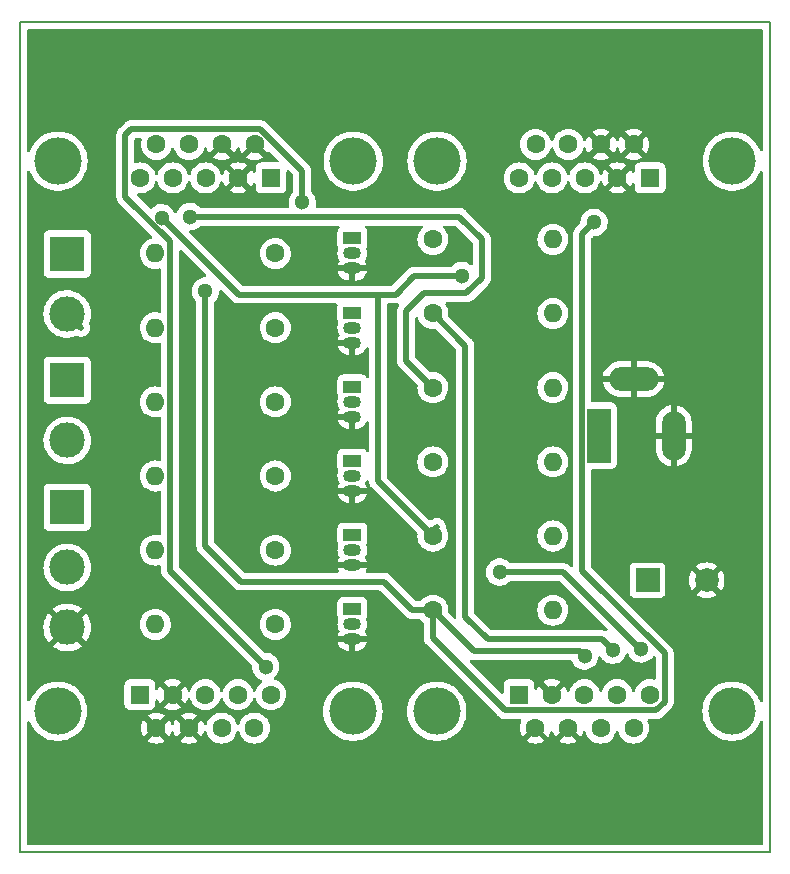
<source format=gbr>
%TF.GenerationSoftware,KiCad,Pcbnew,(6.0.4)*%
%TF.CreationDate,2024-03-20T13:54:59+01:00*%
%TF.ProjectId,Big7segDisplayDrv,42696737-7365-4674-9469-73706c617944,rev?*%
%TF.SameCoordinates,Original*%
%TF.FileFunction,Copper,L1,Top*%
%TF.FilePolarity,Positive*%
%FSLAX46Y46*%
G04 Gerber Fmt 4.6, Leading zero omitted, Abs format (unit mm)*
G04 Created by KiCad (PCBNEW (6.0.4)) date 2024-03-20 13:54:59*
%MOMM*%
%LPD*%
G01*
G04 APERTURE LIST*
%TA.AperFunction,NonConductor*%
%ADD10C,0.200000*%
%TD*%
%TA.AperFunction,ComponentPad*%
%ADD11C,4.000000*%
%TD*%
%TA.AperFunction,ComponentPad*%
%ADD12R,1.600000X1.600000*%
%TD*%
%TA.AperFunction,ComponentPad*%
%ADD13C,1.600000*%
%TD*%
%TA.AperFunction,ComponentPad*%
%ADD14R,1.500000X1.050000*%
%TD*%
%TA.AperFunction,ComponentPad*%
%ADD15O,1.500000X1.050000*%
%TD*%
%TA.AperFunction,ComponentPad*%
%ADD16R,2.000000X4.600000*%
%TD*%
%TA.AperFunction,ComponentPad*%
%ADD17O,2.000000X4.200000*%
%TD*%
%TA.AperFunction,ComponentPad*%
%ADD18O,4.200000X2.000000*%
%TD*%
%TA.AperFunction,ComponentPad*%
%ADD19R,2.000000X2.000000*%
%TD*%
%TA.AperFunction,ComponentPad*%
%ADD20C,2.000000*%
%TD*%
%TA.AperFunction,ComponentPad*%
%ADD21O,1.600000X1.600000*%
%TD*%
%TA.AperFunction,ComponentPad*%
%ADD22R,3.000000X3.000000*%
%TD*%
%TA.AperFunction,ComponentPad*%
%ADD23C,3.000000*%
%TD*%
%TA.AperFunction,ViaPad*%
%ADD24C,1.300000*%
%TD*%
%TA.AperFunction,Conductor*%
%ADD25C,0.500000*%
%TD*%
%TA.AperFunction,Conductor*%
%ADD26C,0.250000*%
%TD*%
G04 APERTURE END LIST*
D10*
X103800000Y-65300000D02*
X167300000Y-65300000D01*
X167300000Y-65300000D02*
X167300000Y-135600000D01*
X167300000Y-135600000D02*
X103800000Y-135600000D01*
X103800000Y-135600000D02*
X103800000Y-65300000D01*
D11*
%TO.P,J6,0,PAD*%
%TO.N,Net-(J4-Pad0)*%
X107010000Y-77110331D03*
X132010000Y-77110331D03*
D12*
%TO.P,J6,1,1*%
%TO.N,VCC*%
X125050000Y-78530331D03*
D13*
%TO.P,J6,2,2*%
%TO.N,GNDREF*%
X122280000Y-78530331D03*
%TO.P,J6,3,3*%
%TO.N,/sStrobe*%
X119510000Y-78530331D03*
%TO.P,J6,4,4*%
%TO.N,/ssd3*%
X116740000Y-78530331D03*
%TO.P,J6,5,5*%
%TO.N,/sClk*%
X113970000Y-78530331D03*
%TO.P,J6,6,6*%
%TO.N,GNDREF*%
X123665000Y-75690331D03*
%TO.P,J6,7,7*%
X120895000Y-75690331D03*
%TO.P,J6,8,8*%
%TO.N,VCC*%
X118125000Y-75690331D03*
%TO.P,J6,9,9*%
X115355000Y-75690331D03*
%TD*%
D14*
%TO.P,Q1,1,C*%
%TO.N,/ssd1*%
X131940000Y-83656000D03*
D15*
%TO.P,Q1,2,B*%
%TO.N,Net-(R7-Pad1)*%
X131940000Y-84926000D03*
%TO.P,Q1,3,E*%
%TO.N,GNDREF*%
X131940000Y-86196000D03*
%TD*%
D11*
%TO.P,J7,0,PAD*%
%TO.N,Net-(J4-Pad0)*%
X164110000Y-77110331D03*
X139110000Y-77110331D03*
D12*
%TO.P,J7,1,1*%
%TO.N,VCC*%
X157150000Y-78530331D03*
D13*
%TO.P,J7,2,2*%
%TO.N,GNDREF*%
X154380000Y-78530331D03*
%TO.P,J7,3,3*%
%TO.N,/sStrobe*%
X151610000Y-78530331D03*
%TO.P,J7,4,4*%
%TO.N,/ssd4*%
X148840000Y-78530331D03*
%TO.P,J7,5,5*%
%TO.N,/sClk*%
X146070000Y-78530331D03*
%TO.P,J7,6,6*%
%TO.N,GNDREF*%
X155765000Y-75690331D03*
%TO.P,J7,7,7*%
X152995000Y-75690331D03*
%TO.P,J7,8,8*%
%TO.N,VCC*%
X150225000Y-75690331D03*
%TO.P,J7,9,9*%
X147455000Y-75690331D03*
%TD*%
D16*
%TO.P,J10,1*%
%TO.N,VCC*%
X152850000Y-100350000D03*
D17*
%TO.P,J10,2*%
%TO.N,GNDREF*%
X159150000Y-100350000D03*
D18*
%TO.P,J10,3*%
X155750000Y-95550000D03*
%TD*%
D14*
%TO.P,Q5,1,C*%
%TO.N,/sClk*%
X131940000Y-108752000D03*
D15*
%TO.P,Q5,2,B*%
%TO.N,Net-(R11-Pad1)*%
X131940000Y-110022000D03*
%TO.P,Q5,3,E*%
%TO.N,GNDREF*%
X131940000Y-111292000D03*
%TD*%
D19*
%TO.P,C1,1*%
%TO.N,VCC*%
X156932323Y-112600000D03*
D20*
%TO.P,C1,2*%
%TO.N,GNDREF*%
X161932323Y-112600000D03*
%TD*%
D13*
%TO.P,R3,1*%
%TO.N,/ssd3*%
X138760000Y-96286000D03*
D21*
%TO.P,R3,2*%
%TO.N,VCC*%
X148920000Y-96286000D03*
%TD*%
D22*
%TO.P,J2,1,Pin_1*%
%TO.N,/serData3*%
X107800000Y-95660000D03*
D23*
%TO.P,J2,2,Pin_2*%
%TO.N,/serData4*%
X107800000Y-100740000D03*
%TD*%
D14*
%TO.P,Q2,1,C*%
%TO.N,/ssd2*%
X131940000Y-89930000D03*
D15*
%TO.P,Q2,2,B*%
%TO.N,Net-(R8-Pad1)*%
X131940000Y-91200000D03*
%TO.P,Q2,3,E*%
%TO.N,GNDREF*%
X131940000Y-92470000D03*
%TD*%
D14*
%TO.P,Q4,1,C*%
%TO.N,/ssd4*%
X131940000Y-102478000D03*
D15*
%TO.P,Q4,2,B*%
%TO.N,Net-(R10-Pad1)*%
X131940000Y-103748000D03*
%TO.P,Q4,3,E*%
%TO.N,GNDREF*%
X131940000Y-105018000D03*
%TD*%
D13*
%TO.P,R9,1*%
%TO.N,Net-(R9-Pad1)*%
X125420000Y-97486000D03*
D21*
%TO.P,R9,2*%
%TO.N,/serData3*%
X115260000Y-97486000D03*
%TD*%
D13*
%TO.P,R1,1*%
%TO.N,/ssd1*%
X138760000Y-83726000D03*
D21*
%TO.P,R1,2*%
%TO.N,VCC*%
X148920000Y-83726000D03*
%TD*%
D13*
%TO.P,R2,1*%
%TO.N,/ssd2*%
X138760000Y-90006000D03*
D21*
%TO.P,R2,2*%
%TO.N,VCC*%
X148920000Y-90006000D03*
%TD*%
D11*
%TO.P,J4,0,PAD*%
%TO.N,Net-(J4-Pad0)*%
X131990000Y-123689669D03*
X106990000Y-123689669D03*
D12*
%TO.P,J4,1,1*%
%TO.N,VCC*%
X113950000Y-122269669D03*
D13*
%TO.P,J4,2,2*%
%TO.N,GNDREF*%
X116720000Y-122269669D03*
%TO.P,J4,3,3*%
%TO.N,/sStrobe*%
X119490000Y-122269669D03*
%TO.P,J4,4,4*%
%TO.N,/ssd1*%
X122260000Y-122269669D03*
%TO.P,J4,5,5*%
%TO.N,/sClk*%
X125030000Y-122269669D03*
%TO.P,J4,6,6*%
%TO.N,GNDREF*%
X115335000Y-125109669D03*
%TO.P,J4,7,7*%
X118105000Y-125109669D03*
%TO.P,J4,8,8*%
%TO.N,VCC*%
X120875000Y-125109669D03*
%TO.P,J4,9,9*%
X123645000Y-125109669D03*
%TD*%
%TO.P,R8,1*%
%TO.N,Net-(R8-Pad1)*%
X125420000Y-91206000D03*
D21*
%TO.P,R8,2*%
%TO.N,/serData2*%
X115260000Y-91206000D03*
%TD*%
D13*
%TO.P,R4,1*%
%TO.N,/ssd4*%
X138760000Y-102566000D03*
D21*
%TO.P,R4,2*%
%TO.N,VCC*%
X148920000Y-102566000D03*
%TD*%
D14*
%TO.P,Q6,1,C*%
%TO.N,/sStrobe*%
X131940000Y-115026000D03*
D15*
%TO.P,Q6,2,B*%
%TO.N,Net-(R12-Pad1)*%
X131940000Y-116296000D03*
%TO.P,Q6,3,E*%
%TO.N,GNDREF*%
X131940000Y-117566000D03*
%TD*%
D13*
%TO.P,R10,1*%
%TO.N,Net-(R10-Pad1)*%
X125420000Y-103766000D03*
D21*
%TO.P,R10,2*%
%TO.N,/serData4*%
X115260000Y-103766000D03*
%TD*%
D13*
%TO.P,R12,1*%
%TO.N,Net-(R12-Pad1)*%
X125420000Y-116326000D03*
D21*
%TO.P,R12,2*%
%TO.N,/Strobe*%
X115260000Y-116326000D03*
%TD*%
D13*
%TO.P,R7,1*%
%TO.N,Net-(R7-Pad1)*%
X125420000Y-84926000D03*
D21*
%TO.P,R7,2*%
%TO.N,/serData1*%
X115260000Y-84926000D03*
%TD*%
D11*
%TO.P,J5,0,PAD*%
%TO.N,Net-(J4-Pad0)*%
X164090000Y-123689669D03*
X139090000Y-123689669D03*
D12*
%TO.P,J5,1,1*%
%TO.N,VCC*%
X146050000Y-122269669D03*
D13*
%TO.P,J5,2,2*%
%TO.N,GNDREF*%
X148820000Y-122269669D03*
%TO.P,J5,3,3*%
%TO.N,/sStrobe*%
X151590000Y-122269669D03*
%TO.P,J5,4,4*%
%TO.N,/ssd2*%
X154360000Y-122269669D03*
%TO.P,J5,5,5*%
%TO.N,/sClk*%
X157130000Y-122269669D03*
%TO.P,J5,6,6*%
%TO.N,GNDREF*%
X147435000Y-125109669D03*
%TO.P,J5,7,7*%
X150205000Y-125109669D03*
%TO.P,J5,8,8*%
%TO.N,VCC*%
X152975000Y-125109669D03*
%TO.P,J5,9,9*%
X155745000Y-125109669D03*
%TD*%
%TO.P,R6,1*%
%TO.N,/sStrobe*%
X138760000Y-115126000D03*
D21*
%TO.P,R6,2*%
%TO.N,VCC*%
X148920000Y-115126000D03*
%TD*%
D13*
%TO.P,R5,1*%
%TO.N,/sClk*%
X138760000Y-108846000D03*
D21*
%TO.P,R5,2*%
%TO.N,VCC*%
X148920000Y-108846000D03*
%TD*%
D13*
%TO.P,R11,1*%
%TO.N,Net-(R11-Pad1)*%
X125420000Y-110046000D03*
D21*
%TO.P,R11,2*%
%TO.N,/Clk*%
X115260000Y-110046000D03*
%TD*%
D14*
%TO.P,Q3,1,C*%
%TO.N,/ssd3*%
X131940000Y-96204000D03*
D15*
%TO.P,Q3,2,B*%
%TO.N,Net-(R9-Pad1)*%
X131940000Y-97474000D03*
%TO.P,Q3,3,E*%
%TO.N,GNDREF*%
X131940000Y-98744000D03*
%TD*%
D22*
%TO.P,J1,1,Pin_1*%
%TO.N,/serData1*%
X107800000Y-84960000D03*
D23*
%TO.P,J1,2,Pin_2*%
%TO.N,/serData2*%
X107800000Y-90040000D03*
%TD*%
D22*
%TO.P,J3,1,Pin_1*%
%TO.N,/Clk*%
X107800000Y-106420000D03*
D23*
%TO.P,J3,2,Pin_2*%
%TO.N,/Strobe*%
X107800000Y-111500000D03*
%TO.P,J3,3,Pin_3*%
%TO.N,GNDREF*%
X107800000Y-116580000D03*
%TD*%
D24*
%TO.N,/ssd1*%
X127700000Y-80600000D03*
X124600000Y-119900000D03*
%TO.N,/sStrobe*%
X152400000Y-82300000D03*
%TO.N,/sClk*%
X144400000Y-111900000D03*
X156400000Y-118400000D03*
%TO.N,/sStrobe*%
X151600000Y-119000000D03*
X119500000Y-88100000D03*
%TO.N,/sClk*%
X141200000Y-86800000D03*
X115800000Y-81900000D03*
%TO.N,/ssd2*%
X154000000Y-118500000D03*
%TO.N,/ssd3*%
X118200000Y-81800000D03*
%TD*%
D25*
%TO.N,/ssd1*%
X127700000Y-77958255D02*
X127700000Y-80600000D01*
X113200000Y-74400000D02*
X124141745Y-74400000D01*
X116509511Y-111809511D02*
X116509511Y-83909511D01*
X124600000Y-119900000D02*
X116509511Y-111809511D01*
X116509511Y-83909511D02*
X112720489Y-80120489D01*
X112720489Y-80120489D02*
X112720489Y-74879511D01*
X124141745Y-74400000D02*
X127700000Y-77958255D01*
X112720489Y-74879511D02*
X113200000Y-74400000D01*
%TO.N,/sStrobe*%
X138760000Y-117478691D02*
X138760000Y-115126000D01*
X157659022Y-123600000D02*
X144881309Y-123600000D01*
X151400489Y-111800489D02*
X158379511Y-118779511D01*
X158379511Y-118779511D02*
X158379511Y-122879511D01*
X152400000Y-82300000D02*
X151400489Y-83299511D01*
X144881309Y-123600000D02*
X138760000Y-117478691D01*
X151400489Y-83299511D02*
X151400489Y-111800489D01*
X158379511Y-122879511D02*
X157659022Y-123600000D01*
X142234000Y-118600000D02*
X138760000Y-115126000D01*
X151200000Y-118600000D02*
X142234000Y-118600000D01*
X151600000Y-119000000D02*
X151200000Y-118600000D01*
%TO.N,/sClk*%
X149801391Y-111900000D02*
X144400000Y-111900000D01*
X156301391Y-118400000D02*
X149801391Y-111900000D01*
X156400000Y-118400000D02*
X156301391Y-118400000D01*
%TO.N,/ssd2*%
X141500000Y-115700000D02*
X141500000Y-92746000D01*
X153100000Y-117600000D02*
X143400000Y-117600000D01*
X143400000Y-117600000D02*
X141500000Y-115700000D01*
X154000000Y-118500000D02*
X153100000Y-117600000D01*
X141500000Y-92746000D02*
X138760000Y-90006000D01*
%TO.N,VCC*%
X152850000Y-100216000D02*
X152850000Y-100350000D01*
%TO.N,GNDREF*%
X159150000Y-98950000D02*
X159150000Y-100350000D01*
D26*
%TO.N,/serData1*%
X115226000Y-84960000D02*
X115260000Y-84926000D01*
D25*
%TO.N,/serData2*%
X108966000Y-91206000D02*
X107800000Y-90040000D01*
%TO.N,/sStrobe*%
X138760000Y-115126000D02*
X137026000Y-115126000D01*
X122500000Y-112700000D02*
X119500000Y-109700000D01*
X124000000Y-112700000D02*
X122500000Y-112700000D01*
X119500000Y-109700000D02*
X119500000Y-88100000D01*
X134600000Y-112700000D02*
X124000000Y-112700000D01*
X135300000Y-113400000D02*
X134600000Y-112700000D01*
X138660000Y-115026000D02*
X138760000Y-115126000D01*
X137026000Y-115126000D02*
X135300000Y-113400000D01*
%TO.N,/ssd1*%
X138690000Y-83656000D02*
X138760000Y-83726000D01*
%TO.N,/sClk*%
X115800000Y-81900000D02*
X122300000Y-88400000D01*
X138448000Y-108752000D02*
X139100000Y-108100000D01*
X137200000Y-86800000D02*
X141200000Y-86800000D01*
X134100000Y-88600000D02*
X134100000Y-104186000D01*
X134100000Y-104186000D02*
X138760000Y-108846000D01*
X135600000Y-88400000D02*
X137200000Y-86800000D01*
X122300000Y-88400000D02*
X135600000Y-88400000D01*
%TO.N,/ssd2*%
X138684000Y-89930000D02*
X138760000Y-90006000D01*
%TO.N,/ssd3*%
X118200000Y-81800000D02*
X141000000Y-81800000D01*
X138000000Y-88300000D02*
X136500000Y-89800000D01*
X136500000Y-89800000D02*
X136500000Y-94026000D01*
X142900000Y-87000000D02*
X141600000Y-88300000D01*
X141000000Y-81800000D02*
X142900000Y-83700000D01*
X136500000Y-94026000D02*
X138760000Y-96286000D01*
X141600000Y-88300000D02*
X138000000Y-88300000D01*
X142900000Y-83700000D02*
X142900000Y-87000000D01*
%TO.N,/ssd4*%
X138672000Y-102478000D02*
X138760000Y-102566000D01*
%TO.N,Net-(R8-Pad1)*%
X131934000Y-91206000D02*
X131940000Y-91200000D01*
%TO.N,Net-(R9-Pad1)*%
X131928000Y-97486000D02*
X131940000Y-97474000D01*
%TO.N,Net-(R10-Pad1)*%
X131922000Y-103766000D02*
X131940000Y-103748000D01*
%TO.N,Net-(R11-Pad1)*%
X131916000Y-110046000D02*
X131940000Y-110022000D01*
%TO.N,Net-(R12-Pad1)*%
X131910000Y-116326000D02*
X131940000Y-116296000D01*
%TD*%
%TA.AperFunction,Conductor*%
%TO.N,GNDREF*%
G36*
X166633621Y-65928502D02*
G01*
X166680114Y-65982158D01*
X166691500Y-66034500D01*
X166691500Y-76142873D01*
X166671498Y-76210994D01*
X166617842Y-76257487D01*
X166547568Y-76267591D01*
X166482988Y-76238097D01*
X166448349Y-76189259D01*
X166448180Y-76188833D01*
X166446956Y-76185065D01*
X166422970Y-76134092D01*
X166314250Y-75903048D01*
X166314246Y-75903041D01*
X166312562Y-75899462D01*
X166143432Y-75632956D01*
X165978454Y-75433532D01*
X165944758Y-75392801D01*
X165944757Y-75392800D01*
X165942233Y-75389749D01*
X165712140Y-75173677D01*
X165456779Y-74988147D01*
X165434639Y-74975975D01*
X165183648Y-74837991D01*
X165183647Y-74837990D01*
X165180179Y-74836084D01*
X165176510Y-74834631D01*
X165176505Y-74834629D01*
X164890372Y-74721341D01*
X164890371Y-74721341D01*
X164886702Y-74719888D01*
X164580975Y-74641391D01*
X164267821Y-74601831D01*
X163952179Y-74601831D01*
X163639025Y-74641391D01*
X163333298Y-74719888D01*
X163329629Y-74721341D01*
X163329628Y-74721341D01*
X163043495Y-74834629D01*
X163043490Y-74834631D01*
X163039821Y-74836084D01*
X163036353Y-74837990D01*
X163036352Y-74837991D01*
X162785362Y-74975975D01*
X162763221Y-74988147D01*
X162507860Y-75173677D01*
X162277767Y-75389749D01*
X162275243Y-75392800D01*
X162275242Y-75392801D01*
X162241546Y-75433532D01*
X162076568Y-75632956D01*
X161907438Y-75899462D01*
X161905754Y-75903041D01*
X161905750Y-75903048D01*
X161794450Y-76139574D01*
X161773044Y-76185065D01*
X161675505Y-76485259D01*
X161616359Y-76795311D01*
X161596540Y-77110331D01*
X161616359Y-77425351D01*
X161675505Y-77735403D01*
X161702109Y-77817283D01*
X161761864Y-78001187D01*
X161773044Y-78035597D01*
X161774731Y-78039183D01*
X161774733Y-78039187D01*
X161905750Y-78317614D01*
X161905754Y-78317621D01*
X161907438Y-78321200D01*
X162076568Y-78587706D01*
X162079093Y-78590758D01*
X162242346Y-78788096D01*
X162277767Y-78830913D01*
X162507860Y-79046985D01*
X162763221Y-79232515D01*
X162766690Y-79234422D01*
X162766693Y-79234424D01*
X163036352Y-79382671D01*
X163039821Y-79384578D01*
X163043490Y-79386031D01*
X163043495Y-79386033D01*
X163329628Y-79499321D01*
X163333298Y-79500774D01*
X163639025Y-79579271D01*
X163952179Y-79618831D01*
X164267821Y-79618831D01*
X164580975Y-79579271D01*
X164886702Y-79500774D01*
X164890372Y-79499321D01*
X165176505Y-79386033D01*
X165176510Y-79386031D01*
X165180179Y-79384578D01*
X165183648Y-79382671D01*
X165453307Y-79234424D01*
X165453310Y-79234422D01*
X165456779Y-79232515D01*
X165712140Y-79046985D01*
X165942233Y-78830913D01*
X165977655Y-78788096D01*
X166140907Y-78590758D01*
X166143432Y-78587706D01*
X166312562Y-78321200D01*
X166314246Y-78317621D01*
X166314250Y-78317614D01*
X166445268Y-78039184D01*
X166446956Y-78035597D01*
X166448182Y-78031824D01*
X166448349Y-78031403D01*
X166492024Y-77975430D01*
X166559028Y-77951955D01*
X166628086Y-77968432D01*
X166677274Y-78019629D01*
X166691500Y-78077789D01*
X166691500Y-122783054D01*
X166671498Y-122851175D01*
X166617842Y-122897668D01*
X166547568Y-122907772D01*
X166482988Y-122878278D01*
X166445667Y-122821990D01*
X166428182Y-122768176D01*
X166428182Y-122768175D01*
X166426956Y-122764403D01*
X166405550Y-122718912D01*
X166294250Y-122482386D01*
X166294246Y-122482379D01*
X166292562Y-122478800D01*
X166123432Y-122212294D01*
X165958454Y-122012870D01*
X165924758Y-121972139D01*
X165924757Y-121972138D01*
X165922233Y-121969087D01*
X165692140Y-121753015D01*
X165436779Y-121567485D01*
X165414639Y-121555313D01*
X165163648Y-121417329D01*
X165163647Y-121417328D01*
X165160179Y-121415422D01*
X165156510Y-121413969D01*
X165156505Y-121413967D01*
X164870372Y-121300679D01*
X164870371Y-121300679D01*
X164866702Y-121299226D01*
X164560975Y-121220729D01*
X164247821Y-121181169D01*
X163932179Y-121181169D01*
X163619025Y-121220729D01*
X163313298Y-121299226D01*
X163309629Y-121300679D01*
X163309628Y-121300679D01*
X163023495Y-121413967D01*
X163023490Y-121413969D01*
X163019821Y-121415422D01*
X163016353Y-121417328D01*
X163016352Y-121417329D01*
X162765362Y-121555313D01*
X162743221Y-121567485D01*
X162487860Y-121753015D01*
X162257767Y-121969087D01*
X162255243Y-121972138D01*
X162255242Y-121972139D01*
X162221546Y-122012870D01*
X162056568Y-122212294D01*
X161887438Y-122478800D01*
X161885754Y-122482379D01*
X161885750Y-122482386D01*
X161774450Y-122718912D01*
X161753044Y-122764403D01*
X161751818Y-122768175D01*
X161751818Y-122768176D01*
X161737364Y-122812660D01*
X161655505Y-123064597D01*
X161596359Y-123374649D01*
X161576540Y-123689669D01*
X161596359Y-124004689D01*
X161655505Y-124314741D01*
X161753044Y-124614935D01*
X161754731Y-124618521D01*
X161754733Y-124618525D01*
X161885750Y-124896952D01*
X161885754Y-124896959D01*
X161887438Y-124900538D01*
X162056568Y-125167044D01*
X162059093Y-125170096D01*
X162222346Y-125367434D01*
X162257767Y-125410251D01*
X162487860Y-125626323D01*
X162743221Y-125811853D01*
X162746690Y-125813760D01*
X162746693Y-125813762D01*
X163008816Y-125957866D01*
X163019821Y-125963916D01*
X163023490Y-125965369D01*
X163023495Y-125965371D01*
X163309628Y-126078659D01*
X163313298Y-126080112D01*
X163619025Y-126158609D01*
X163932179Y-126198169D01*
X164247821Y-126198169D01*
X164560975Y-126158609D01*
X164866702Y-126080112D01*
X164870372Y-126078659D01*
X165156505Y-125965371D01*
X165156510Y-125965369D01*
X165160179Y-125963916D01*
X165171184Y-125957866D01*
X165433307Y-125813762D01*
X165433310Y-125813760D01*
X165436779Y-125811853D01*
X165692140Y-125626323D01*
X165922233Y-125410251D01*
X165957655Y-125367434D01*
X166120907Y-125170096D01*
X166123432Y-125167044D01*
X166292562Y-124900538D01*
X166294246Y-124896959D01*
X166294250Y-124896952D01*
X166425267Y-124618525D01*
X166425269Y-124618521D01*
X166426956Y-124614935D01*
X166445667Y-124557348D01*
X166485740Y-124498742D01*
X166551137Y-124471105D01*
X166621094Y-124483212D01*
X166673400Y-124531218D01*
X166691500Y-124596284D01*
X166691500Y-134865500D01*
X166671498Y-134933621D01*
X166617842Y-134980114D01*
X166565500Y-134991500D01*
X104534500Y-134991500D01*
X104466379Y-134971498D01*
X104419886Y-134917842D01*
X104408500Y-134865500D01*
X104408500Y-124657127D01*
X104428502Y-124589006D01*
X104482158Y-124542513D01*
X104552432Y-124532409D01*
X104617012Y-124561903D01*
X104651651Y-124610741D01*
X104651818Y-124611162D01*
X104653044Y-124614935D01*
X104654732Y-124618522D01*
X104785750Y-124896952D01*
X104785754Y-124896959D01*
X104787438Y-124900538D01*
X104956568Y-125167044D01*
X104959093Y-125170096D01*
X105122346Y-125367434D01*
X105157767Y-125410251D01*
X105387860Y-125626323D01*
X105643221Y-125811853D01*
X105646690Y-125813760D01*
X105646693Y-125813762D01*
X105908816Y-125957866D01*
X105919821Y-125963916D01*
X105923490Y-125965369D01*
X105923495Y-125965371D01*
X106209628Y-126078659D01*
X106213298Y-126080112D01*
X106519025Y-126158609D01*
X106832179Y-126198169D01*
X107147821Y-126198169D01*
X107167120Y-126195731D01*
X114613493Y-126195731D01*
X114622789Y-126207746D01*
X114673994Y-126243600D01*
X114683489Y-126249083D01*
X114880947Y-126341159D01*
X114891239Y-126344905D01*
X115101688Y-126401294D01*
X115112481Y-126403197D01*
X115329525Y-126422186D01*
X115340475Y-126422186D01*
X115557519Y-126403197D01*
X115568312Y-126401294D01*
X115778761Y-126344905D01*
X115789053Y-126341159D01*
X115986511Y-126249083D01*
X115996006Y-126243600D01*
X116048048Y-126207160D01*
X116056424Y-126196681D01*
X116055925Y-126195731D01*
X117383493Y-126195731D01*
X117392789Y-126207746D01*
X117443994Y-126243600D01*
X117453489Y-126249083D01*
X117650947Y-126341159D01*
X117661239Y-126344905D01*
X117871688Y-126401294D01*
X117882481Y-126403197D01*
X118099525Y-126422186D01*
X118110475Y-126422186D01*
X118327519Y-126403197D01*
X118338312Y-126401294D01*
X118548761Y-126344905D01*
X118559053Y-126341159D01*
X118756511Y-126249083D01*
X118766006Y-126243600D01*
X118818048Y-126207160D01*
X118826424Y-126196681D01*
X118819356Y-126183235D01*
X118117812Y-125481691D01*
X118103868Y-125474077D01*
X118102035Y-125474208D01*
X118095420Y-125478459D01*
X117389923Y-126183956D01*
X117383493Y-126195731D01*
X116055925Y-126195731D01*
X116049356Y-126183235D01*
X115347812Y-125481691D01*
X115333868Y-125474077D01*
X115332035Y-125474208D01*
X115325420Y-125478459D01*
X114619923Y-126183956D01*
X114613493Y-126195731D01*
X107167120Y-126195731D01*
X107460975Y-126158609D01*
X107766702Y-126080112D01*
X107770372Y-126078659D01*
X108056505Y-125965371D01*
X108056510Y-125965369D01*
X108060179Y-125963916D01*
X108071184Y-125957866D01*
X108333307Y-125813762D01*
X108333310Y-125813760D01*
X108336779Y-125811853D01*
X108592140Y-125626323D01*
X108822233Y-125410251D01*
X108857655Y-125367434D01*
X109020907Y-125170096D01*
X109023432Y-125167044D01*
X109056369Y-125115144D01*
X114022483Y-125115144D01*
X114041472Y-125332188D01*
X114043375Y-125342981D01*
X114099764Y-125553430D01*
X114103510Y-125563722D01*
X114195586Y-125761180D01*
X114201069Y-125770675D01*
X114237509Y-125822717D01*
X114247988Y-125831093D01*
X114261434Y-125824025D01*
X114962978Y-125122481D01*
X114969356Y-125110801D01*
X115699408Y-125110801D01*
X115699539Y-125112634D01*
X115703790Y-125119249D01*
X116409287Y-125824746D01*
X116421062Y-125831176D01*
X116433077Y-125821880D01*
X116468931Y-125770675D01*
X116474414Y-125761180D01*
X116566490Y-125563722D01*
X116570236Y-125553430D01*
X116598293Y-125448719D01*
X116635245Y-125388096D01*
X116699105Y-125357075D01*
X116769600Y-125365503D01*
X116824347Y-125410706D01*
X116841707Y-125448719D01*
X116869764Y-125553430D01*
X116873510Y-125563722D01*
X116965586Y-125761180D01*
X116971069Y-125770675D01*
X117007509Y-125822717D01*
X117017988Y-125831093D01*
X117031434Y-125824025D01*
X117732978Y-125122481D01*
X117739356Y-125110801D01*
X118469408Y-125110801D01*
X118469539Y-125112634D01*
X118473790Y-125119249D01*
X119179287Y-125824746D01*
X119191062Y-125831176D01*
X119203077Y-125821880D01*
X119238931Y-125770675D01*
X119244414Y-125761180D01*
X119336490Y-125563722D01*
X119340236Y-125553430D01*
X119368034Y-125449684D01*
X119404985Y-125389061D01*
X119468846Y-125358040D01*
X119539340Y-125366468D01*
X119594088Y-125411671D01*
X119611448Y-125449683D01*
X119640716Y-125558912D01*
X119643039Y-125563893D01*
X119643039Y-125563894D01*
X119735151Y-125761431D01*
X119735154Y-125761436D01*
X119737477Y-125766418D01*
X119868802Y-125953969D01*
X120030700Y-126115867D01*
X120035208Y-126119024D01*
X120035211Y-126119026D01*
X120113389Y-126173767D01*
X120218251Y-126247192D01*
X120223233Y-126249515D01*
X120223238Y-126249518D01*
X120419765Y-126341159D01*
X120425757Y-126343953D01*
X120431065Y-126345375D01*
X120431067Y-126345376D01*
X120641598Y-126401788D01*
X120641600Y-126401788D01*
X120646913Y-126403212D01*
X120875000Y-126423167D01*
X121103087Y-126403212D01*
X121108400Y-126401788D01*
X121108402Y-126401788D01*
X121318933Y-126345376D01*
X121318935Y-126345375D01*
X121324243Y-126343953D01*
X121330235Y-126341159D01*
X121526762Y-126249518D01*
X121526767Y-126249515D01*
X121531749Y-126247192D01*
X121636611Y-126173767D01*
X121714789Y-126119026D01*
X121714792Y-126119024D01*
X121719300Y-126115867D01*
X121881198Y-125953969D01*
X122012523Y-125766418D01*
X122014846Y-125761436D01*
X122014849Y-125761431D01*
X122106961Y-125563894D01*
X122106961Y-125563893D01*
X122109284Y-125558912D01*
X122129976Y-125481691D01*
X122138293Y-125450650D01*
X122175245Y-125390027D01*
X122239106Y-125359006D01*
X122309600Y-125367434D01*
X122364347Y-125412637D01*
X122381707Y-125450650D01*
X122390025Y-125481691D01*
X122410716Y-125558912D01*
X122413039Y-125563893D01*
X122413039Y-125563894D01*
X122505151Y-125761431D01*
X122505154Y-125761436D01*
X122507477Y-125766418D01*
X122638802Y-125953969D01*
X122800700Y-126115867D01*
X122805208Y-126119024D01*
X122805211Y-126119026D01*
X122883389Y-126173767D01*
X122988251Y-126247192D01*
X122993233Y-126249515D01*
X122993238Y-126249518D01*
X123189765Y-126341159D01*
X123195757Y-126343953D01*
X123201065Y-126345375D01*
X123201067Y-126345376D01*
X123411598Y-126401788D01*
X123411600Y-126401788D01*
X123416913Y-126403212D01*
X123645000Y-126423167D01*
X123873087Y-126403212D01*
X123878400Y-126401788D01*
X123878402Y-126401788D01*
X124088933Y-126345376D01*
X124088935Y-126345375D01*
X124094243Y-126343953D01*
X124100235Y-126341159D01*
X124296762Y-126249518D01*
X124296767Y-126249515D01*
X124301749Y-126247192D01*
X124406611Y-126173767D01*
X124484789Y-126119026D01*
X124484792Y-126119024D01*
X124489300Y-126115867D01*
X124651198Y-125953969D01*
X124782523Y-125766418D01*
X124784846Y-125761436D01*
X124784849Y-125761431D01*
X124876961Y-125563894D01*
X124876961Y-125563893D01*
X124879284Y-125558912D01*
X124899976Y-125481691D01*
X124937119Y-125343071D01*
X124937119Y-125343069D01*
X124938543Y-125337756D01*
X124958498Y-125109669D01*
X124938543Y-124881582D01*
X124937119Y-124876267D01*
X124880707Y-124665736D01*
X124880706Y-124665733D01*
X124879284Y-124660426D01*
X124876959Y-124655439D01*
X124784849Y-124457907D01*
X124784846Y-124457902D01*
X124782523Y-124452920D01*
X124673071Y-124296607D01*
X124654357Y-124269880D01*
X124654355Y-124269877D01*
X124651198Y-124265369D01*
X124489300Y-124103471D01*
X124484792Y-124100314D01*
X124484789Y-124100312D01*
X124358920Y-124012178D01*
X124301749Y-123972146D01*
X124296767Y-123969823D01*
X124296762Y-123969820D01*
X124099225Y-123877708D01*
X124099224Y-123877708D01*
X124094243Y-123875385D01*
X124088935Y-123873963D01*
X124088933Y-123873962D01*
X123878402Y-123817550D01*
X123878400Y-123817550D01*
X123873087Y-123816126D01*
X123645000Y-123796171D01*
X123416913Y-123816126D01*
X123411600Y-123817550D01*
X123411598Y-123817550D01*
X123201067Y-123873962D01*
X123201065Y-123873963D01*
X123195757Y-123875385D01*
X123190776Y-123877708D01*
X123190775Y-123877708D01*
X122993238Y-123969820D01*
X122993233Y-123969823D01*
X122988251Y-123972146D01*
X122931080Y-124012178D01*
X122805211Y-124100312D01*
X122805208Y-124100314D01*
X122800700Y-124103471D01*
X122638802Y-124265369D01*
X122635645Y-124269877D01*
X122635643Y-124269880D01*
X122616929Y-124296607D01*
X122507477Y-124452920D01*
X122505154Y-124457902D01*
X122505151Y-124457907D01*
X122413041Y-124655439D01*
X122410716Y-124660426D01*
X122409294Y-124665733D01*
X122409293Y-124665736D01*
X122381707Y-124768688D01*
X122344755Y-124829311D01*
X122280894Y-124860332D01*
X122210400Y-124851904D01*
X122155653Y-124806701D01*
X122138293Y-124768688D01*
X122110707Y-124665736D01*
X122110706Y-124665733D01*
X122109284Y-124660426D01*
X122106959Y-124655439D01*
X122014849Y-124457907D01*
X122014846Y-124457902D01*
X122012523Y-124452920D01*
X121903071Y-124296607D01*
X121884357Y-124269880D01*
X121884355Y-124269877D01*
X121881198Y-124265369D01*
X121719300Y-124103471D01*
X121714792Y-124100314D01*
X121714789Y-124100312D01*
X121588920Y-124012178D01*
X121531749Y-123972146D01*
X121526767Y-123969823D01*
X121526762Y-123969820D01*
X121329225Y-123877708D01*
X121329224Y-123877708D01*
X121324243Y-123875385D01*
X121318935Y-123873963D01*
X121318933Y-123873962D01*
X121108402Y-123817550D01*
X121108400Y-123817550D01*
X121103087Y-123816126D01*
X120875000Y-123796171D01*
X120646913Y-123816126D01*
X120641600Y-123817550D01*
X120641598Y-123817550D01*
X120431067Y-123873962D01*
X120431065Y-123873963D01*
X120425757Y-123875385D01*
X120420776Y-123877708D01*
X120420775Y-123877708D01*
X120223238Y-123969820D01*
X120223233Y-123969823D01*
X120218251Y-123972146D01*
X120161080Y-124012178D01*
X120035211Y-124100312D01*
X120035208Y-124100314D01*
X120030700Y-124103471D01*
X119868802Y-124265369D01*
X119865645Y-124269877D01*
X119865643Y-124269880D01*
X119846929Y-124296607D01*
X119737477Y-124452920D01*
X119735154Y-124457902D01*
X119735151Y-124457907D01*
X119643041Y-124655439D01*
X119640716Y-124660426D01*
X119639294Y-124665733D01*
X119611448Y-124769655D01*
X119574496Y-124830277D01*
X119510635Y-124861299D01*
X119440141Y-124852870D01*
X119385394Y-124807667D01*
X119368034Y-124769654D01*
X119340236Y-124665908D01*
X119336490Y-124655616D01*
X119244414Y-124458158D01*
X119238931Y-124448663D01*
X119202491Y-124396621D01*
X119192012Y-124388245D01*
X119178566Y-124395313D01*
X118477022Y-125096857D01*
X118469408Y-125110801D01*
X117739356Y-125110801D01*
X117740592Y-125108537D01*
X117740461Y-125106704D01*
X117736210Y-125100089D01*
X117030713Y-124394592D01*
X117018938Y-124388162D01*
X117006923Y-124397458D01*
X116971069Y-124448663D01*
X116965586Y-124458158D01*
X116873510Y-124655616D01*
X116869764Y-124665908D01*
X116841707Y-124770619D01*
X116804755Y-124831242D01*
X116740895Y-124862263D01*
X116670400Y-124853835D01*
X116615653Y-124808632D01*
X116598293Y-124770619D01*
X116570236Y-124665908D01*
X116566490Y-124655616D01*
X116474414Y-124458158D01*
X116468931Y-124448663D01*
X116432491Y-124396621D01*
X116422012Y-124388245D01*
X116408566Y-124395313D01*
X115707022Y-125096857D01*
X115699408Y-125110801D01*
X114969356Y-125110801D01*
X114970592Y-125108537D01*
X114970461Y-125106704D01*
X114966210Y-125100089D01*
X114260713Y-124394592D01*
X114248938Y-124388162D01*
X114236923Y-124397458D01*
X114201069Y-124448663D01*
X114195586Y-124458158D01*
X114103510Y-124655616D01*
X114099764Y-124665908D01*
X114043375Y-124876357D01*
X114041472Y-124887150D01*
X114022483Y-125104194D01*
X114022483Y-125115144D01*
X109056369Y-125115144D01*
X109192562Y-124900538D01*
X109194246Y-124896959D01*
X109194250Y-124896952D01*
X109325267Y-124618525D01*
X109325269Y-124618521D01*
X109326956Y-124614935D01*
X109424495Y-124314741D01*
X109480213Y-124022657D01*
X114613576Y-124022657D01*
X114620644Y-124036103D01*
X115322188Y-124737647D01*
X115336132Y-124745261D01*
X115337965Y-124745130D01*
X115344580Y-124740879D01*
X116050077Y-124035382D01*
X116056507Y-124023607D01*
X116055772Y-124022657D01*
X117383576Y-124022657D01*
X117390644Y-124036103D01*
X118092188Y-124737647D01*
X118106132Y-124745261D01*
X118107965Y-124745130D01*
X118114580Y-124740879D01*
X118820077Y-124035382D01*
X118826507Y-124023607D01*
X118817211Y-124011592D01*
X118766006Y-123975738D01*
X118756511Y-123970255D01*
X118559053Y-123878179D01*
X118548761Y-123874433D01*
X118338312Y-123818044D01*
X118327519Y-123816141D01*
X118110475Y-123797152D01*
X118099525Y-123797152D01*
X117882481Y-123816141D01*
X117871688Y-123818044D01*
X117661239Y-123874433D01*
X117650947Y-123878179D01*
X117453489Y-123970255D01*
X117443994Y-123975738D01*
X117391952Y-124012178D01*
X117383576Y-124022657D01*
X116055772Y-124022657D01*
X116047211Y-124011592D01*
X115996006Y-123975738D01*
X115986511Y-123970255D01*
X115789053Y-123878179D01*
X115778761Y-123874433D01*
X115568312Y-123818044D01*
X115557519Y-123816141D01*
X115340475Y-123797152D01*
X115329525Y-123797152D01*
X115112481Y-123816141D01*
X115101688Y-123818044D01*
X114891239Y-123874433D01*
X114880947Y-123878179D01*
X114683489Y-123970255D01*
X114673994Y-123975738D01*
X114621952Y-124012178D01*
X114613576Y-124022657D01*
X109480213Y-124022657D01*
X109483641Y-124004689D01*
X109503460Y-123689669D01*
X129476540Y-123689669D01*
X129496359Y-124004689D01*
X129555505Y-124314741D01*
X129653044Y-124614935D01*
X129654731Y-124618521D01*
X129654733Y-124618525D01*
X129785750Y-124896952D01*
X129785754Y-124896959D01*
X129787438Y-124900538D01*
X129956568Y-125167044D01*
X129959093Y-125170096D01*
X130122346Y-125367434D01*
X130157767Y-125410251D01*
X130387860Y-125626323D01*
X130643221Y-125811853D01*
X130646690Y-125813760D01*
X130646693Y-125813762D01*
X130908816Y-125957866D01*
X130919821Y-125963916D01*
X130923490Y-125965369D01*
X130923495Y-125965371D01*
X131209628Y-126078659D01*
X131213298Y-126080112D01*
X131519025Y-126158609D01*
X131832179Y-126198169D01*
X132147821Y-126198169D01*
X132460975Y-126158609D01*
X132766702Y-126080112D01*
X132770372Y-126078659D01*
X133056505Y-125965371D01*
X133056510Y-125965369D01*
X133060179Y-125963916D01*
X133071184Y-125957866D01*
X133333307Y-125813762D01*
X133333310Y-125813760D01*
X133336779Y-125811853D01*
X133592140Y-125626323D01*
X133822233Y-125410251D01*
X133857655Y-125367434D01*
X134020907Y-125170096D01*
X134023432Y-125167044D01*
X134192562Y-124900538D01*
X134194246Y-124896959D01*
X134194250Y-124896952D01*
X134325267Y-124618525D01*
X134325269Y-124618521D01*
X134326956Y-124614935D01*
X134424495Y-124314741D01*
X134483641Y-124004689D01*
X134503460Y-123689669D01*
X136576540Y-123689669D01*
X136596359Y-124004689D01*
X136655505Y-124314741D01*
X136753044Y-124614935D01*
X136754731Y-124618521D01*
X136754733Y-124618525D01*
X136885750Y-124896952D01*
X136885754Y-124896959D01*
X136887438Y-124900538D01*
X137056568Y-125167044D01*
X137059093Y-125170096D01*
X137222346Y-125367434D01*
X137257767Y-125410251D01*
X137487860Y-125626323D01*
X137743221Y-125811853D01*
X137746690Y-125813760D01*
X137746693Y-125813762D01*
X138008816Y-125957866D01*
X138019821Y-125963916D01*
X138023490Y-125965369D01*
X138023495Y-125965371D01*
X138309628Y-126078659D01*
X138313298Y-126080112D01*
X138619025Y-126158609D01*
X138932179Y-126198169D01*
X139247821Y-126198169D01*
X139267120Y-126195731D01*
X146713493Y-126195731D01*
X146722789Y-126207746D01*
X146773994Y-126243600D01*
X146783489Y-126249083D01*
X146980947Y-126341159D01*
X146991239Y-126344905D01*
X147201688Y-126401294D01*
X147212481Y-126403197D01*
X147429525Y-126422186D01*
X147440475Y-126422186D01*
X147657519Y-126403197D01*
X147668312Y-126401294D01*
X147878761Y-126344905D01*
X147889053Y-126341159D01*
X148086511Y-126249083D01*
X148096006Y-126243600D01*
X148148048Y-126207160D01*
X148156424Y-126196681D01*
X148155925Y-126195731D01*
X149483493Y-126195731D01*
X149492789Y-126207746D01*
X149543994Y-126243600D01*
X149553489Y-126249083D01*
X149750947Y-126341159D01*
X149761239Y-126344905D01*
X149971688Y-126401294D01*
X149982481Y-126403197D01*
X150199525Y-126422186D01*
X150210475Y-126422186D01*
X150427519Y-126403197D01*
X150438312Y-126401294D01*
X150648761Y-126344905D01*
X150659053Y-126341159D01*
X150856511Y-126249083D01*
X150866006Y-126243600D01*
X150918048Y-126207160D01*
X150926424Y-126196681D01*
X150919356Y-126183235D01*
X150217812Y-125481691D01*
X150203868Y-125474077D01*
X150202035Y-125474208D01*
X150195420Y-125478459D01*
X149489923Y-126183956D01*
X149483493Y-126195731D01*
X148155925Y-126195731D01*
X148149356Y-126183235D01*
X147447812Y-125481691D01*
X147433868Y-125474077D01*
X147432035Y-125474208D01*
X147425420Y-125478459D01*
X146719923Y-126183956D01*
X146713493Y-126195731D01*
X139267120Y-126195731D01*
X139560975Y-126158609D01*
X139866702Y-126080112D01*
X139870372Y-126078659D01*
X140156505Y-125965371D01*
X140156510Y-125965369D01*
X140160179Y-125963916D01*
X140171184Y-125957866D01*
X140433307Y-125813762D01*
X140433310Y-125813760D01*
X140436779Y-125811853D01*
X140692140Y-125626323D01*
X140922233Y-125410251D01*
X140957655Y-125367434D01*
X141120907Y-125170096D01*
X141123432Y-125167044D01*
X141292562Y-124900538D01*
X141294246Y-124896959D01*
X141294250Y-124896952D01*
X141425267Y-124618525D01*
X141425269Y-124618521D01*
X141426956Y-124614935D01*
X141524495Y-124314741D01*
X141583641Y-124004689D01*
X141603460Y-123689669D01*
X141583641Y-123374649D01*
X141524495Y-123064597D01*
X141442636Y-122812660D01*
X141428182Y-122768176D01*
X141428182Y-122768175D01*
X141426956Y-122764403D01*
X141405550Y-122718912D01*
X141294250Y-122482386D01*
X141294246Y-122482379D01*
X141292562Y-122478800D01*
X141123432Y-122212294D01*
X140958454Y-122012870D01*
X140924758Y-121972139D01*
X140924757Y-121972138D01*
X140922233Y-121969087D01*
X140692140Y-121753015D01*
X140436779Y-121567485D01*
X140414639Y-121555313D01*
X140163648Y-121417329D01*
X140163647Y-121417328D01*
X140160179Y-121415422D01*
X140156510Y-121413969D01*
X140156505Y-121413967D01*
X139870372Y-121300679D01*
X139870371Y-121300679D01*
X139866702Y-121299226D01*
X139560975Y-121220729D01*
X139247821Y-121181169D01*
X138932179Y-121181169D01*
X138619025Y-121220729D01*
X138313298Y-121299226D01*
X138309629Y-121300679D01*
X138309628Y-121300679D01*
X138023495Y-121413967D01*
X138023490Y-121413969D01*
X138019821Y-121415422D01*
X138016353Y-121417328D01*
X138016352Y-121417329D01*
X137765362Y-121555313D01*
X137743221Y-121567485D01*
X137487860Y-121753015D01*
X137257767Y-121969087D01*
X137255243Y-121972138D01*
X137255242Y-121972139D01*
X137221546Y-122012870D01*
X137056568Y-122212294D01*
X136887438Y-122478800D01*
X136885754Y-122482379D01*
X136885750Y-122482386D01*
X136774450Y-122718912D01*
X136753044Y-122764403D01*
X136751818Y-122768175D01*
X136751818Y-122768176D01*
X136737364Y-122812660D01*
X136655505Y-123064597D01*
X136596359Y-123374649D01*
X136576540Y-123689669D01*
X134503460Y-123689669D01*
X134483641Y-123374649D01*
X134424495Y-123064597D01*
X134342636Y-122812660D01*
X134328182Y-122768176D01*
X134328182Y-122768175D01*
X134326956Y-122764403D01*
X134305550Y-122718912D01*
X134194250Y-122482386D01*
X134194246Y-122482379D01*
X134192562Y-122478800D01*
X134023432Y-122212294D01*
X133858454Y-122012870D01*
X133824758Y-121972139D01*
X133824757Y-121972138D01*
X133822233Y-121969087D01*
X133592140Y-121753015D01*
X133336779Y-121567485D01*
X133314639Y-121555313D01*
X133063648Y-121417329D01*
X133063647Y-121417328D01*
X133060179Y-121415422D01*
X133056510Y-121413969D01*
X133056505Y-121413967D01*
X132770372Y-121300679D01*
X132770371Y-121300679D01*
X132766702Y-121299226D01*
X132460975Y-121220729D01*
X132147821Y-121181169D01*
X131832179Y-121181169D01*
X131519025Y-121220729D01*
X131213298Y-121299226D01*
X131209629Y-121300679D01*
X131209628Y-121300679D01*
X130923495Y-121413967D01*
X130923490Y-121413969D01*
X130919821Y-121415422D01*
X130916353Y-121417328D01*
X130916352Y-121417329D01*
X130665362Y-121555313D01*
X130643221Y-121567485D01*
X130387860Y-121753015D01*
X130157767Y-121969087D01*
X130155243Y-121972138D01*
X130155242Y-121972139D01*
X130121546Y-122012870D01*
X129956568Y-122212294D01*
X129787438Y-122478800D01*
X129785754Y-122482379D01*
X129785750Y-122482386D01*
X129674450Y-122718912D01*
X129653044Y-122764403D01*
X129651818Y-122768175D01*
X129651818Y-122768176D01*
X129637364Y-122812660D01*
X129555505Y-123064597D01*
X129496359Y-123374649D01*
X129476540Y-123689669D01*
X109503460Y-123689669D01*
X109483641Y-123374649D01*
X109434645Y-123117803D01*
X112641500Y-123117803D01*
X112648255Y-123179985D01*
X112699385Y-123316374D01*
X112786739Y-123432930D01*
X112903295Y-123520284D01*
X113039684Y-123571414D01*
X113101866Y-123578169D01*
X114798134Y-123578169D01*
X114860316Y-123571414D01*
X114996705Y-123520284D01*
X115113261Y-123432930D01*
X115171119Y-123355731D01*
X115998493Y-123355731D01*
X116007789Y-123367746D01*
X116058994Y-123403600D01*
X116068489Y-123409083D01*
X116265947Y-123501159D01*
X116276239Y-123504905D01*
X116486688Y-123561294D01*
X116497481Y-123563197D01*
X116714525Y-123582186D01*
X116725475Y-123582186D01*
X116942519Y-123563197D01*
X116953312Y-123561294D01*
X117163761Y-123504905D01*
X117174053Y-123501159D01*
X117371511Y-123409083D01*
X117381006Y-123403600D01*
X117433048Y-123367160D01*
X117441424Y-123356681D01*
X117434356Y-123343235D01*
X116732812Y-122641691D01*
X116718868Y-122634077D01*
X116717035Y-122634208D01*
X116710420Y-122638459D01*
X116004923Y-123343956D01*
X115998493Y-123355731D01*
X115171119Y-123355731D01*
X115200615Y-123316374D01*
X115251745Y-123179985D01*
X115258500Y-123117803D01*
X115258500Y-122798813D01*
X115278502Y-122730692D01*
X115332158Y-122684199D01*
X115402432Y-122674095D01*
X115467012Y-122703589D01*
X115498695Y-122745563D01*
X115580586Y-122921180D01*
X115586069Y-122930675D01*
X115622509Y-122982717D01*
X115632988Y-122991093D01*
X115646434Y-122984025D01*
X116347978Y-122282481D01*
X116355592Y-122268537D01*
X116355461Y-122266704D01*
X116351210Y-122260089D01*
X115645713Y-121554592D01*
X115633938Y-121548162D01*
X115621923Y-121557458D01*
X115586069Y-121608663D01*
X115580586Y-121618158D01*
X115498695Y-121793775D01*
X115451778Y-121847060D01*
X115383500Y-121866521D01*
X115315541Y-121845979D01*
X115269475Y-121791956D01*
X115258500Y-121740525D01*
X115258500Y-121421535D01*
X115251745Y-121359353D01*
X115200615Y-121222964D01*
X115170407Y-121182657D01*
X115998576Y-121182657D01*
X116005644Y-121196103D01*
X116707188Y-121897647D01*
X116721132Y-121905261D01*
X116722965Y-121905130D01*
X116729580Y-121900879D01*
X117435077Y-121195382D01*
X117441507Y-121183607D01*
X117432211Y-121171592D01*
X117381006Y-121135738D01*
X117371511Y-121130255D01*
X117174053Y-121038179D01*
X117163761Y-121034433D01*
X116953312Y-120978044D01*
X116942519Y-120976141D01*
X116725475Y-120957152D01*
X116714525Y-120957152D01*
X116497481Y-120976141D01*
X116486688Y-120978044D01*
X116276239Y-121034433D01*
X116265947Y-121038179D01*
X116068489Y-121130255D01*
X116058994Y-121135738D01*
X116006952Y-121172178D01*
X115998576Y-121182657D01*
X115170407Y-121182657D01*
X115113261Y-121106408D01*
X114996705Y-121019054D01*
X114860316Y-120967924D01*
X114798134Y-120961169D01*
X113101866Y-120961169D01*
X113039684Y-120967924D01*
X112903295Y-121019054D01*
X112786739Y-121106408D01*
X112699385Y-121222964D01*
X112648255Y-121359353D01*
X112641500Y-121421535D01*
X112641500Y-123117803D01*
X109434645Y-123117803D01*
X109424495Y-123064597D01*
X109342636Y-122812660D01*
X109328182Y-122768176D01*
X109328182Y-122768175D01*
X109326956Y-122764403D01*
X109305550Y-122718912D01*
X109194250Y-122482386D01*
X109194246Y-122482379D01*
X109192562Y-122478800D01*
X109023432Y-122212294D01*
X108858454Y-122012870D01*
X108824758Y-121972139D01*
X108824757Y-121972138D01*
X108822233Y-121969087D01*
X108592140Y-121753015D01*
X108336779Y-121567485D01*
X108314639Y-121555313D01*
X108063648Y-121417329D01*
X108063647Y-121417328D01*
X108060179Y-121415422D01*
X108056510Y-121413969D01*
X108056505Y-121413967D01*
X107770372Y-121300679D01*
X107770371Y-121300679D01*
X107766702Y-121299226D01*
X107460975Y-121220729D01*
X107147821Y-121181169D01*
X106832179Y-121181169D01*
X106519025Y-121220729D01*
X106213298Y-121299226D01*
X106209629Y-121300679D01*
X106209628Y-121300679D01*
X105923495Y-121413967D01*
X105923490Y-121413969D01*
X105919821Y-121415422D01*
X105916353Y-121417328D01*
X105916352Y-121417329D01*
X105665362Y-121555313D01*
X105643221Y-121567485D01*
X105387860Y-121753015D01*
X105157767Y-121969087D01*
X105155243Y-121972138D01*
X105155242Y-121972139D01*
X105121546Y-122012870D01*
X104956568Y-122212294D01*
X104787438Y-122478800D01*
X104785754Y-122482379D01*
X104785750Y-122482386D01*
X104691402Y-122682888D01*
X104653044Y-122764403D01*
X104651820Y-122768171D01*
X104651651Y-122768597D01*
X104607976Y-122824570D01*
X104540972Y-122848045D01*
X104471914Y-122831568D01*
X104422726Y-122780371D01*
X104408500Y-122722211D01*
X104408500Y-118169654D01*
X106575618Y-118169654D01*
X106582673Y-118179627D01*
X106613679Y-118205551D01*
X106620598Y-118210579D01*
X106845272Y-118351515D01*
X106852807Y-118355556D01*
X107094520Y-118464694D01*
X107102551Y-118467680D01*
X107356832Y-118543002D01*
X107365184Y-118544869D01*
X107627340Y-118584984D01*
X107635874Y-118585700D01*
X107901045Y-118589867D01*
X107909596Y-118589418D01*
X108172883Y-118557557D01*
X108181284Y-118555955D01*
X108437824Y-118488653D01*
X108445926Y-118485926D01*
X108690949Y-118384434D01*
X108698617Y-118380628D01*
X108927598Y-118246822D01*
X108934679Y-118242009D01*
X109014655Y-118179301D01*
X109023125Y-118167442D01*
X109016608Y-118155818D01*
X107812812Y-116952022D01*
X107798868Y-116944408D01*
X107797035Y-116944539D01*
X107790420Y-116948790D01*
X106582910Y-118156300D01*
X106575618Y-118169654D01*
X104408500Y-118169654D01*
X104408500Y-116563204D01*
X105787665Y-116563204D01*
X105802932Y-116827969D01*
X105804005Y-116836470D01*
X105855065Y-117096722D01*
X105857276Y-117104974D01*
X105943184Y-117355894D01*
X105946499Y-117363779D01*
X106065664Y-117600713D01*
X106070020Y-117608079D01*
X106199347Y-117796250D01*
X106209601Y-117804594D01*
X106223342Y-117797448D01*
X107427978Y-116592812D01*
X107434356Y-116581132D01*
X108164408Y-116581132D01*
X108164539Y-116582965D01*
X108168790Y-116589580D01*
X109375730Y-117796520D01*
X109387939Y-117803187D01*
X109399439Y-117794497D01*
X109496831Y-117661913D01*
X109501418Y-117654685D01*
X109627962Y-117421621D01*
X109631530Y-117413827D01*
X109725271Y-117165750D01*
X109727748Y-117157544D01*
X109786954Y-116899038D01*
X109788294Y-116890577D01*
X109812031Y-116624616D01*
X109812277Y-116619677D01*
X109812666Y-116582485D01*
X109812523Y-116577519D01*
X109795376Y-116326000D01*
X113946502Y-116326000D01*
X113966457Y-116554087D01*
X113967881Y-116559400D01*
X113967881Y-116559402D01*
X113972736Y-116577519D01*
X114025716Y-116775243D01*
X114028039Y-116780224D01*
X114028039Y-116780225D01*
X114120151Y-116977762D01*
X114120154Y-116977767D01*
X114122477Y-116982749D01*
X114136722Y-117003093D01*
X114249748Y-117164510D01*
X114253802Y-117170300D01*
X114415700Y-117332198D01*
X114420208Y-117335355D01*
X114420211Y-117335357D01*
X114448733Y-117355328D01*
X114603251Y-117463523D01*
X114608233Y-117465846D01*
X114608238Y-117465849D01*
X114800654Y-117555573D01*
X114810757Y-117560284D01*
X114816065Y-117561706D01*
X114816067Y-117561707D01*
X115026598Y-117618119D01*
X115026600Y-117618119D01*
X115031913Y-117619543D01*
X115260000Y-117639498D01*
X115488087Y-117619543D01*
X115493400Y-117618119D01*
X115493402Y-117618119D01*
X115703933Y-117561707D01*
X115703935Y-117561706D01*
X115709243Y-117560284D01*
X115719346Y-117555573D01*
X115911762Y-117465849D01*
X115911767Y-117465846D01*
X115916749Y-117463523D01*
X116071267Y-117355328D01*
X116099789Y-117335357D01*
X116099792Y-117335355D01*
X116104300Y-117332198D01*
X116266198Y-117170300D01*
X116270253Y-117164510D01*
X116383278Y-117003093D01*
X116397523Y-116982749D01*
X116399846Y-116977767D01*
X116399849Y-116977762D01*
X116491961Y-116780225D01*
X116491961Y-116780224D01*
X116494284Y-116775243D01*
X116547265Y-116577519D01*
X116552119Y-116559402D01*
X116552119Y-116559400D01*
X116553543Y-116554087D01*
X116573498Y-116326000D01*
X116553543Y-116097913D01*
X116538544Y-116041937D01*
X116495707Y-115882067D01*
X116495706Y-115882065D01*
X116494284Y-115876757D01*
X116487578Y-115862376D01*
X116399849Y-115674238D01*
X116399846Y-115674233D01*
X116397523Y-115669251D01*
X116266198Y-115481700D01*
X116104300Y-115319802D01*
X116099792Y-115316645D01*
X116099789Y-115316643D01*
X116021611Y-115261902D01*
X115916749Y-115188477D01*
X115911767Y-115186154D01*
X115911762Y-115186151D01*
X115714225Y-115094039D01*
X115714224Y-115094039D01*
X115709243Y-115091716D01*
X115703935Y-115090294D01*
X115703933Y-115090293D01*
X115493402Y-115033881D01*
X115493400Y-115033881D01*
X115488087Y-115032457D01*
X115260000Y-115012502D01*
X115031913Y-115032457D01*
X115026600Y-115033881D01*
X115026598Y-115033881D01*
X114816067Y-115090293D01*
X114816065Y-115090294D01*
X114810757Y-115091716D01*
X114805776Y-115094039D01*
X114805775Y-115094039D01*
X114608238Y-115186151D01*
X114608233Y-115186154D01*
X114603251Y-115188477D01*
X114498389Y-115261902D01*
X114420211Y-115316643D01*
X114420208Y-115316645D01*
X114415700Y-115319802D01*
X114253802Y-115481700D01*
X114122477Y-115669251D01*
X114120154Y-115674233D01*
X114120151Y-115674238D01*
X114032422Y-115862376D01*
X114025716Y-115876757D01*
X114024294Y-115882065D01*
X114024293Y-115882067D01*
X113981456Y-116041937D01*
X113966457Y-116097913D01*
X113946502Y-116326000D01*
X109795376Y-116326000D01*
X109794362Y-116311123D01*
X109793201Y-116302649D01*
X109739419Y-116042944D01*
X109737120Y-116034709D01*
X109648588Y-115784705D01*
X109645191Y-115776854D01*
X109523550Y-115541178D01*
X109519122Y-115533866D01*
X109400031Y-115364417D01*
X109389509Y-115356037D01*
X109376121Y-115363089D01*
X108172022Y-116567188D01*
X108164408Y-116581132D01*
X107434356Y-116581132D01*
X107435592Y-116578868D01*
X107435461Y-116577035D01*
X107431210Y-116570420D01*
X106223814Y-115363024D01*
X106211804Y-115356466D01*
X106200064Y-115365434D01*
X106091935Y-115515911D01*
X106087418Y-115523196D01*
X105963325Y-115757567D01*
X105959839Y-115765395D01*
X105868700Y-116014446D01*
X105866311Y-116022670D01*
X105809812Y-116281795D01*
X105808563Y-116290250D01*
X105787754Y-116554653D01*
X105787665Y-116563204D01*
X104408500Y-116563204D01*
X104408500Y-114992500D01*
X106576584Y-114992500D01*
X106582980Y-115003770D01*
X107787188Y-116207978D01*
X107801132Y-116215592D01*
X107802965Y-116215461D01*
X107809580Y-116211210D01*
X109016604Y-115004186D01*
X109023795Y-114991017D01*
X109016473Y-114980780D01*
X108969233Y-114942115D01*
X108962261Y-114937160D01*
X108736122Y-114798582D01*
X108728552Y-114794624D01*
X108485704Y-114688022D01*
X108477644Y-114685120D01*
X108222592Y-114612467D01*
X108214214Y-114610685D01*
X107951656Y-114573318D01*
X107943111Y-114572691D01*
X107677908Y-114571302D01*
X107669374Y-114571839D01*
X107406433Y-114606456D01*
X107398035Y-114608149D01*
X107142238Y-114678127D01*
X107134143Y-114680946D01*
X106890199Y-114784997D01*
X106882577Y-114788881D01*
X106655013Y-114925075D01*
X106647981Y-114929962D01*
X106585053Y-114980377D01*
X106576584Y-114992500D01*
X104408500Y-114992500D01*
X104408500Y-111478918D01*
X105786917Y-111478918D01*
X105802682Y-111752320D01*
X105803507Y-111756525D01*
X105803508Y-111756533D01*
X105828556Y-111884203D01*
X105855405Y-112021053D01*
X105856792Y-112025103D01*
X105856793Y-112025108D01*
X105928858Y-112235592D01*
X105944112Y-112280144D01*
X106067160Y-112524799D01*
X106069586Y-112528328D01*
X106069589Y-112528334D01*
X106205709Y-112726388D01*
X106222274Y-112750490D01*
X106225161Y-112753663D01*
X106225162Y-112753664D01*
X106269607Y-112802509D01*
X106406582Y-112953043D01*
X106409877Y-112955798D01*
X106409878Y-112955799D01*
X106418342Y-112962876D01*
X106616675Y-113128707D01*
X106620316Y-113130991D01*
X106845024Y-113271951D01*
X106845028Y-113271953D01*
X106848664Y-113274234D01*
X106916544Y-113304883D01*
X107094345Y-113385164D01*
X107094349Y-113385166D01*
X107098257Y-113386930D01*
X107102377Y-113388150D01*
X107102376Y-113388150D01*
X107356723Y-113463491D01*
X107356727Y-113463492D01*
X107360836Y-113464709D01*
X107365070Y-113465357D01*
X107365075Y-113465358D01*
X107627298Y-113505483D01*
X107627300Y-113505483D01*
X107631540Y-113506132D01*
X107770912Y-113508322D01*
X107901071Y-113510367D01*
X107901077Y-113510367D01*
X107905362Y-113510434D01*
X108177235Y-113477534D01*
X108442127Y-113408041D01*
X108446087Y-113406401D01*
X108446092Y-113406399D01*
X108601515Y-113342020D01*
X108695136Y-113303241D01*
X108931582Y-113165073D01*
X109147089Y-112996094D01*
X109170417Y-112972022D01*
X109283674Y-112855149D01*
X109337669Y-112799431D01*
X109340202Y-112795983D01*
X109340206Y-112795978D01*
X109484997Y-112598868D01*
X109499795Y-112578723D01*
X109527154Y-112528334D01*
X109628418Y-112341830D01*
X109628419Y-112341828D01*
X109630468Y-112338054D01*
X109690501Y-112179182D01*
X109725751Y-112085895D01*
X109725752Y-112085891D01*
X109727269Y-112081877D01*
X109759341Y-111941844D01*
X109787449Y-111819117D01*
X109787450Y-111819113D01*
X109788407Y-111814933D01*
X109790619Y-111790155D01*
X109812531Y-111544627D01*
X109812531Y-111544625D01*
X109812751Y-111542161D01*
X109813193Y-111500000D01*
X109811756Y-111478918D01*
X109794859Y-111231055D01*
X109794858Y-111231049D01*
X109794567Y-111226778D01*
X109785097Y-111181047D01*
X109756161Y-111041324D01*
X109739032Y-110958612D01*
X109647617Y-110700465D01*
X109522013Y-110457112D01*
X109512040Y-110442921D01*
X109443279Y-110345085D01*
X109364545Y-110233057D01*
X109245373Y-110104812D01*
X109181046Y-110035588D01*
X109181043Y-110035585D01*
X109178125Y-110032445D01*
X109174810Y-110029731D01*
X109174806Y-110029728D01*
X108986597Y-109875681D01*
X108966205Y-109858990D01*
X108732704Y-109715901D01*
X108728768Y-109714173D01*
X108485873Y-109607549D01*
X108485869Y-109607548D01*
X108481945Y-109605825D01*
X108218566Y-109530800D01*
X108214324Y-109530196D01*
X108214318Y-109530195D01*
X108013834Y-109501662D01*
X107947443Y-109492213D01*
X107803589Y-109491460D01*
X107677877Y-109490802D01*
X107677871Y-109490802D01*
X107673591Y-109490780D01*
X107669347Y-109491339D01*
X107669343Y-109491339D01*
X107582676Y-109502749D01*
X107402078Y-109526525D01*
X107397938Y-109527658D01*
X107397936Y-109527658D01*
X107325008Y-109547609D01*
X107137928Y-109598788D01*
X107133980Y-109600472D01*
X106889982Y-109704546D01*
X106889978Y-109704548D01*
X106886030Y-109706232D01*
X106816346Y-109747937D01*
X106654725Y-109844664D01*
X106654721Y-109844667D01*
X106651043Y-109846868D01*
X106437318Y-110018094D01*
X106356768Y-110102976D01*
X106274326Y-110189852D01*
X106248808Y-110216742D01*
X106089002Y-110439136D01*
X105960857Y-110681161D01*
X105959385Y-110685184D01*
X105959383Y-110685188D01*
X105884322Y-110890300D01*
X105866743Y-110938337D01*
X105808404Y-111205907D01*
X105808068Y-111210177D01*
X105796354Y-111359019D01*
X105786917Y-111478918D01*
X104408500Y-111478918D01*
X104408500Y-107968134D01*
X105791500Y-107968134D01*
X105798255Y-108030316D01*
X105849385Y-108166705D01*
X105936739Y-108283261D01*
X106053295Y-108370615D01*
X106189684Y-108421745D01*
X106251866Y-108428500D01*
X109348134Y-108428500D01*
X109410316Y-108421745D01*
X109546705Y-108370615D01*
X109663261Y-108283261D01*
X109750615Y-108166705D01*
X109801745Y-108030316D01*
X109808500Y-107968134D01*
X109808500Y-104871866D01*
X109801745Y-104809684D01*
X109750615Y-104673295D01*
X109663261Y-104556739D01*
X109546705Y-104469385D01*
X109410316Y-104418255D01*
X109348134Y-104411500D01*
X106251866Y-104411500D01*
X106189684Y-104418255D01*
X106053295Y-104469385D01*
X105936739Y-104556739D01*
X105849385Y-104673295D01*
X105798255Y-104809684D01*
X105791500Y-104871866D01*
X105791500Y-107968134D01*
X104408500Y-107968134D01*
X104408500Y-100718918D01*
X105786917Y-100718918D01*
X105802682Y-100992320D01*
X105803507Y-100996525D01*
X105803508Y-100996533D01*
X105814127Y-101050657D01*
X105855405Y-101261053D01*
X105856792Y-101265103D01*
X105856793Y-101265108D01*
X105940110Y-101508456D01*
X105944112Y-101520144D01*
X105979763Y-101591029D01*
X106045484Y-101721700D01*
X106067160Y-101764799D01*
X106069586Y-101768328D01*
X106069589Y-101768334D01*
X106169867Y-101914238D01*
X106222274Y-101990490D01*
X106225161Y-101993663D01*
X106225162Y-101993664D01*
X106372154Y-102155207D01*
X106406582Y-102193043D01*
X106616675Y-102368707D01*
X106620316Y-102370991D01*
X106845024Y-102511951D01*
X106845028Y-102511953D01*
X106848664Y-102514234D01*
X106916544Y-102544883D01*
X107094345Y-102625164D01*
X107094349Y-102625166D01*
X107098257Y-102626930D01*
X107161393Y-102645632D01*
X107356723Y-102703491D01*
X107356727Y-102703492D01*
X107360836Y-102704709D01*
X107365070Y-102705357D01*
X107365075Y-102705358D01*
X107627298Y-102745483D01*
X107627300Y-102745483D01*
X107631540Y-102746132D01*
X107770912Y-102748322D01*
X107901071Y-102750367D01*
X107901077Y-102750367D01*
X107905362Y-102750434D01*
X108177235Y-102717534D01*
X108442127Y-102648041D01*
X108446087Y-102646401D01*
X108446092Y-102646399D01*
X108640191Y-102566000D01*
X108695136Y-102543241D01*
X108931582Y-102405073D01*
X109147089Y-102236094D01*
X109188809Y-102193043D01*
X109334686Y-102042509D01*
X109337669Y-102039431D01*
X109340202Y-102035983D01*
X109340206Y-102035978D01*
X109497257Y-101822178D01*
X109499795Y-101818723D01*
X109527154Y-101768334D01*
X109628418Y-101581830D01*
X109628419Y-101581828D01*
X109630468Y-101578054D01*
X109687867Y-101426151D01*
X109725751Y-101325895D01*
X109725752Y-101325891D01*
X109727269Y-101321877D01*
X109788407Y-101054933D01*
X109812751Y-100782161D01*
X109813193Y-100740000D01*
X109805157Y-100622115D01*
X109794859Y-100471055D01*
X109794858Y-100471049D01*
X109794567Y-100466778D01*
X109739032Y-100198612D01*
X109647617Y-99940465D01*
X109563246Y-99777000D01*
X109523978Y-99700919D01*
X109523978Y-99700918D01*
X109522013Y-99697112D01*
X109512040Y-99682921D01*
X109443279Y-99585084D01*
X109364545Y-99473057D01*
X109178125Y-99272445D01*
X109174810Y-99269731D01*
X109174806Y-99269728D01*
X108969523Y-99101706D01*
X108966205Y-99098990D01*
X108732704Y-98955901D01*
X108728768Y-98954173D01*
X108485873Y-98847549D01*
X108485869Y-98847548D01*
X108481945Y-98845825D01*
X108218566Y-98770800D01*
X108214324Y-98770196D01*
X108214318Y-98770195D01*
X108013834Y-98741662D01*
X107947443Y-98732213D01*
X107803589Y-98731460D01*
X107677877Y-98730802D01*
X107677871Y-98730802D01*
X107673591Y-98730780D01*
X107669347Y-98731339D01*
X107669343Y-98731339D01*
X107550302Y-98747011D01*
X107402078Y-98766525D01*
X107397938Y-98767658D01*
X107397936Y-98767658D01*
X107362446Y-98777367D01*
X107137928Y-98838788D01*
X107133980Y-98840472D01*
X106889982Y-98944546D01*
X106889978Y-98944548D01*
X106886030Y-98946232D01*
X106774206Y-99013157D01*
X106654725Y-99084664D01*
X106654721Y-99084667D01*
X106651043Y-99086868D01*
X106437318Y-99258094D01*
X106248808Y-99456742D01*
X106089002Y-99679136D01*
X105960857Y-99921161D01*
X105959385Y-99925184D01*
X105959383Y-99925188D01*
X105898512Y-100091525D01*
X105866743Y-100178337D01*
X105808404Y-100445907D01*
X105786917Y-100718918D01*
X104408500Y-100718918D01*
X104408500Y-97208134D01*
X105791500Y-97208134D01*
X105798255Y-97270316D01*
X105849385Y-97406705D01*
X105936739Y-97523261D01*
X106053295Y-97610615D01*
X106189684Y-97661745D01*
X106251866Y-97668500D01*
X109348134Y-97668500D01*
X109410316Y-97661745D01*
X109546705Y-97610615D01*
X109663261Y-97523261D01*
X109750615Y-97406705D01*
X109801745Y-97270316D01*
X109808500Y-97208134D01*
X109808500Y-94111866D01*
X109801745Y-94049684D01*
X109750615Y-93913295D01*
X109663261Y-93796739D01*
X109546705Y-93709385D01*
X109410316Y-93658255D01*
X109348134Y-93651500D01*
X106251866Y-93651500D01*
X106189684Y-93658255D01*
X106053295Y-93709385D01*
X105936739Y-93796739D01*
X105849385Y-93913295D01*
X105798255Y-94049684D01*
X105791500Y-94111866D01*
X105791500Y-97208134D01*
X104408500Y-97208134D01*
X104408500Y-90018918D01*
X105786917Y-90018918D01*
X105802682Y-90292320D01*
X105803507Y-90296525D01*
X105803508Y-90296533D01*
X105820362Y-90382435D01*
X105855405Y-90561053D01*
X105856792Y-90565103D01*
X105856793Y-90565108D01*
X105939580Y-90806908D01*
X105944112Y-90820144D01*
X105961239Y-90854197D01*
X106059416Y-91049401D01*
X106067160Y-91064799D01*
X106069586Y-91068328D01*
X106069589Y-91068334D01*
X106187494Y-91239885D01*
X106222274Y-91290490D01*
X106225161Y-91293663D01*
X106225162Y-91293664D01*
X106230947Y-91300022D01*
X106406582Y-91493043D01*
X106616675Y-91668707D01*
X106620316Y-91670991D01*
X106845024Y-91811951D01*
X106845028Y-91811953D01*
X106848664Y-91814234D01*
X106973460Y-91870582D01*
X107094345Y-91925164D01*
X107094349Y-91925166D01*
X107098257Y-91926930D01*
X107102377Y-91928150D01*
X107102376Y-91928150D01*
X107356723Y-92003491D01*
X107356727Y-92003492D01*
X107360836Y-92004709D01*
X107365070Y-92005357D01*
X107365075Y-92005358D01*
X107627298Y-92045483D01*
X107627300Y-92045483D01*
X107631540Y-92046132D01*
X107770912Y-92048322D01*
X107901071Y-92050367D01*
X107901077Y-92050367D01*
X107905362Y-92050434D01*
X108177235Y-92017534D01*
X108442127Y-91948041D01*
X108560544Y-91898991D01*
X108631131Y-91891402D01*
X108662108Y-91901252D01*
X108686720Y-91912754D01*
X108716347Y-91926601D01*
X108724950Y-91930622D01*
X108732112Y-91932112D01*
X108732113Y-91932112D01*
X108755085Y-91936890D01*
X108898115Y-91966640D01*
X109074921Y-91961857D01*
X109122920Y-91949130D01*
X109238802Y-91918404D01*
X109238804Y-91918403D01*
X109245884Y-91916526D01*
X109272699Y-91902178D01*
X109395374Y-91836539D01*
X109395377Y-91836537D01*
X109401834Y-91833082D01*
X109407322Y-91828235D01*
X109407325Y-91828233D01*
X109480982Y-91763181D01*
X109534404Y-91716000D01*
X109636484Y-91571560D01*
X109639219Y-91564774D01*
X109639221Y-91564770D01*
X109689745Y-91439402D01*
X109702598Y-91407511D01*
X109715987Y-91319498D01*
X109728099Y-91239885D01*
X109728099Y-91239881D01*
X109729199Y-91232651D01*
X109727032Y-91206000D01*
X109721203Y-91134346D01*
X109714860Y-91056363D01*
X109695729Y-90997306D01*
X109660351Y-90888101D01*
X109662040Y-90887554D01*
X109653194Y-90826464D01*
X109660063Y-90799733D01*
X109725751Y-90625895D01*
X109725752Y-90625891D01*
X109727269Y-90621877D01*
X109766649Y-90449933D01*
X109787449Y-90359117D01*
X109787450Y-90359113D01*
X109788407Y-90354933D01*
X109812751Y-90082161D01*
X109812895Y-90068477D01*
X109813167Y-90042484D01*
X109813167Y-90042483D01*
X109813193Y-90040000D01*
X109811465Y-90014648D01*
X109794859Y-89771055D01*
X109794858Y-89771049D01*
X109794567Y-89766778D01*
X109739032Y-89498612D01*
X109647617Y-89240465D01*
X109532937Y-89018276D01*
X109523978Y-89000919D01*
X109523978Y-89000918D01*
X109522013Y-88997112D01*
X109518153Y-88991619D01*
X109429972Y-88866151D01*
X109364545Y-88773057D01*
X109178125Y-88572445D01*
X109174810Y-88569731D01*
X109174806Y-88569728D01*
X108969523Y-88401706D01*
X108966205Y-88398990D01*
X108732704Y-88255901D01*
X108728768Y-88254173D01*
X108485873Y-88147549D01*
X108485869Y-88147548D01*
X108481945Y-88145825D01*
X108218566Y-88070800D01*
X108214324Y-88070196D01*
X108214318Y-88070195D01*
X108013834Y-88041662D01*
X107947443Y-88032213D01*
X107803589Y-88031460D01*
X107677877Y-88030802D01*
X107677871Y-88030802D01*
X107673591Y-88030780D01*
X107669347Y-88031339D01*
X107669343Y-88031339D01*
X107550302Y-88047011D01*
X107402078Y-88066525D01*
X107397938Y-88067658D01*
X107397936Y-88067658D01*
X107369965Y-88075310D01*
X107137928Y-88138788D01*
X107133980Y-88140472D01*
X106889982Y-88244546D01*
X106889978Y-88244548D01*
X106886030Y-88246232D01*
X106866125Y-88258145D01*
X106654725Y-88384664D01*
X106654721Y-88384667D01*
X106651043Y-88386868D01*
X106437318Y-88558094D01*
X106420717Y-88575588D01*
X106289482Y-88713881D01*
X106248808Y-88756742D01*
X106089002Y-88979136D01*
X105960857Y-89221161D01*
X105959385Y-89225184D01*
X105959383Y-89225188D01*
X105870242Y-89468775D01*
X105866743Y-89478337D01*
X105808404Y-89745907D01*
X105786917Y-90018918D01*
X104408500Y-90018918D01*
X104408500Y-86508134D01*
X105791500Y-86508134D01*
X105798255Y-86570316D01*
X105849385Y-86706705D01*
X105936739Y-86823261D01*
X106053295Y-86910615D01*
X106189684Y-86961745D01*
X106251866Y-86968500D01*
X109348134Y-86968500D01*
X109410316Y-86961745D01*
X109546705Y-86910615D01*
X109663261Y-86823261D01*
X109750615Y-86706705D01*
X109801745Y-86570316D01*
X109808500Y-86508134D01*
X109808500Y-83411866D01*
X109801745Y-83349684D01*
X109750615Y-83213295D01*
X109663261Y-83096739D01*
X109546705Y-83009385D01*
X109410316Y-82958255D01*
X109348134Y-82951500D01*
X106251866Y-82951500D01*
X106189684Y-82958255D01*
X106053295Y-83009385D01*
X105936739Y-83096739D01*
X105849385Y-83213295D01*
X105798255Y-83349684D01*
X105791500Y-83411866D01*
X105791500Y-86508134D01*
X104408500Y-86508134D01*
X104408500Y-80093838D01*
X111957290Y-80093838D01*
X111957883Y-80101130D01*
X111957883Y-80101133D01*
X111961574Y-80146507D01*
X111961989Y-80156722D01*
X111961989Y-80164782D01*
X111962414Y-80168426D01*
X111965278Y-80192996D01*
X111965711Y-80197371D01*
X111971629Y-80270126D01*
X111973885Y-80277090D01*
X111975076Y-80283049D01*
X111976460Y-80288904D01*
X111977307Y-80296170D01*
X112002224Y-80364816D01*
X112003641Y-80368944D01*
X112026138Y-80438388D01*
X112029934Y-80444643D01*
X112032440Y-80450117D01*
X112035159Y-80455547D01*
X112037656Y-80462426D01*
X112041669Y-80468546D01*
X112041669Y-80468547D01*
X112077675Y-80523465D01*
X112080012Y-80527169D01*
X112117894Y-80589596D01*
X112121610Y-80593804D01*
X112121611Y-80593805D01*
X112125292Y-80597973D01*
X112125265Y-80597997D01*
X112127918Y-80600989D01*
X112130621Y-80604222D01*
X112134633Y-80610341D01*
X112139945Y-80615373D01*
X112190872Y-80663617D01*
X112193314Y-80665995D01*
X114978438Y-83451119D01*
X115012464Y-83513431D01*
X115007399Y-83584246D01*
X114964852Y-83641082D01*
X114921956Y-83661920D01*
X114876941Y-83673982D01*
X114816067Y-83690293D01*
X114816065Y-83690294D01*
X114810757Y-83691716D01*
X114805776Y-83694039D01*
X114805775Y-83694039D01*
X114608238Y-83786151D01*
X114608233Y-83786154D01*
X114603251Y-83788477D01*
X114498389Y-83861902D01*
X114420211Y-83916643D01*
X114420208Y-83916645D01*
X114415700Y-83919802D01*
X114253802Y-84081700D01*
X114122477Y-84269251D01*
X114120154Y-84274233D01*
X114120151Y-84274238D01*
X114042533Y-84440692D01*
X114025716Y-84476757D01*
X114024294Y-84482065D01*
X114024293Y-84482067D01*
X113979387Y-84649658D01*
X113966457Y-84697913D01*
X113946502Y-84926000D01*
X113966457Y-85154087D01*
X113967881Y-85159400D01*
X113967881Y-85159402D01*
X114014626Y-85333853D01*
X114025716Y-85375243D01*
X114028039Y-85380224D01*
X114028039Y-85380225D01*
X114120151Y-85577762D01*
X114120154Y-85577767D01*
X114122477Y-85582749D01*
X114187214Y-85675203D01*
X114247436Y-85761208D01*
X114253802Y-85770300D01*
X114415700Y-85932198D01*
X114420208Y-85935355D01*
X114420211Y-85935357D01*
X114454130Y-85959107D01*
X114603251Y-86063523D01*
X114608233Y-86065846D01*
X114608238Y-86065849D01*
X114733897Y-86124444D01*
X114810757Y-86160284D01*
X114816065Y-86161706D01*
X114816067Y-86161707D01*
X115026598Y-86218119D01*
X115026600Y-86218119D01*
X115031913Y-86219543D01*
X115260000Y-86239498D01*
X115488087Y-86219543D01*
X115592401Y-86191592D01*
X115663376Y-86193282D01*
X115722172Y-86233076D01*
X115750120Y-86298340D01*
X115751011Y-86313299D01*
X115751011Y-89818701D01*
X115731009Y-89886822D01*
X115677353Y-89933315D01*
X115607079Y-89943419D01*
X115592407Y-89940410D01*
X115488087Y-89912457D01*
X115260000Y-89892502D01*
X115031913Y-89912457D01*
X115026600Y-89913881D01*
X115026598Y-89913881D01*
X114816067Y-89970293D01*
X114816065Y-89970294D01*
X114810757Y-89971716D01*
X114805776Y-89974039D01*
X114805775Y-89974039D01*
X114608238Y-90066151D01*
X114608233Y-90066154D01*
X114603251Y-90068477D01*
X114537979Y-90114181D01*
X114420211Y-90196643D01*
X114420208Y-90196645D01*
X114415700Y-90199802D01*
X114253802Y-90361700D01*
X114250645Y-90366208D01*
X114250643Y-90366211D01*
X114195902Y-90444389D01*
X114122477Y-90549251D01*
X114120154Y-90554233D01*
X114120151Y-90554238D01*
X114069552Y-90662749D01*
X114025716Y-90756757D01*
X114024294Y-90762065D01*
X114024293Y-90762067D01*
X114012278Y-90806908D01*
X113966457Y-90977913D01*
X113946502Y-91206000D01*
X113966457Y-91434087D01*
X113967881Y-91439400D01*
X113967881Y-91439402D01*
X114006391Y-91583120D01*
X114025716Y-91655243D01*
X114028039Y-91660224D01*
X114028039Y-91660225D01*
X114120151Y-91857762D01*
X114120154Y-91857767D01*
X114122477Y-91862749D01*
X114253802Y-92050300D01*
X114415700Y-92212198D01*
X114420208Y-92215355D01*
X114420211Y-92215357D01*
X114474688Y-92253502D01*
X114603251Y-92343523D01*
X114608233Y-92345846D01*
X114608238Y-92345849D01*
X114805775Y-92437961D01*
X114810757Y-92440284D01*
X114816065Y-92441706D01*
X114816067Y-92441707D01*
X115026598Y-92498119D01*
X115026600Y-92498119D01*
X115031913Y-92499543D01*
X115260000Y-92519498D01*
X115488087Y-92499543D01*
X115592401Y-92471592D01*
X115663376Y-92473282D01*
X115722172Y-92513076D01*
X115750120Y-92578340D01*
X115751011Y-92593299D01*
X115751011Y-96098701D01*
X115731009Y-96166822D01*
X115677353Y-96213315D01*
X115607079Y-96223419D01*
X115592407Y-96220410D01*
X115488087Y-96192457D01*
X115260000Y-96172502D01*
X115031913Y-96192457D01*
X115026600Y-96193881D01*
X115026598Y-96193881D01*
X114816067Y-96250293D01*
X114816065Y-96250294D01*
X114810757Y-96251716D01*
X114805776Y-96254039D01*
X114805775Y-96254039D01*
X114608238Y-96346151D01*
X114608233Y-96346154D01*
X114603251Y-96348477D01*
X114516724Y-96409064D01*
X114420211Y-96476643D01*
X114420208Y-96476645D01*
X114415700Y-96479802D01*
X114253802Y-96641700D01*
X114250645Y-96646208D01*
X114250643Y-96646211D01*
X114195902Y-96724389D01*
X114122477Y-96829251D01*
X114120154Y-96834233D01*
X114120151Y-96834238D01*
X114036455Y-97013727D01*
X114025716Y-97036757D01*
X114024294Y-97042065D01*
X114024293Y-97042067D01*
X114020078Y-97057798D01*
X113966457Y-97257913D01*
X113946502Y-97486000D01*
X113966457Y-97714087D01*
X113967881Y-97719400D01*
X113967881Y-97719402D01*
X114005219Y-97858746D01*
X114025716Y-97935243D01*
X114028039Y-97940224D01*
X114028039Y-97940225D01*
X114120151Y-98137762D01*
X114120154Y-98137767D01*
X114122477Y-98142749D01*
X114147172Y-98178017D01*
X114239630Y-98310060D01*
X114253802Y-98330300D01*
X114415700Y-98492198D01*
X114420208Y-98495355D01*
X114420211Y-98495357D01*
X114436992Y-98507107D01*
X114603251Y-98623523D01*
X114608233Y-98625846D01*
X114608238Y-98625849D01*
X114768988Y-98700807D01*
X114810757Y-98720284D01*
X114816065Y-98721706D01*
X114816067Y-98721707D01*
X115026598Y-98778119D01*
X115026600Y-98778119D01*
X115031913Y-98779543D01*
X115260000Y-98799498D01*
X115488087Y-98779543D01*
X115592401Y-98751592D01*
X115663376Y-98753282D01*
X115722172Y-98793076D01*
X115750120Y-98858340D01*
X115751011Y-98873299D01*
X115751011Y-102378701D01*
X115731009Y-102446822D01*
X115677353Y-102493315D01*
X115607079Y-102503419D01*
X115592407Y-102500410D01*
X115488087Y-102472457D01*
X115260000Y-102452502D01*
X115031913Y-102472457D01*
X115026600Y-102473881D01*
X115026598Y-102473881D01*
X114816067Y-102530293D01*
X114816065Y-102530294D01*
X114810757Y-102531716D01*
X114805776Y-102534039D01*
X114805775Y-102534039D01*
X114608238Y-102626151D01*
X114608233Y-102626154D01*
X114603251Y-102628477D01*
X114577656Y-102646399D01*
X114420211Y-102756643D01*
X114420208Y-102756645D01*
X114415700Y-102759802D01*
X114253802Y-102921700D01*
X114250645Y-102926208D01*
X114250643Y-102926211D01*
X114244716Y-102934676D01*
X114122477Y-103109251D01*
X114120154Y-103114233D01*
X114120151Y-103114238D01*
X114031650Y-103304032D01*
X114025716Y-103316757D01*
X113966457Y-103537913D01*
X113946502Y-103766000D01*
X113966457Y-103994087D01*
X113967881Y-103999400D01*
X113967881Y-103999402D01*
X114020915Y-104197324D01*
X114025716Y-104215243D01*
X114028039Y-104220224D01*
X114028039Y-104220225D01*
X114120151Y-104417762D01*
X114120154Y-104417767D01*
X114122477Y-104422749D01*
X114179299Y-104503899D01*
X114250008Y-104604881D01*
X114253802Y-104610300D01*
X114415700Y-104772198D01*
X114420208Y-104775355D01*
X114420211Y-104775357D01*
X114469235Y-104809684D01*
X114603251Y-104903523D01*
X114608233Y-104905846D01*
X114608238Y-104905849D01*
X114768988Y-104980807D01*
X114810757Y-105000284D01*
X114816065Y-105001706D01*
X114816067Y-105001707D01*
X115026598Y-105058119D01*
X115026600Y-105058119D01*
X115031913Y-105059543D01*
X115260000Y-105079498D01*
X115488087Y-105059543D01*
X115592401Y-105031592D01*
X115663376Y-105033282D01*
X115722172Y-105073076D01*
X115750120Y-105138340D01*
X115751011Y-105153299D01*
X115751011Y-108658701D01*
X115731009Y-108726822D01*
X115677353Y-108773315D01*
X115607079Y-108783419D01*
X115592407Y-108780410D01*
X115488087Y-108752457D01*
X115260000Y-108732502D01*
X115031913Y-108752457D01*
X115026600Y-108753881D01*
X115026598Y-108753881D01*
X114816067Y-108810293D01*
X114816065Y-108810294D01*
X114810757Y-108811716D01*
X114805776Y-108814039D01*
X114805775Y-108814039D01*
X114608238Y-108906151D01*
X114608233Y-108906154D01*
X114603251Y-108908477D01*
X114498389Y-108981902D01*
X114420211Y-109036643D01*
X114420208Y-109036645D01*
X114415700Y-109039802D01*
X114253802Y-109201700D01*
X114122477Y-109389251D01*
X114120154Y-109394233D01*
X114120151Y-109394238D01*
X114028039Y-109591775D01*
X114025716Y-109596757D01*
X114024294Y-109602065D01*
X114024293Y-109602067D01*
X113978038Y-109774692D01*
X113966457Y-109817913D01*
X113946502Y-110046000D01*
X113966457Y-110274087D01*
X113967881Y-110279400D01*
X113967881Y-110279402D01*
X114014560Y-110453607D01*
X114025716Y-110495243D01*
X114028039Y-110500224D01*
X114028039Y-110500225D01*
X114120151Y-110697762D01*
X114120154Y-110697767D01*
X114122477Y-110702749D01*
X114173210Y-110775203D01*
X114233432Y-110861208D01*
X114253802Y-110890300D01*
X114415700Y-111052198D01*
X114420208Y-111055355D01*
X114420211Y-111055357D01*
X114485438Y-111101029D01*
X114603251Y-111183523D01*
X114608233Y-111185846D01*
X114608238Y-111185849D01*
X114787435Y-111269409D01*
X114810757Y-111280284D01*
X114816065Y-111281706D01*
X114816067Y-111281707D01*
X115026598Y-111338119D01*
X115026600Y-111338119D01*
X115031913Y-111339543D01*
X115260000Y-111359498D01*
X115488087Y-111339543D01*
X115592401Y-111311592D01*
X115663376Y-111313282D01*
X115722172Y-111353076D01*
X115750120Y-111418340D01*
X115751011Y-111433299D01*
X115751011Y-111742441D01*
X115749578Y-111761391D01*
X115746312Y-111782860D01*
X115746905Y-111790152D01*
X115746905Y-111790155D01*
X115750596Y-111835529D01*
X115751011Y-111845744D01*
X115751011Y-111853804D01*
X115751436Y-111857448D01*
X115754300Y-111882018D01*
X115754733Y-111886393D01*
X115759272Y-111942192D01*
X115760651Y-111959148D01*
X115762907Y-111966112D01*
X115764098Y-111972071D01*
X115765482Y-111977926D01*
X115766329Y-111985192D01*
X115791246Y-112053838D01*
X115792663Y-112057966D01*
X115811049Y-112114719D01*
X115815160Y-112127410D01*
X115818956Y-112133665D01*
X115821462Y-112139139D01*
X115824181Y-112144569D01*
X115826678Y-112151448D01*
X115830691Y-112157568D01*
X115830691Y-112157569D01*
X115866697Y-112212487D01*
X115869034Y-112216191D01*
X115906916Y-112278618D01*
X115910632Y-112282826D01*
X115910633Y-112282827D01*
X115914314Y-112286995D01*
X115914287Y-112287019D01*
X115916940Y-112290011D01*
X115919643Y-112293244D01*
X115923655Y-112299363D01*
X115928967Y-112304395D01*
X115979894Y-112352639D01*
X115982336Y-112355017D01*
X123400701Y-119773382D01*
X123434727Y-119835694D01*
X123437483Y-119864921D01*
X123436936Y-119869544D01*
X123450861Y-120082006D01*
X123452282Y-120087602D01*
X123452283Y-120087607D01*
X123501851Y-120282777D01*
X123503272Y-120288372D01*
X123505689Y-120293615D01*
X123542389Y-120373223D01*
X123592411Y-120481731D01*
X123715296Y-120655609D01*
X123867809Y-120804181D01*
X123872605Y-120807386D01*
X123872608Y-120807388D01*
X123949612Y-120858840D01*
X124044843Y-120922471D01*
X124050146Y-120924749D01*
X124050149Y-120924751D01*
X124110061Y-120950491D01*
X124226171Y-121000375D01*
X124280863Y-121045643D01*
X124302400Y-121113294D01*
X124283943Y-121181850D01*
X124248702Y-121219356D01*
X124190216Y-121260308D01*
X124190210Y-121260313D01*
X124185700Y-121263471D01*
X124023802Y-121425369D01*
X123892477Y-121612920D01*
X123890154Y-121617902D01*
X123890151Y-121617907D01*
X123827150Y-121753015D01*
X123795716Y-121820426D01*
X123794294Y-121825733D01*
X123794293Y-121825736D01*
X123766707Y-121928688D01*
X123729755Y-121989311D01*
X123665894Y-122020332D01*
X123595400Y-122011904D01*
X123540653Y-121966701D01*
X123523293Y-121928688D01*
X123495707Y-121825736D01*
X123495706Y-121825733D01*
X123494284Y-121820426D01*
X123462850Y-121753015D01*
X123399849Y-121617907D01*
X123399846Y-121617902D01*
X123397523Y-121612920D01*
X123266198Y-121425369D01*
X123104300Y-121263471D01*
X123099792Y-121260314D01*
X123099789Y-121260312D01*
X122987733Y-121181850D01*
X122916749Y-121132146D01*
X122911767Y-121129823D01*
X122911762Y-121129820D01*
X122714225Y-121037708D01*
X122714224Y-121037708D01*
X122709243Y-121035385D01*
X122703935Y-121033963D01*
X122703933Y-121033962D01*
X122493402Y-120977550D01*
X122493400Y-120977550D01*
X122488087Y-120976126D01*
X122260000Y-120956171D01*
X122031913Y-120976126D01*
X122026600Y-120977550D01*
X122026598Y-120977550D01*
X121816067Y-121033962D01*
X121816065Y-121033963D01*
X121810757Y-121035385D01*
X121805776Y-121037708D01*
X121805775Y-121037708D01*
X121608238Y-121129820D01*
X121608233Y-121129823D01*
X121603251Y-121132146D01*
X121532267Y-121181850D01*
X121420211Y-121260312D01*
X121420208Y-121260314D01*
X121415700Y-121263471D01*
X121253802Y-121425369D01*
X121122477Y-121612920D01*
X121120154Y-121617902D01*
X121120151Y-121617907D01*
X121057150Y-121753015D01*
X121025716Y-121820426D01*
X121024294Y-121825733D01*
X121024293Y-121825736D01*
X120996707Y-121928688D01*
X120959755Y-121989311D01*
X120895894Y-122020332D01*
X120825400Y-122011904D01*
X120770653Y-121966701D01*
X120753293Y-121928688D01*
X120725707Y-121825736D01*
X120725706Y-121825733D01*
X120724284Y-121820426D01*
X120692850Y-121753015D01*
X120629849Y-121617907D01*
X120629846Y-121617902D01*
X120627523Y-121612920D01*
X120496198Y-121425369D01*
X120334300Y-121263471D01*
X120329792Y-121260314D01*
X120329789Y-121260312D01*
X120217733Y-121181850D01*
X120146749Y-121132146D01*
X120141767Y-121129823D01*
X120141762Y-121129820D01*
X119944225Y-121037708D01*
X119944224Y-121037708D01*
X119939243Y-121035385D01*
X119933935Y-121033963D01*
X119933933Y-121033962D01*
X119723402Y-120977550D01*
X119723400Y-120977550D01*
X119718087Y-120976126D01*
X119490000Y-120956171D01*
X119261913Y-120976126D01*
X119256600Y-120977550D01*
X119256598Y-120977550D01*
X119046067Y-121033962D01*
X119046065Y-121033963D01*
X119040757Y-121035385D01*
X119035776Y-121037708D01*
X119035775Y-121037708D01*
X118838238Y-121129820D01*
X118838233Y-121129823D01*
X118833251Y-121132146D01*
X118762267Y-121181850D01*
X118650211Y-121260312D01*
X118650208Y-121260314D01*
X118645700Y-121263471D01*
X118483802Y-121425369D01*
X118352477Y-121612920D01*
X118350154Y-121617902D01*
X118350151Y-121617907D01*
X118287150Y-121753015D01*
X118255716Y-121820426D01*
X118254294Y-121825733D01*
X118226448Y-121929655D01*
X118189496Y-121990277D01*
X118125635Y-122021299D01*
X118055141Y-122012870D01*
X118000394Y-121967667D01*
X117983034Y-121929654D01*
X117955236Y-121825908D01*
X117951490Y-121815616D01*
X117859414Y-121618158D01*
X117853931Y-121608663D01*
X117817491Y-121556621D01*
X117807012Y-121548245D01*
X117793566Y-121555313D01*
X117092022Y-122256857D01*
X117084408Y-122270801D01*
X117084539Y-122272634D01*
X117088790Y-122279249D01*
X117794287Y-122984746D01*
X117806062Y-122991176D01*
X117818077Y-122981880D01*
X117853931Y-122930675D01*
X117859414Y-122921180D01*
X117951490Y-122723722D01*
X117955236Y-122713430D01*
X117983034Y-122609684D01*
X118019985Y-122549061D01*
X118083846Y-122518040D01*
X118154340Y-122526468D01*
X118209088Y-122571671D01*
X118226448Y-122609683D01*
X118255716Y-122718912D01*
X118258039Y-122723893D01*
X118258039Y-122723894D01*
X118350151Y-122921431D01*
X118350154Y-122921436D01*
X118352477Y-122926418D01*
X118483802Y-123113969D01*
X118645700Y-123275867D01*
X118650208Y-123279024D01*
X118650211Y-123279026D01*
X118691542Y-123307966D01*
X118833251Y-123407192D01*
X118838233Y-123409515D01*
X118838238Y-123409518D01*
X119034765Y-123501159D01*
X119040757Y-123503953D01*
X119046065Y-123505375D01*
X119046067Y-123505376D01*
X119256598Y-123561788D01*
X119256600Y-123561788D01*
X119261913Y-123563212D01*
X119490000Y-123583167D01*
X119718087Y-123563212D01*
X119723400Y-123561788D01*
X119723402Y-123561788D01*
X119933933Y-123505376D01*
X119933935Y-123505375D01*
X119939243Y-123503953D01*
X119945235Y-123501159D01*
X120141762Y-123409518D01*
X120141767Y-123409515D01*
X120146749Y-123407192D01*
X120288458Y-123307966D01*
X120329789Y-123279026D01*
X120329792Y-123279024D01*
X120334300Y-123275867D01*
X120496198Y-123113969D01*
X120627523Y-122926418D01*
X120629846Y-122921436D01*
X120629849Y-122921431D01*
X120721961Y-122723894D01*
X120721961Y-122723893D01*
X120724284Y-122718912D01*
X120733586Y-122684199D01*
X120753293Y-122610650D01*
X120790245Y-122550027D01*
X120854106Y-122519006D01*
X120924600Y-122527434D01*
X120979347Y-122572637D01*
X120996707Y-122610650D01*
X121016415Y-122684199D01*
X121025716Y-122718912D01*
X121028039Y-122723893D01*
X121028039Y-122723894D01*
X121120151Y-122921431D01*
X121120154Y-122921436D01*
X121122477Y-122926418D01*
X121253802Y-123113969D01*
X121415700Y-123275867D01*
X121420208Y-123279024D01*
X121420211Y-123279026D01*
X121461542Y-123307966D01*
X121603251Y-123407192D01*
X121608233Y-123409515D01*
X121608238Y-123409518D01*
X121804765Y-123501159D01*
X121810757Y-123503953D01*
X121816065Y-123505375D01*
X121816067Y-123505376D01*
X122026598Y-123561788D01*
X122026600Y-123561788D01*
X122031913Y-123563212D01*
X122260000Y-123583167D01*
X122488087Y-123563212D01*
X122493400Y-123561788D01*
X122493402Y-123561788D01*
X122703933Y-123505376D01*
X122703935Y-123505375D01*
X122709243Y-123503953D01*
X122715235Y-123501159D01*
X122911762Y-123409518D01*
X122911767Y-123409515D01*
X122916749Y-123407192D01*
X123058458Y-123307966D01*
X123099789Y-123279026D01*
X123099792Y-123279024D01*
X123104300Y-123275867D01*
X123266198Y-123113969D01*
X123397523Y-122926418D01*
X123399846Y-122921436D01*
X123399849Y-122921431D01*
X123491961Y-122723894D01*
X123491961Y-122723893D01*
X123494284Y-122718912D01*
X123503586Y-122684199D01*
X123523293Y-122610650D01*
X123560245Y-122550027D01*
X123624106Y-122519006D01*
X123694600Y-122527434D01*
X123749347Y-122572637D01*
X123766707Y-122610650D01*
X123786415Y-122684199D01*
X123795716Y-122718912D01*
X123798039Y-122723893D01*
X123798039Y-122723894D01*
X123890151Y-122921431D01*
X123890154Y-122921436D01*
X123892477Y-122926418D01*
X124023802Y-123113969D01*
X124185700Y-123275867D01*
X124190208Y-123279024D01*
X124190211Y-123279026D01*
X124231542Y-123307966D01*
X124373251Y-123407192D01*
X124378233Y-123409515D01*
X124378238Y-123409518D01*
X124574765Y-123501159D01*
X124580757Y-123503953D01*
X124586065Y-123505375D01*
X124586067Y-123505376D01*
X124796598Y-123561788D01*
X124796600Y-123561788D01*
X124801913Y-123563212D01*
X125030000Y-123583167D01*
X125258087Y-123563212D01*
X125263400Y-123561788D01*
X125263402Y-123561788D01*
X125473933Y-123505376D01*
X125473935Y-123505375D01*
X125479243Y-123503953D01*
X125485235Y-123501159D01*
X125681762Y-123409518D01*
X125681767Y-123409515D01*
X125686749Y-123407192D01*
X125828458Y-123307966D01*
X125869789Y-123279026D01*
X125869792Y-123279024D01*
X125874300Y-123275867D01*
X126036198Y-123113969D01*
X126167523Y-122926418D01*
X126169846Y-122921436D01*
X126169849Y-122921431D01*
X126261961Y-122723894D01*
X126261961Y-122723893D01*
X126264284Y-122718912D01*
X126273586Y-122684199D01*
X126322119Y-122503071D01*
X126322119Y-122503069D01*
X126323543Y-122497756D01*
X126343498Y-122269669D01*
X126323543Y-122041582D01*
X126304118Y-121969087D01*
X126265707Y-121825736D01*
X126265706Y-121825733D01*
X126264284Y-121820426D01*
X126232850Y-121753015D01*
X126169849Y-121617907D01*
X126169846Y-121617902D01*
X126167523Y-121612920D01*
X126036198Y-121425369D01*
X125874300Y-121263471D01*
X125869792Y-121260314D01*
X125869789Y-121260312D01*
X125757733Y-121181850D01*
X125686749Y-121132146D01*
X125681767Y-121129823D01*
X125681762Y-121129820D01*
X125484225Y-121037708D01*
X125484224Y-121037708D01*
X125479243Y-121035385D01*
X125473935Y-121033963D01*
X125473933Y-121033962D01*
X125438396Y-121024440D01*
X125387160Y-121010711D01*
X125326538Y-120973760D01*
X125295517Y-120909900D01*
X125303945Y-120839405D01*
X125339203Y-120792131D01*
X125418255Y-120726384D01*
X125422693Y-120722693D01*
X125558840Y-120558993D01*
X125662876Y-120373223D01*
X125731316Y-120171605D01*
X125740569Y-120107794D01*
X125761337Y-119964561D01*
X125761337Y-119964559D01*
X125761869Y-119960891D01*
X125763463Y-119900000D01*
X125743981Y-119687976D01*
X125736554Y-119661642D01*
X125687754Y-119488611D01*
X125687753Y-119488609D01*
X125686186Y-119483052D01*
X125678643Y-119467755D01*
X125594570Y-119297273D01*
X125592015Y-119292092D01*
X125464622Y-119121491D01*
X125308271Y-118976963D01*
X125128201Y-118863347D01*
X124930441Y-118784449D01*
X124924781Y-118783323D01*
X124924777Y-118783322D01*
X124727282Y-118744038D01*
X124727280Y-118744038D01*
X124721615Y-118742911D01*
X124715840Y-118742835D01*
X124715836Y-118742835D01*
X124645550Y-118741915D01*
X124564081Y-118740849D01*
X124496229Y-118719957D01*
X124476636Y-118703955D01*
X123604449Y-117831768D01*
X130716363Y-117831768D01*
X130750846Y-117948932D01*
X130755439Y-117960300D01*
X130843586Y-118128911D01*
X130850302Y-118139173D01*
X130969515Y-118287443D01*
X130978103Y-118296213D01*
X131123838Y-118418499D01*
X131133969Y-118425437D01*
X131300692Y-118517094D01*
X131311962Y-118521924D01*
X131493315Y-118579452D01*
X131505309Y-118582002D01*
X131653350Y-118598607D01*
X131660374Y-118599000D01*
X131667885Y-118599000D01*
X131683124Y-118594525D01*
X131684329Y-118593135D01*
X131686000Y-118585452D01*
X131686000Y-118580885D01*
X132194000Y-118580885D01*
X132198475Y-118596124D01*
X132199865Y-118597329D01*
X132207548Y-118599000D01*
X132212890Y-118599000D01*
X132219035Y-118598700D01*
X132360481Y-118584830D01*
X132372519Y-118582447D01*
X132554651Y-118527458D01*
X132565993Y-118522783D01*
X132733977Y-118433465D01*
X132744193Y-118426678D01*
X132891634Y-118306428D01*
X132900338Y-118297784D01*
X133021610Y-118151191D01*
X133028470Y-118141020D01*
X133118962Y-117973658D01*
X133123714Y-117962353D01*
X133162422Y-117837308D01*
X133162628Y-117823205D01*
X133155873Y-117820000D01*
X132212115Y-117820000D01*
X132196876Y-117824475D01*
X132195671Y-117825865D01*
X132194000Y-117833548D01*
X132194000Y-118580885D01*
X131686000Y-118580885D01*
X131686000Y-117838115D01*
X131681525Y-117822876D01*
X131680135Y-117821671D01*
X131672452Y-117820000D01*
X130731014Y-117820000D01*
X130717483Y-117823973D01*
X130716363Y-117831768D01*
X123604449Y-117831768D01*
X122098681Y-116326000D01*
X124106502Y-116326000D01*
X124126457Y-116554087D01*
X124127881Y-116559400D01*
X124127881Y-116559402D01*
X124132736Y-116577519D01*
X124185716Y-116775243D01*
X124188039Y-116780224D01*
X124188039Y-116780225D01*
X124280151Y-116977762D01*
X124280154Y-116977767D01*
X124282477Y-116982749D01*
X124296722Y-117003093D01*
X124409748Y-117164510D01*
X124413802Y-117170300D01*
X124575700Y-117332198D01*
X124580208Y-117335355D01*
X124580211Y-117335357D01*
X124608733Y-117355328D01*
X124763251Y-117463523D01*
X124768233Y-117465846D01*
X124768238Y-117465849D01*
X124960654Y-117555573D01*
X124970757Y-117560284D01*
X124976065Y-117561706D01*
X124976067Y-117561707D01*
X125186598Y-117618119D01*
X125186600Y-117618119D01*
X125191913Y-117619543D01*
X125420000Y-117639498D01*
X125648087Y-117619543D01*
X125653400Y-117618119D01*
X125653402Y-117618119D01*
X125863933Y-117561707D01*
X125863935Y-117561706D01*
X125869243Y-117560284D01*
X125879346Y-117555573D01*
X126071762Y-117465849D01*
X126071767Y-117465846D01*
X126076749Y-117463523D01*
X126231267Y-117355328D01*
X126259789Y-117335357D01*
X126259792Y-117335355D01*
X126264300Y-117332198D01*
X126426198Y-117170300D01*
X126430253Y-117164510D01*
X126543278Y-117003093D01*
X126557523Y-116982749D01*
X126559846Y-116977767D01*
X126559849Y-116977762D01*
X126651961Y-116780225D01*
X126651961Y-116780224D01*
X126654284Y-116775243D01*
X126707265Y-116577519D01*
X126712119Y-116559402D01*
X126712119Y-116559400D01*
X126713543Y-116554087D01*
X126733498Y-116326000D01*
X126730239Y-116288750D01*
X130676524Y-116288750D01*
X130682823Y-116357961D01*
X130690244Y-116439498D01*
X130694894Y-116490596D01*
X130696632Y-116496502D01*
X130696633Y-116496506D01*
X130722080Y-116582965D01*
X130752119Y-116685029D01*
X130754972Y-116690486D01*
X130754973Y-116690489D01*
X130843162Y-116859181D01*
X130843165Y-116859185D01*
X130846019Y-116864645D01*
X130846221Y-116864897D01*
X130866201Y-116930912D01*
X130851041Y-116991885D01*
X130761038Y-117158342D01*
X130756286Y-117169647D01*
X130717578Y-117294692D01*
X130717372Y-117308795D01*
X130724127Y-117312000D01*
X131493758Y-117312000D01*
X131507803Y-117312785D01*
X131656817Y-117329500D01*
X132216004Y-117329500D01*
X132366713Y-117314723D01*
X132369002Y-117314032D01*
X132389724Y-117312000D01*
X133148986Y-117312000D01*
X133162517Y-117308027D01*
X133163637Y-117300232D01*
X133129154Y-117183068D01*
X133124561Y-117171700D01*
X133036416Y-117003093D01*
X133034403Y-117000017D01*
X133033846Y-116998178D01*
X133033560Y-116997630D01*
X133033664Y-116997576D01*
X133013839Y-116932064D01*
X133028999Y-116871094D01*
X133035440Y-116859181D01*
X133122356Y-116698435D01*
X133158249Y-116582485D01*
X133180468Y-116510707D01*
X133180469Y-116510704D01*
X133182290Y-116504820D01*
X133197482Y-116360284D01*
X133202832Y-116309378D01*
X133202832Y-116309377D01*
X133203476Y-116303250D01*
X133185106Y-116101404D01*
X133182515Y-116092598D01*
X133129620Y-115912879D01*
X133129619Y-115912877D01*
X133127881Y-115906971D01*
X133128740Y-115906718D01*
X133122286Y-115841338D01*
X133135452Y-115804594D01*
X133140615Y-115797705D01*
X133143768Y-115789296D01*
X133179619Y-115693661D01*
X133191745Y-115661316D01*
X133198500Y-115599134D01*
X133198500Y-114452866D01*
X133191745Y-114390684D01*
X133140615Y-114254295D01*
X133053261Y-114137739D01*
X132936705Y-114050385D01*
X132800316Y-113999255D01*
X132738134Y-113992500D01*
X131141866Y-113992500D01*
X131079684Y-113999255D01*
X130943295Y-114050385D01*
X130826739Y-114137739D01*
X130739385Y-114254295D01*
X130688255Y-114390684D01*
X130681500Y-114452866D01*
X130681500Y-115599134D01*
X130688255Y-115661316D01*
X130695647Y-115681035D01*
X130736232Y-115789296D01*
X130736234Y-115789299D01*
X130739385Y-115797705D01*
X130744773Y-115804894D01*
X130744906Y-115805137D01*
X130760076Y-115874494D01*
X130754752Y-115902907D01*
X130697710Y-116087180D01*
X130697066Y-116093305D01*
X130697066Y-116093306D01*
X130684789Y-116210110D01*
X130676524Y-116288750D01*
X126730239Y-116288750D01*
X126713543Y-116097913D01*
X126698544Y-116041937D01*
X126655707Y-115882067D01*
X126655706Y-115882065D01*
X126654284Y-115876757D01*
X126647578Y-115862376D01*
X126559849Y-115674238D01*
X126559846Y-115674233D01*
X126557523Y-115669251D01*
X126426198Y-115481700D01*
X126264300Y-115319802D01*
X126259792Y-115316645D01*
X126259789Y-115316643D01*
X126181611Y-115261902D01*
X126076749Y-115188477D01*
X126071767Y-115186154D01*
X126071762Y-115186151D01*
X125874225Y-115094039D01*
X125874224Y-115094039D01*
X125869243Y-115091716D01*
X125863935Y-115090294D01*
X125863933Y-115090293D01*
X125653402Y-115033881D01*
X125653400Y-115033881D01*
X125648087Y-115032457D01*
X125420000Y-115012502D01*
X125191913Y-115032457D01*
X125186600Y-115033881D01*
X125186598Y-115033881D01*
X124976067Y-115090293D01*
X124976065Y-115090294D01*
X124970757Y-115091716D01*
X124965776Y-115094039D01*
X124965775Y-115094039D01*
X124768238Y-115186151D01*
X124768233Y-115186154D01*
X124763251Y-115188477D01*
X124658389Y-115261902D01*
X124580211Y-115316643D01*
X124580208Y-115316645D01*
X124575700Y-115319802D01*
X124413802Y-115481700D01*
X124282477Y-115669251D01*
X124280154Y-115674233D01*
X124280151Y-115674238D01*
X124192422Y-115862376D01*
X124185716Y-115876757D01*
X124184294Y-115882065D01*
X124184293Y-115882067D01*
X124141456Y-116041937D01*
X124126457Y-116097913D01*
X124106502Y-116326000D01*
X122098681Y-116326000D01*
X117304916Y-111532235D01*
X117270890Y-111469923D01*
X117268011Y-111443140D01*
X117268011Y-84744882D01*
X117288013Y-84676761D01*
X117341669Y-84630268D01*
X117411943Y-84620164D01*
X117476523Y-84649658D01*
X117483106Y-84655787D01*
X119553061Y-86725742D01*
X119587087Y-86788054D01*
X119582022Y-86858869D01*
X119539475Y-86915705D01*
X119472955Y-86940516D01*
X119462324Y-86940826D01*
X119408716Y-86940124D01*
X119403019Y-86941103D01*
X119403018Y-86941103D01*
X119204564Y-86975203D01*
X119204561Y-86975204D01*
X119198874Y-86976181D01*
X118999116Y-87049875D01*
X118816134Y-87158739D01*
X118656054Y-87299125D01*
X118524238Y-87466333D01*
X118521549Y-87471444D01*
X118521547Y-87471447D01*
X118496932Y-87518232D01*
X118425100Y-87654762D01*
X118423386Y-87660283D01*
X118423384Y-87660287D01*
X118406661Y-87714144D01*
X118361961Y-87858102D01*
X118336936Y-88069544D01*
X118350861Y-88282006D01*
X118352282Y-88287602D01*
X118352283Y-88287607D01*
X118381261Y-88401706D01*
X118403272Y-88488372D01*
X118405689Y-88493615D01*
X118442389Y-88573223D01*
X118492411Y-88681731D01*
X118615296Y-88855609D01*
X118646345Y-88885856D01*
X118703422Y-88941458D01*
X118738259Y-89003320D01*
X118741500Y-89031712D01*
X118741500Y-109632930D01*
X118740067Y-109651880D01*
X118736801Y-109673349D01*
X118737394Y-109680641D01*
X118737394Y-109680644D01*
X118741085Y-109726018D01*
X118741500Y-109736233D01*
X118741500Y-109744293D01*
X118741925Y-109747937D01*
X118744789Y-109772507D01*
X118745222Y-109776882D01*
X118749332Y-109827404D01*
X118751140Y-109849637D01*
X118753396Y-109856601D01*
X118754587Y-109862560D01*
X118755971Y-109868415D01*
X118756818Y-109875681D01*
X118781735Y-109944327D01*
X118783152Y-109948455D01*
X118802644Y-110008622D01*
X118805649Y-110017899D01*
X118809445Y-110024154D01*
X118811951Y-110029628D01*
X118814670Y-110035058D01*
X118817167Y-110041937D01*
X118821180Y-110048057D01*
X118821180Y-110048058D01*
X118857186Y-110102976D01*
X118859523Y-110106680D01*
X118897405Y-110169107D01*
X118901121Y-110173315D01*
X118901122Y-110173316D01*
X118904803Y-110177484D01*
X118904776Y-110177508D01*
X118907429Y-110180500D01*
X118910132Y-110183733D01*
X118914144Y-110189852D01*
X118959752Y-110233057D01*
X118970383Y-110243128D01*
X118972825Y-110245506D01*
X121916230Y-113188911D01*
X121928616Y-113203323D01*
X121937149Y-113214918D01*
X121937154Y-113214923D01*
X121941492Y-113220818D01*
X121947070Y-113225557D01*
X121947073Y-113225560D01*
X121981768Y-113255035D01*
X121989284Y-113261965D01*
X121994980Y-113267661D01*
X121997841Y-113269924D01*
X121997846Y-113269929D01*
X122017266Y-113285293D01*
X122020667Y-113288082D01*
X122076285Y-113335333D01*
X122082798Y-113338659D01*
X122087837Y-113342020D01*
X122092979Y-113345196D01*
X122098716Y-113349734D01*
X122164875Y-113380655D01*
X122168769Y-113382558D01*
X122233808Y-113415769D01*
X122240917Y-113417508D01*
X122246551Y-113419604D01*
X122252321Y-113421523D01*
X122258950Y-113424622D01*
X122266113Y-113426112D01*
X122266116Y-113426113D01*
X122316830Y-113436661D01*
X122330435Y-113439491D01*
X122334701Y-113440457D01*
X122405610Y-113457808D01*
X122411212Y-113458156D01*
X122411215Y-113458156D01*
X122416764Y-113458500D01*
X122416762Y-113458535D01*
X122420734Y-113458775D01*
X122424955Y-113459152D01*
X122432115Y-113460641D01*
X122509542Y-113458546D01*
X122512950Y-113458500D01*
X134233629Y-113458500D01*
X134301750Y-113478502D01*
X134322724Y-113495405D01*
X136442230Y-115614911D01*
X136454616Y-115629323D01*
X136463149Y-115640918D01*
X136463154Y-115640923D01*
X136467492Y-115646818D01*
X136473070Y-115651557D01*
X136473073Y-115651560D01*
X136507768Y-115681035D01*
X136515284Y-115687965D01*
X136520980Y-115693661D01*
X136523841Y-115695924D01*
X136523846Y-115695929D01*
X136543256Y-115711285D01*
X136546658Y-115714074D01*
X136602285Y-115761333D01*
X136608802Y-115764661D01*
X136613850Y-115768027D01*
X136618972Y-115771190D01*
X136624716Y-115775735D01*
X136690895Y-115806664D01*
X136694779Y-115808563D01*
X136759808Y-115841769D01*
X136766923Y-115843510D01*
X136772578Y-115845613D01*
X136778317Y-115847522D01*
X136784950Y-115850622D01*
X136856435Y-115865491D01*
X136860701Y-115866457D01*
X136931610Y-115883808D01*
X136937212Y-115884156D01*
X136937215Y-115884156D01*
X136942764Y-115884500D01*
X136942762Y-115884535D01*
X136946734Y-115884775D01*
X136950955Y-115885152D01*
X136958115Y-115886641D01*
X137035542Y-115884546D01*
X137038950Y-115884500D01*
X137628133Y-115884500D01*
X137696254Y-115904502D01*
X137731345Y-115938228D01*
X137753802Y-115970300D01*
X137915700Y-116132198D01*
X137947771Y-116154655D01*
X137992099Y-116210110D01*
X138001500Y-116257867D01*
X138001500Y-117411621D01*
X138000067Y-117430571D01*
X137996801Y-117452040D01*
X137997394Y-117459332D01*
X137997394Y-117459335D01*
X138001085Y-117504709D01*
X138001500Y-117514924D01*
X138001500Y-117522984D01*
X138001925Y-117526628D01*
X138004789Y-117551198D01*
X138005222Y-117555573D01*
X138010310Y-117618119D01*
X138011140Y-117628328D01*
X138013396Y-117635292D01*
X138014587Y-117641251D01*
X138015971Y-117647106D01*
X138016818Y-117654372D01*
X138041735Y-117723018D01*
X138043152Y-117727146D01*
X138065649Y-117796590D01*
X138069445Y-117802845D01*
X138071951Y-117808319D01*
X138074670Y-117813749D01*
X138077167Y-117820628D01*
X138081180Y-117826748D01*
X138081180Y-117826749D01*
X138117186Y-117881667D01*
X138119523Y-117885371D01*
X138157405Y-117947798D01*
X138161121Y-117952006D01*
X138161122Y-117952007D01*
X138164803Y-117956175D01*
X138164776Y-117956199D01*
X138167429Y-117959191D01*
X138170132Y-117962424D01*
X138174144Y-117968543D01*
X138230383Y-118021819D01*
X138232825Y-118024197D01*
X144297539Y-124088911D01*
X144309925Y-124103323D01*
X144318458Y-124114918D01*
X144318463Y-124114923D01*
X144322801Y-124120818D01*
X144328379Y-124125557D01*
X144328382Y-124125560D01*
X144363077Y-124155035D01*
X144370593Y-124161965D01*
X144376288Y-124167660D01*
X144379170Y-124169940D01*
X144398560Y-124185281D01*
X144401964Y-124188072D01*
X144452012Y-124230591D01*
X144457594Y-124235333D01*
X144464110Y-124238661D01*
X144469159Y-124242028D01*
X144474288Y-124245195D01*
X144480025Y-124249734D01*
X144546184Y-124280655D01*
X144550078Y-124282558D01*
X144615117Y-124315769D01*
X144622225Y-124317508D01*
X144627868Y-124319607D01*
X144633631Y-124321524D01*
X144640259Y-124324622D01*
X144647421Y-124326112D01*
X144647422Y-124326112D01*
X144711721Y-124339486D01*
X144716005Y-124340456D01*
X144786919Y-124357808D01*
X144792521Y-124358156D01*
X144792524Y-124358156D01*
X144798073Y-124358500D01*
X144798071Y-124358536D01*
X144802064Y-124358775D01*
X144806256Y-124359149D01*
X144813424Y-124360640D01*
X144890829Y-124358546D01*
X144894237Y-124358500D01*
X146144277Y-124358500D01*
X146212398Y-124378502D01*
X146258891Y-124432158D01*
X146268995Y-124502432D01*
X146258472Y-124537750D01*
X146203510Y-124655616D01*
X146199764Y-124665908D01*
X146143375Y-124876357D01*
X146141472Y-124887150D01*
X146122483Y-125104194D01*
X146122483Y-125115144D01*
X146141472Y-125332188D01*
X146143375Y-125342981D01*
X146199764Y-125553430D01*
X146203510Y-125563722D01*
X146295586Y-125761180D01*
X146301069Y-125770675D01*
X146337509Y-125822717D01*
X146347988Y-125831093D01*
X146361434Y-125824025D01*
X147345905Y-124839554D01*
X147408217Y-124805528D01*
X147479032Y-124810593D01*
X147524095Y-124839554D01*
X148509287Y-125824746D01*
X148521062Y-125831176D01*
X148533077Y-125821880D01*
X148568931Y-125770675D01*
X148574414Y-125761180D01*
X148666490Y-125563722D01*
X148670236Y-125553430D01*
X148698293Y-125448719D01*
X148735245Y-125388096D01*
X148799105Y-125357075D01*
X148869600Y-125365503D01*
X148924347Y-125410706D01*
X148941707Y-125448719D01*
X148969764Y-125553430D01*
X148973510Y-125563722D01*
X149065586Y-125761180D01*
X149071069Y-125770675D01*
X149107509Y-125822717D01*
X149117988Y-125831093D01*
X149131434Y-125824025D01*
X150115905Y-124839554D01*
X150178217Y-124805528D01*
X150249032Y-124810593D01*
X150294095Y-124839554D01*
X151279287Y-125824746D01*
X151291062Y-125831176D01*
X151303077Y-125821880D01*
X151338931Y-125770675D01*
X151344414Y-125761180D01*
X151436490Y-125563722D01*
X151440236Y-125553430D01*
X151468034Y-125449684D01*
X151504985Y-125389061D01*
X151568846Y-125358040D01*
X151639340Y-125366468D01*
X151694088Y-125411671D01*
X151711448Y-125449683D01*
X151740716Y-125558912D01*
X151743039Y-125563893D01*
X151743039Y-125563894D01*
X151835151Y-125761431D01*
X151835154Y-125761436D01*
X151837477Y-125766418D01*
X151968802Y-125953969D01*
X152130700Y-126115867D01*
X152135208Y-126119024D01*
X152135211Y-126119026D01*
X152213389Y-126173767D01*
X152318251Y-126247192D01*
X152323233Y-126249515D01*
X152323238Y-126249518D01*
X152519765Y-126341159D01*
X152525757Y-126343953D01*
X152531065Y-126345375D01*
X152531067Y-126345376D01*
X152741598Y-126401788D01*
X152741600Y-126401788D01*
X152746913Y-126403212D01*
X152975000Y-126423167D01*
X153203087Y-126403212D01*
X153208400Y-126401788D01*
X153208402Y-126401788D01*
X153418933Y-126345376D01*
X153418935Y-126345375D01*
X153424243Y-126343953D01*
X153430235Y-126341159D01*
X153626762Y-126249518D01*
X153626767Y-126249515D01*
X153631749Y-126247192D01*
X153736611Y-126173767D01*
X153814789Y-126119026D01*
X153814792Y-126119024D01*
X153819300Y-126115867D01*
X153981198Y-125953969D01*
X154112523Y-125766418D01*
X154114846Y-125761436D01*
X154114849Y-125761431D01*
X154206961Y-125563894D01*
X154206961Y-125563893D01*
X154209284Y-125558912D01*
X154229976Y-125481691D01*
X154238293Y-125450650D01*
X154275245Y-125390027D01*
X154339106Y-125359006D01*
X154409600Y-125367434D01*
X154464347Y-125412637D01*
X154481707Y-125450650D01*
X154490025Y-125481691D01*
X154510716Y-125558912D01*
X154513039Y-125563893D01*
X154513039Y-125563894D01*
X154605151Y-125761431D01*
X154605154Y-125761436D01*
X154607477Y-125766418D01*
X154738802Y-125953969D01*
X154900700Y-126115867D01*
X154905208Y-126119024D01*
X154905211Y-126119026D01*
X154983389Y-126173767D01*
X155088251Y-126247192D01*
X155093233Y-126249515D01*
X155093238Y-126249518D01*
X155289765Y-126341159D01*
X155295757Y-126343953D01*
X155301065Y-126345375D01*
X155301067Y-126345376D01*
X155511598Y-126401788D01*
X155511600Y-126401788D01*
X155516913Y-126403212D01*
X155745000Y-126423167D01*
X155973087Y-126403212D01*
X155978400Y-126401788D01*
X155978402Y-126401788D01*
X156188933Y-126345376D01*
X156188935Y-126345375D01*
X156194243Y-126343953D01*
X156200235Y-126341159D01*
X156396762Y-126249518D01*
X156396767Y-126249515D01*
X156401749Y-126247192D01*
X156506611Y-126173767D01*
X156584789Y-126119026D01*
X156584792Y-126119024D01*
X156589300Y-126115867D01*
X156751198Y-125953969D01*
X156882523Y-125766418D01*
X156884846Y-125761436D01*
X156884849Y-125761431D01*
X156976961Y-125563894D01*
X156976961Y-125563893D01*
X156979284Y-125558912D01*
X156999976Y-125481691D01*
X157037119Y-125343071D01*
X157037119Y-125343069D01*
X157038543Y-125337756D01*
X157058498Y-125109669D01*
X157038543Y-124881582D01*
X157037119Y-124876267D01*
X156980707Y-124665736D01*
X156980706Y-124665733D01*
X156979284Y-124660426D01*
X156976959Y-124655439D01*
X156922080Y-124537749D01*
X156911419Y-124467558D01*
X156940399Y-124402745D01*
X156999819Y-124363889D01*
X157036275Y-124358500D01*
X157591952Y-124358500D01*
X157610902Y-124359933D01*
X157625137Y-124362099D01*
X157625141Y-124362099D01*
X157632371Y-124363199D01*
X157639663Y-124362606D01*
X157639666Y-124362606D01*
X157685040Y-124358915D01*
X157695255Y-124358500D01*
X157703315Y-124358500D01*
X157720702Y-124356473D01*
X157731529Y-124355211D01*
X157735904Y-124354778D01*
X157801361Y-124349454D01*
X157801364Y-124349453D01*
X157808659Y-124348860D01*
X157815623Y-124346604D01*
X157821582Y-124345413D01*
X157827437Y-124344029D01*
X157834703Y-124343182D01*
X157903349Y-124318265D01*
X157907477Y-124316848D01*
X157969958Y-124296607D01*
X157969960Y-124296606D01*
X157976921Y-124294351D01*
X157983176Y-124290555D01*
X157988650Y-124288049D01*
X157994080Y-124285330D01*
X158000959Y-124282833D01*
X158007080Y-124278820D01*
X158061998Y-124242814D01*
X158065702Y-124240477D01*
X158128129Y-124202595D01*
X158136506Y-124195197D01*
X158136530Y-124195224D01*
X158139522Y-124192571D01*
X158142755Y-124189868D01*
X158148874Y-124185856D01*
X158202150Y-124129617D01*
X158204528Y-124127175D01*
X158868422Y-123463281D01*
X158882834Y-123450895D01*
X158894429Y-123442362D01*
X158894434Y-123442357D01*
X158900329Y-123438019D01*
X158905068Y-123432441D01*
X158905071Y-123432438D01*
X158934546Y-123397743D01*
X158941476Y-123390227D01*
X158947171Y-123384532D01*
X158958074Y-123370751D01*
X158964792Y-123362260D01*
X158967583Y-123358856D01*
X159010102Y-123308808D01*
X159010103Y-123308806D01*
X159014844Y-123303226D01*
X159018172Y-123296710D01*
X159021539Y-123291661D01*
X159024706Y-123286532D01*
X159029245Y-123280795D01*
X159060166Y-123214636D01*
X159062072Y-123210736D01*
X159073996Y-123187384D01*
X159095280Y-123145703D01*
X159097019Y-123138595D01*
X159099118Y-123132952D01*
X159101035Y-123127189D01*
X159104133Y-123120561D01*
X159106443Y-123109458D01*
X159114962Y-123068498D01*
X159118998Y-123049094D01*
X159119968Y-123044810D01*
X159135162Y-122982717D01*
X159137319Y-122973901D01*
X159138011Y-122962747D01*
X159138047Y-122962749D01*
X159138286Y-122958756D01*
X159138660Y-122954564D01*
X159140151Y-122947396D01*
X159138057Y-122869990D01*
X159138011Y-122866583D01*
X159138011Y-118846581D01*
X159139444Y-118827631D01*
X159141610Y-118813396D01*
X159141610Y-118813392D01*
X159142710Y-118806162D01*
X159138426Y-118753493D01*
X159138011Y-118743278D01*
X159138011Y-118735218D01*
X159134720Y-118706991D01*
X159134289Y-118702632D01*
X159128965Y-118637173D01*
X159128964Y-118637170D01*
X159128371Y-118629875D01*
X159126115Y-118622911D01*
X159124928Y-118616972D01*
X159123541Y-118611101D01*
X159122693Y-118603830D01*
X159120197Y-118596954D01*
X159120195Y-118596945D01*
X159097786Y-118535213D01*
X159096376Y-118531109D01*
X159073863Y-118461612D01*
X159070067Y-118455357D01*
X159067568Y-118449898D01*
X159064840Y-118444450D01*
X159062344Y-118437574D01*
X159022316Y-118376521D01*
X159019992Y-118372838D01*
X158985011Y-118315191D01*
X158985010Y-118315190D01*
X158982106Y-118310404D01*
X158974709Y-118302028D01*
X158974736Y-118302004D01*
X158972081Y-118299010D01*
X158969379Y-118295779D01*
X158965367Y-118289659D01*
X158909128Y-118236383D01*
X158906686Y-118234005D01*
X154320815Y-113648134D01*
X155423823Y-113648134D01*
X155430578Y-113710316D01*
X155481708Y-113846705D01*
X155569062Y-113963261D01*
X155685618Y-114050615D01*
X155822007Y-114101745D01*
X155884189Y-114108500D01*
X157980457Y-114108500D01*
X158042639Y-114101745D01*
X158179028Y-114050615D01*
X158295584Y-113963261D01*
X158382938Y-113846705D01*
X158388199Y-113832670D01*
X161064483Y-113832670D01*
X161070210Y-113840320D01*
X161241365Y-113945205D01*
X161250160Y-113949687D01*
X161460311Y-114036734D01*
X161469696Y-114039783D01*
X161690877Y-114092885D01*
X161700624Y-114094428D01*
X161927393Y-114112275D01*
X161937253Y-114112275D01*
X162164022Y-114094428D01*
X162173769Y-114092885D01*
X162394950Y-114039783D01*
X162404335Y-114036734D01*
X162614486Y-113949687D01*
X162623281Y-113945205D01*
X162790768Y-113842568D01*
X162800230Y-113832110D01*
X162796447Y-113823334D01*
X161945135Y-112972022D01*
X161931191Y-112964408D01*
X161929358Y-112964539D01*
X161922743Y-112968790D01*
X161071243Y-113820290D01*
X161064483Y-113832670D01*
X158388199Y-113832670D01*
X158434068Y-113710316D01*
X158440823Y-113648134D01*
X158440823Y-112604930D01*
X160420048Y-112604930D01*
X160437895Y-112831699D01*
X160439438Y-112841446D01*
X160492540Y-113062627D01*
X160495589Y-113072012D01*
X160582636Y-113282163D01*
X160587118Y-113290958D01*
X160689755Y-113458445D01*
X160700213Y-113467907D01*
X160708989Y-113464124D01*
X161560301Y-112612812D01*
X161566679Y-112601132D01*
X162296731Y-112601132D01*
X162296862Y-112602965D01*
X162301113Y-112609580D01*
X163152613Y-113461080D01*
X163164993Y-113467840D01*
X163172643Y-113462113D01*
X163277528Y-113290958D01*
X163282010Y-113282163D01*
X163369057Y-113072012D01*
X163372106Y-113062627D01*
X163425208Y-112841446D01*
X163426751Y-112831699D01*
X163444598Y-112604930D01*
X163444598Y-112595070D01*
X163426751Y-112368301D01*
X163425208Y-112358554D01*
X163372106Y-112137373D01*
X163369057Y-112127988D01*
X163282010Y-111917837D01*
X163277528Y-111909042D01*
X163174891Y-111741555D01*
X163164433Y-111732093D01*
X163155657Y-111735876D01*
X162304345Y-112587188D01*
X162296731Y-112601132D01*
X161566679Y-112601132D01*
X161567915Y-112598868D01*
X161567784Y-112597035D01*
X161563533Y-112590420D01*
X160712033Y-111738920D01*
X160699653Y-111732160D01*
X160692003Y-111737887D01*
X160587118Y-111909042D01*
X160582636Y-111917837D01*
X160495589Y-112127988D01*
X160492540Y-112137373D01*
X160439438Y-112358554D01*
X160437895Y-112368301D01*
X160420048Y-112595070D01*
X160420048Y-112604930D01*
X158440823Y-112604930D01*
X158440823Y-111551866D01*
X158434068Y-111489684D01*
X158388409Y-111367890D01*
X161064416Y-111367890D01*
X161068199Y-111376666D01*
X161919511Y-112227978D01*
X161933455Y-112235592D01*
X161935288Y-112235461D01*
X161941903Y-112231210D01*
X162793403Y-111379710D01*
X162800163Y-111367330D01*
X162794436Y-111359680D01*
X162623281Y-111254795D01*
X162614486Y-111250313D01*
X162404335Y-111163266D01*
X162394950Y-111160217D01*
X162173769Y-111107115D01*
X162164022Y-111105572D01*
X161937253Y-111087725D01*
X161927393Y-111087725D01*
X161700624Y-111105572D01*
X161690877Y-111107115D01*
X161469696Y-111160217D01*
X161460311Y-111163266D01*
X161250160Y-111250313D01*
X161241365Y-111254795D01*
X161073878Y-111357432D01*
X161064416Y-111367890D01*
X158388409Y-111367890D01*
X158382938Y-111353295D01*
X158295584Y-111236739D01*
X158179028Y-111149385D01*
X158042639Y-111098255D01*
X157980457Y-111091500D01*
X155884189Y-111091500D01*
X155822007Y-111098255D01*
X155685618Y-111149385D01*
X155569062Y-111236739D01*
X155481708Y-111353295D01*
X155430578Y-111489684D01*
X155423823Y-111551866D01*
X155423823Y-113648134D01*
X154320815Y-113648134D01*
X152195894Y-111523213D01*
X152161868Y-111460901D01*
X152158989Y-111434118D01*
X152158989Y-103284500D01*
X152178991Y-103216379D01*
X152232647Y-103169886D01*
X152284989Y-103158500D01*
X153898134Y-103158500D01*
X153960316Y-103151745D01*
X154096705Y-103100615D01*
X154213261Y-103013261D01*
X154300615Y-102896705D01*
X154351745Y-102760316D01*
X154358500Y-102698134D01*
X154358500Y-101508456D01*
X157642000Y-101508456D01*
X157642202Y-101513488D01*
X157656150Y-101686843D01*
X157657762Y-101696796D01*
X157713233Y-101922633D01*
X157716416Y-101932203D01*
X157807280Y-102146265D01*
X157811955Y-102155207D01*
X157935874Y-102351987D01*
X157941914Y-102360060D01*
X158095703Y-102534500D01*
X158102956Y-102541504D01*
X158282654Y-102689110D01*
X158290936Y-102694866D01*
X158491919Y-102811841D01*
X158501024Y-102816203D01*
X158718115Y-102899537D01*
X158727804Y-102902388D01*
X158878264Y-102933821D01*
X158892325Y-102932698D01*
X158896000Y-102922590D01*
X158896000Y-102920590D01*
X159404000Y-102920590D01*
X159408136Y-102934676D01*
X159421114Y-102936725D01*
X159438830Y-102934675D01*
X159448727Y-102932715D01*
X159672494Y-102869396D01*
X159681938Y-102865884D01*
X159892705Y-102767601D01*
X159901471Y-102762622D01*
X160093802Y-102631913D01*
X160101677Y-102625581D01*
X160270626Y-102465814D01*
X160277387Y-102458305D01*
X160418625Y-102273574D01*
X160424089Y-102265095D01*
X160533978Y-102060153D01*
X160538020Y-102050901D01*
X160613727Y-101831029D01*
X160616236Y-101821257D01*
X160656004Y-101591029D01*
X160656859Y-101583157D01*
X160657936Y-101559449D01*
X160658000Y-101556616D01*
X160658000Y-100622115D01*
X160653525Y-100606876D01*
X160652135Y-100605671D01*
X160644452Y-100604000D01*
X159422115Y-100604000D01*
X159406876Y-100608475D01*
X159405671Y-100609865D01*
X159404000Y-100617548D01*
X159404000Y-102920590D01*
X158896000Y-102920590D01*
X158896000Y-100622115D01*
X158891525Y-100606876D01*
X158890135Y-100605671D01*
X158882452Y-100604000D01*
X157660115Y-100604000D01*
X157644876Y-100608475D01*
X157643671Y-100609865D01*
X157642000Y-100617548D01*
X157642000Y-101508456D01*
X154358500Y-101508456D01*
X154358500Y-100077885D01*
X157642000Y-100077885D01*
X157646475Y-100093124D01*
X157647865Y-100094329D01*
X157655548Y-100096000D01*
X158877885Y-100096000D01*
X158893124Y-100091525D01*
X158894329Y-100090135D01*
X158896000Y-100082452D01*
X158896000Y-100077885D01*
X159404000Y-100077885D01*
X159408475Y-100093124D01*
X159409865Y-100094329D01*
X159417548Y-100096000D01*
X160639885Y-100096000D01*
X160655124Y-100091525D01*
X160656329Y-100090135D01*
X160658000Y-100082452D01*
X160658000Y-99191544D01*
X160657798Y-99186512D01*
X160643850Y-99013157D01*
X160642238Y-99003204D01*
X160586767Y-98777367D01*
X160583584Y-98767797D01*
X160492720Y-98553735D01*
X160488045Y-98544793D01*
X160364126Y-98348013D01*
X160358086Y-98339940D01*
X160204297Y-98165500D01*
X160197044Y-98158496D01*
X160017346Y-98010890D01*
X160009064Y-98005134D01*
X159808081Y-97888159D01*
X159798976Y-97883797D01*
X159581885Y-97800463D01*
X159572196Y-97797612D01*
X159421736Y-97766179D01*
X159407675Y-97767302D01*
X159404000Y-97777410D01*
X159404000Y-100077885D01*
X158896000Y-100077885D01*
X158896000Y-97779410D01*
X158891864Y-97765324D01*
X158878886Y-97763275D01*
X158861170Y-97765325D01*
X158851273Y-97767285D01*
X158627506Y-97830604D01*
X158618062Y-97834116D01*
X158407295Y-97932399D01*
X158398529Y-97937378D01*
X158206198Y-98068087D01*
X158198323Y-98074419D01*
X158029374Y-98234186D01*
X158022613Y-98241695D01*
X157881375Y-98426426D01*
X157875911Y-98434905D01*
X157766022Y-98639847D01*
X157761980Y-98649099D01*
X157686273Y-98868971D01*
X157683764Y-98878743D01*
X157643996Y-99108971D01*
X157643141Y-99116843D01*
X157642064Y-99140551D01*
X157642000Y-99143384D01*
X157642000Y-100077885D01*
X154358500Y-100077885D01*
X154358500Y-98001866D01*
X154351745Y-97939684D01*
X154300615Y-97803295D01*
X154213261Y-97686739D01*
X154096705Y-97599385D01*
X153960316Y-97548255D01*
X153898134Y-97541500D01*
X152284989Y-97541500D01*
X152216868Y-97521498D01*
X152170375Y-97467842D01*
X152158989Y-97415500D01*
X152158989Y-95821114D01*
X153163275Y-95821114D01*
X153165325Y-95838830D01*
X153167285Y-95848727D01*
X153230604Y-96072494D01*
X153234116Y-96081938D01*
X153332399Y-96292705D01*
X153337378Y-96301471D01*
X153468087Y-96493802D01*
X153474419Y-96501677D01*
X153634186Y-96670626D01*
X153641695Y-96677387D01*
X153826426Y-96818625D01*
X153834905Y-96824089D01*
X154039847Y-96933978D01*
X154049099Y-96938020D01*
X154268971Y-97013727D01*
X154278743Y-97016236D01*
X154508971Y-97056004D01*
X154516843Y-97056859D01*
X154540551Y-97057936D01*
X154543384Y-97058000D01*
X155477885Y-97058000D01*
X155493124Y-97053525D01*
X155494329Y-97052135D01*
X155496000Y-97044452D01*
X155496000Y-97039885D01*
X156004000Y-97039885D01*
X156008475Y-97055124D01*
X156009865Y-97056329D01*
X156017548Y-97058000D01*
X156908456Y-97058000D01*
X156913488Y-97057798D01*
X157086843Y-97043850D01*
X157096796Y-97042238D01*
X157322633Y-96986767D01*
X157332203Y-96983584D01*
X157546265Y-96892720D01*
X157555207Y-96888045D01*
X157751987Y-96764126D01*
X157760060Y-96758086D01*
X157934500Y-96604297D01*
X157941504Y-96597044D01*
X158089110Y-96417346D01*
X158094866Y-96409064D01*
X158211841Y-96208081D01*
X158216203Y-96198976D01*
X158299537Y-95981885D01*
X158302388Y-95972196D01*
X158333821Y-95821736D01*
X158332698Y-95807675D01*
X158322590Y-95804000D01*
X156022115Y-95804000D01*
X156006876Y-95808475D01*
X156005671Y-95809865D01*
X156004000Y-95817548D01*
X156004000Y-97039885D01*
X155496000Y-97039885D01*
X155496000Y-95822115D01*
X155491525Y-95806876D01*
X155490135Y-95805671D01*
X155482452Y-95804000D01*
X153179410Y-95804000D01*
X153165324Y-95808136D01*
X153163275Y-95821114D01*
X152158989Y-95821114D01*
X152158989Y-95278264D01*
X153166179Y-95278264D01*
X153167302Y-95292325D01*
X153177410Y-95296000D01*
X155477885Y-95296000D01*
X155493124Y-95291525D01*
X155494329Y-95290135D01*
X155496000Y-95282452D01*
X155496000Y-95277885D01*
X156004000Y-95277885D01*
X156008475Y-95293124D01*
X156009865Y-95294329D01*
X156017548Y-95296000D01*
X158320590Y-95296000D01*
X158334676Y-95291864D01*
X158336725Y-95278886D01*
X158334675Y-95261170D01*
X158332715Y-95251273D01*
X158269396Y-95027506D01*
X158265884Y-95018062D01*
X158167601Y-94807295D01*
X158162622Y-94798529D01*
X158031913Y-94606198D01*
X158025581Y-94598323D01*
X157865814Y-94429374D01*
X157858305Y-94422613D01*
X157673574Y-94281375D01*
X157665095Y-94275911D01*
X157460153Y-94166022D01*
X157450901Y-94161980D01*
X157231029Y-94086273D01*
X157221257Y-94083764D01*
X156991029Y-94043996D01*
X156983157Y-94043141D01*
X156959449Y-94042064D01*
X156956616Y-94042000D01*
X156022115Y-94042000D01*
X156006876Y-94046475D01*
X156005671Y-94047865D01*
X156004000Y-94055548D01*
X156004000Y-95277885D01*
X155496000Y-95277885D01*
X155496000Y-94060115D01*
X155491525Y-94044876D01*
X155490135Y-94043671D01*
X155482452Y-94042000D01*
X154591544Y-94042000D01*
X154586512Y-94042202D01*
X154413157Y-94056150D01*
X154403204Y-94057762D01*
X154177367Y-94113233D01*
X154167797Y-94116416D01*
X153953735Y-94207280D01*
X153944793Y-94211955D01*
X153748013Y-94335874D01*
X153739940Y-94341914D01*
X153565500Y-94495703D01*
X153558496Y-94502956D01*
X153410890Y-94682654D01*
X153405134Y-94690936D01*
X153288159Y-94891919D01*
X153283797Y-94901024D01*
X153200463Y-95118115D01*
X153197612Y-95127804D01*
X153166179Y-95278264D01*
X152158989Y-95278264D01*
X152158989Y-83665882D01*
X152178991Y-83597761D01*
X152195894Y-83576787D01*
X152277514Y-83495167D01*
X152339826Y-83461141D01*
X152371556Y-83458359D01*
X152398757Y-83459428D01*
X152460891Y-83461869D01*
X152466600Y-83461041D01*
X152466604Y-83461041D01*
X152665890Y-83432145D01*
X152665894Y-83432144D01*
X152671605Y-83431316D01*
X152873223Y-83362876D01*
X153058993Y-83258840D01*
X153091715Y-83231626D01*
X153218255Y-83126384D01*
X153222693Y-83122693D01*
X153358840Y-82958993D01*
X153462876Y-82773223D01*
X153531316Y-82571605D01*
X153532369Y-82564347D01*
X153561337Y-82364561D01*
X153561337Y-82364559D01*
X153561869Y-82360891D01*
X153563463Y-82300000D01*
X153551487Y-82169669D01*
X153544510Y-82093730D01*
X153544509Y-82093727D01*
X153543981Y-82087976D01*
X153486186Y-81883052D01*
X153392015Y-81692092D01*
X153264622Y-81521491D01*
X153108271Y-81376963D01*
X152928201Y-81263347D01*
X152730441Y-81184449D01*
X152724781Y-81183323D01*
X152724777Y-81183322D01*
X152527282Y-81144038D01*
X152527280Y-81144038D01*
X152521615Y-81142911D01*
X152515840Y-81142835D01*
X152515836Y-81142835D01*
X152409161Y-81141439D01*
X152308716Y-81140124D01*
X152303019Y-81141103D01*
X152303018Y-81141103D01*
X152104564Y-81175203D01*
X152104561Y-81175204D01*
X152098874Y-81176181D01*
X151899116Y-81249875D01*
X151820450Y-81296677D01*
X151722819Y-81354762D01*
X151716134Y-81358739D01*
X151556054Y-81499125D01*
X151424238Y-81666333D01*
X151421549Y-81671444D01*
X151421547Y-81671447D01*
X151369936Y-81769544D01*
X151325100Y-81854762D01*
X151323386Y-81860283D01*
X151323384Y-81860287D01*
X151284472Y-81985605D01*
X151261961Y-82058102D01*
X151236936Y-82269544D01*
X151237314Y-82275311D01*
X151240635Y-82325984D01*
X151225131Y-82395267D01*
X151204000Y-82423319D01*
X150911578Y-82715741D01*
X150897166Y-82728127D01*
X150885571Y-82736660D01*
X150885566Y-82736665D01*
X150879671Y-82741003D01*
X150874932Y-82746581D01*
X150874929Y-82746584D01*
X150845454Y-82781279D01*
X150838524Y-82788795D01*
X150832829Y-82794490D01*
X150830549Y-82797372D01*
X150815208Y-82816762D01*
X150812417Y-82820166D01*
X150769898Y-82870214D01*
X150765156Y-82875796D01*
X150761828Y-82882312D01*
X150758461Y-82887361D01*
X150755294Y-82892490D01*
X150750755Y-82898227D01*
X150719834Y-82964386D01*
X150717931Y-82968280D01*
X150684720Y-83033319D01*
X150682981Y-83040427D01*
X150680882Y-83046070D01*
X150678965Y-83051833D01*
X150675867Y-83058461D01*
X150674377Y-83065623D01*
X150674377Y-83065624D01*
X150661003Y-83129923D01*
X150660033Y-83134207D01*
X150642681Y-83205121D01*
X150641989Y-83216275D01*
X150641953Y-83216273D01*
X150641714Y-83220266D01*
X150641340Y-83224458D01*
X150639849Y-83231626D01*
X150641618Y-83297024D01*
X150641943Y-83309032D01*
X150641989Y-83312439D01*
X150641989Y-111363727D01*
X150621987Y-111431848D01*
X150568331Y-111478341D01*
X150498057Y-111488445D01*
X150433477Y-111458951D01*
X150426894Y-111452822D01*
X150385161Y-111411089D01*
X150372775Y-111396677D01*
X150364242Y-111385082D01*
X150364237Y-111385077D01*
X150359899Y-111379182D01*
X150354321Y-111374443D01*
X150354318Y-111374440D01*
X150319623Y-111344965D01*
X150312107Y-111338035D01*
X150306412Y-111332340D01*
X150300271Y-111327482D01*
X150284140Y-111314719D01*
X150280736Y-111311928D01*
X150230688Y-111269409D01*
X150230686Y-111269408D01*
X150225106Y-111264667D01*
X150218590Y-111261339D01*
X150213541Y-111257972D01*
X150208412Y-111254805D01*
X150202675Y-111250266D01*
X150136516Y-111219345D01*
X150132616Y-111217439D01*
X150067583Y-111184231D01*
X150060475Y-111182492D01*
X150054832Y-111180393D01*
X150049069Y-111178476D01*
X150042441Y-111175378D01*
X149970974Y-111160513D01*
X149966690Y-111159543D01*
X149947188Y-111154771D01*
X149895781Y-111142192D01*
X149890179Y-111141844D01*
X149890176Y-111141844D01*
X149884627Y-111141500D01*
X149884629Y-111141464D01*
X149880636Y-111141225D01*
X149876444Y-111140851D01*
X149869276Y-111139360D01*
X149803066Y-111141151D01*
X149791870Y-111141454D01*
X149788463Y-111141500D01*
X145335582Y-111141500D01*
X145267461Y-111121498D01*
X145250062Y-111108032D01*
X145108271Y-110976963D01*
X144928201Y-110863347D01*
X144730441Y-110784449D01*
X144724781Y-110783323D01*
X144724777Y-110783322D01*
X144527282Y-110744038D01*
X144527280Y-110744038D01*
X144521615Y-110742911D01*
X144515840Y-110742835D01*
X144515836Y-110742835D01*
X144409161Y-110741439D01*
X144308716Y-110740124D01*
X144303019Y-110741103D01*
X144303018Y-110741103D01*
X144104564Y-110775203D01*
X144104561Y-110775204D01*
X144098874Y-110776181D01*
X143899116Y-110849875D01*
X143824618Y-110894197D01*
X143723135Y-110954574D01*
X143716134Y-110958739D01*
X143556054Y-111099125D01*
X143424238Y-111266333D01*
X143421549Y-111271444D01*
X143421547Y-111271447D01*
X143378600Y-111353076D01*
X143325100Y-111454762D01*
X143323386Y-111460283D01*
X143323384Y-111460287D01*
X143291395Y-111563308D01*
X143261961Y-111658102D01*
X143236936Y-111869544D01*
X143250861Y-112082006D01*
X143252282Y-112087602D01*
X143252283Y-112087607D01*
X143289834Y-112235461D01*
X143303272Y-112288372D01*
X143305689Y-112293615D01*
X143333996Y-112355017D01*
X143392411Y-112481731D01*
X143515296Y-112655609D01*
X143667809Y-112804181D01*
X143672605Y-112807386D01*
X143672608Y-112807388D01*
X143723580Y-112841446D01*
X143844843Y-112922471D01*
X143850146Y-112924749D01*
X143850149Y-112924751D01*
X144035163Y-113004239D01*
X144040470Y-113006519D01*
X144116316Y-113023681D01*
X144242501Y-113052234D01*
X144242506Y-113052235D01*
X144248138Y-113053509D01*
X144253909Y-113053736D01*
X144253911Y-113053736D01*
X144315252Y-113056146D01*
X144460891Y-113061869D01*
X144466600Y-113061041D01*
X144466604Y-113061041D01*
X144665890Y-113032145D01*
X144665894Y-113032144D01*
X144671605Y-113031316D01*
X144873223Y-112962876D01*
X145058993Y-112858840D01*
X145222693Y-112722693D01*
X145238297Y-112703931D01*
X145297235Y-112664347D01*
X145335172Y-112658500D01*
X149435020Y-112658500D01*
X149503141Y-112678502D01*
X149524115Y-112695405D01*
X153511061Y-116682351D01*
X153545087Y-116744663D01*
X153540022Y-116815478D01*
X153497475Y-116872314D01*
X153430955Y-116897125D01*
X153378047Y-116889544D01*
X153372709Y-116887559D01*
X153366192Y-116884231D01*
X153359085Y-116882492D01*
X153353441Y-116880393D01*
X153347678Y-116878476D01*
X153341050Y-116875378D01*
X153326320Y-116872314D01*
X153269588Y-116860514D01*
X153265299Y-116859543D01*
X153263820Y-116859181D01*
X153194390Y-116842192D01*
X153188788Y-116841844D01*
X153188785Y-116841844D01*
X153183236Y-116841500D01*
X153183238Y-116841464D01*
X153179245Y-116841225D01*
X153175053Y-116840851D01*
X153167885Y-116839360D01*
X153101675Y-116841151D01*
X153090479Y-116841454D01*
X153087072Y-116841500D01*
X143766371Y-116841500D01*
X143698250Y-116821498D01*
X143677276Y-116804595D01*
X142295405Y-115422724D01*
X142261379Y-115360412D01*
X142258500Y-115333629D01*
X142258500Y-115126000D01*
X147606502Y-115126000D01*
X147626457Y-115354087D01*
X147627881Y-115359400D01*
X147627881Y-115359402D01*
X147634960Y-115385819D01*
X147685716Y-115575243D01*
X147688039Y-115580224D01*
X147688039Y-115580225D01*
X147780151Y-115777762D01*
X147780154Y-115777767D01*
X147782477Y-115782749D01*
X147913802Y-115970300D01*
X148075700Y-116132198D01*
X148080208Y-116135355D01*
X148080211Y-116135357D01*
X148107769Y-116154653D01*
X148263251Y-116263523D01*
X148268233Y-116265846D01*
X148268238Y-116265849D01*
X148397234Y-116326000D01*
X148470757Y-116360284D01*
X148476065Y-116361706D01*
X148476067Y-116361707D01*
X148686598Y-116418119D01*
X148686600Y-116418119D01*
X148691913Y-116419543D01*
X148920000Y-116439498D01*
X149148087Y-116419543D01*
X149153400Y-116418119D01*
X149153402Y-116418119D01*
X149363933Y-116361707D01*
X149363935Y-116361706D01*
X149369243Y-116360284D01*
X149442766Y-116326000D01*
X149571762Y-116265849D01*
X149571767Y-116265846D01*
X149576749Y-116263523D01*
X149732231Y-116154653D01*
X149759789Y-116135357D01*
X149759792Y-116135355D01*
X149764300Y-116132198D01*
X149926198Y-115970300D01*
X150057523Y-115782749D01*
X150059846Y-115777767D01*
X150059849Y-115777762D01*
X150151961Y-115580225D01*
X150151961Y-115580224D01*
X150154284Y-115575243D01*
X150205041Y-115385819D01*
X150212119Y-115359402D01*
X150212119Y-115359400D01*
X150213543Y-115354087D01*
X150233498Y-115126000D01*
X150213543Y-114897913D01*
X150183287Y-114784997D01*
X150155707Y-114682067D01*
X150155706Y-114682065D01*
X150154284Y-114676757D01*
X150151961Y-114671775D01*
X150059849Y-114474238D01*
X150059846Y-114474233D01*
X150057523Y-114469251D01*
X149926198Y-114281700D01*
X149764300Y-114119802D01*
X149759792Y-114116645D01*
X149759789Y-114116643D01*
X149681611Y-114061902D01*
X149576749Y-113988477D01*
X149571767Y-113986154D01*
X149571762Y-113986151D01*
X149374225Y-113894039D01*
X149374224Y-113894039D01*
X149369243Y-113891716D01*
X149363935Y-113890294D01*
X149363933Y-113890293D01*
X149153402Y-113833881D01*
X149153400Y-113833881D01*
X149148087Y-113832457D01*
X148920000Y-113812502D01*
X148691913Y-113832457D01*
X148686600Y-113833881D01*
X148686598Y-113833881D01*
X148476067Y-113890293D01*
X148476065Y-113890294D01*
X148470757Y-113891716D01*
X148465776Y-113894039D01*
X148465775Y-113894039D01*
X148268238Y-113986151D01*
X148268233Y-113986154D01*
X148263251Y-113988477D01*
X148158389Y-114061902D01*
X148080211Y-114116643D01*
X148080208Y-114116645D01*
X148075700Y-114119802D01*
X147913802Y-114281700D01*
X147782477Y-114469251D01*
X147780154Y-114474233D01*
X147780151Y-114474238D01*
X147688039Y-114671775D01*
X147685716Y-114676757D01*
X147684294Y-114682065D01*
X147684293Y-114682067D01*
X147656713Y-114784997D01*
X147626457Y-114897913D01*
X147606502Y-115126000D01*
X142258500Y-115126000D01*
X142258500Y-108846000D01*
X147606502Y-108846000D01*
X147626457Y-109074087D01*
X147685716Y-109295243D01*
X147688039Y-109300224D01*
X147688039Y-109300225D01*
X147780151Y-109497762D01*
X147780154Y-109497767D01*
X147782477Y-109502749D01*
X147799919Y-109527658D01*
X147907041Y-109680644D01*
X147913802Y-109690300D01*
X148075700Y-109852198D01*
X148080208Y-109855355D01*
X148080211Y-109855357D01*
X148090498Y-109862560D01*
X148263251Y-109983523D01*
X148268233Y-109985846D01*
X148268238Y-109985849D01*
X148408975Y-110051475D01*
X148470757Y-110080284D01*
X148476065Y-110081706D01*
X148476067Y-110081707D01*
X148686598Y-110138119D01*
X148686600Y-110138119D01*
X148691913Y-110139543D01*
X148920000Y-110159498D01*
X149148087Y-110139543D01*
X149153400Y-110138119D01*
X149153402Y-110138119D01*
X149363933Y-110081707D01*
X149363935Y-110081706D01*
X149369243Y-110080284D01*
X149431025Y-110051475D01*
X149571762Y-109985849D01*
X149571767Y-109985846D01*
X149576749Y-109983523D01*
X149749502Y-109862560D01*
X149759789Y-109855357D01*
X149759792Y-109855355D01*
X149764300Y-109852198D01*
X149926198Y-109690300D01*
X149932960Y-109680644D01*
X150040081Y-109527658D01*
X150057523Y-109502749D01*
X150059846Y-109497767D01*
X150059849Y-109497762D01*
X150151961Y-109300225D01*
X150151961Y-109300224D01*
X150154284Y-109295243D01*
X150213543Y-109074087D01*
X150233498Y-108846000D01*
X150213543Y-108617913D01*
X150154284Y-108396757D01*
X150142094Y-108370615D01*
X150059849Y-108194238D01*
X150059846Y-108194233D01*
X150057523Y-108189251D01*
X149946235Y-108030316D01*
X149929357Y-108006211D01*
X149929355Y-108006208D01*
X149926198Y-108001700D01*
X149764300Y-107839802D01*
X149759792Y-107836645D01*
X149759789Y-107836643D01*
X149591063Y-107718500D01*
X149576749Y-107708477D01*
X149571767Y-107706154D01*
X149571762Y-107706151D01*
X149374225Y-107614039D01*
X149374224Y-107614039D01*
X149369243Y-107611716D01*
X149363935Y-107610294D01*
X149363933Y-107610293D01*
X149153402Y-107553881D01*
X149153400Y-107553881D01*
X149148087Y-107552457D01*
X148920000Y-107532502D01*
X148691913Y-107552457D01*
X148686600Y-107553881D01*
X148686598Y-107553881D01*
X148476067Y-107610293D01*
X148476065Y-107610294D01*
X148470757Y-107611716D01*
X148465776Y-107614039D01*
X148465775Y-107614039D01*
X148268238Y-107706151D01*
X148268233Y-107706154D01*
X148263251Y-107708477D01*
X148248937Y-107718500D01*
X148080211Y-107836643D01*
X148080208Y-107836645D01*
X148075700Y-107839802D01*
X147913802Y-108001700D01*
X147910645Y-108006208D01*
X147910643Y-108006211D01*
X147893765Y-108030316D01*
X147782477Y-108189251D01*
X147780154Y-108194233D01*
X147780151Y-108194238D01*
X147697906Y-108370615D01*
X147685716Y-108396757D01*
X147626457Y-108617913D01*
X147606502Y-108846000D01*
X142258500Y-108846000D01*
X142258500Y-102566000D01*
X147606502Y-102566000D01*
X147626457Y-102794087D01*
X147627881Y-102799400D01*
X147627881Y-102799402D01*
X147663603Y-102932715D01*
X147685716Y-103015243D01*
X147688039Y-103020224D01*
X147688039Y-103020225D01*
X147780151Y-103217762D01*
X147780154Y-103217767D01*
X147782477Y-103222749D01*
X147913802Y-103410300D01*
X148075700Y-103572198D01*
X148080208Y-103575355D01*
X148080211Y-103575357D01*
X148158389Y-103630098D01*
X148263251Y-103703523D01*
X148268233Y-103705846D01*
X148268238Y-103705849D01*
X148397234Y-103766000D01*
X148470757Y-103800284D01*
X148476065Y-103801706D01*
X148476067Y-103801707D01*
X148686598Y-103858119D01*
X148686600Y-103858119D01*
X148691913Y-103859543D01*
X148920000Y-103879498D01*
X149148087Y-103859543D01*
X149153400Y-103858119D01*
X149153402Y-103858119D01*
X149363933Y-103801707D01*
X149363935Y-103801706D01*
X149369243Y-103800284D01*
X149442766Y-103766000D01*
X149571762Y-103705849D01*
X149571767Y-103705846D01*
X149576749Y-103703523D01*
X149681611Y-103630098D01*
X149759789Y-103575357D01*
X149759792Y-103575355D01*
X149764300Y-103572198D01*
X149926198Y-103410300D01*
X150057523Y-103222749D01*
X150059846Y-103217767D01*
X150059849Y-103217762D01*
X150151961Y-103020225D01*
X150151961Y-103020224D01*
X150154284Y-103015243D01*
X150176398Y-102932715D01*
X150212119Y-102799402D01*
X150212119Y-102799400D01*
X150213543Y-102794087D01*
X150233498Y-102566000D01*
X150213543Y-102337913D01*
X150196303Y-102273574D01*
X150155707Y-102122067D01*
X150155706Y-102122065D01*
X150154284Y-102116757D01*
X150151961Y-102111775D01*
X150059849Y-101914238D01*
X150059846Y-101914233D01*
X150057523Y-101909251D01*
X149958852Y-101768334D01*
X149929357Y-101726211D01*
X149929355Y-101726208D01*
X149926198Y-101721700D01*
X149764300Y-101559802D01*
X149759792Y-101556645D01*
X149759789Y-101556643D01*
X149677799Y-101499233D01*
X149576749Y-101428477D01*
X149571767Y-101426154D01*
X149571762Y-101426151D01*
X149374225Y-101334039D01*
X149374224Y-101334039D01*
X149369243Y-101331716D01*
X149363935Y-101330294D01*
X149363933Y-101330293D01*
X149153402Y-101273881D01*
X149153400Y-101273881D01*
X149148087Y-101272457D01*
X148920000Y-101252502D01*
X148691913Y-101272457D01*
X148686600Y-101273881D01*
X148686598Y-101273881D01*
X148476067Y-101330293D01*
X148476065Y-101330294D01*
X148470757Y-101331716D01*
X148465776Y-101334039D01*
X148465775Y-101334039D01*
X148268238Y-101426151D01*
X148268233Y-101426154D01*
X148263251Y-101428477D01*
X148162201Y-101499233D01*
X148080211Y-101556643D01*
X148080208Y-101556645D01*
X148075700Y-101559802D01*
X147913802Y-101721700D01*
X147910645Y-101726208D01*
X147910643Y-101726211D01*
X147881148Y-101768334D01*
X147782477Y-101909251D01*
X147780154Y-101914233D01*
X147780151Y-101914238D01*
X147688039Y-102111775D01*
X147685716Y-102116757D01*
X147684294Y-102122065D01*
X147684293Y-102122067D01*
X147643697Y-102273574D01*
X147626457Y-102337913D01*
X147606502Y-102566000D01*
X142258500Y-102566000D01*
X142258500Y-96286000D01*
X147606502Y-96286000D01*
X147626457Y-96514087D01*
X147685716Y-96735243D01*
X147688039Y-96740224D01*
X147688039Y-96740225D01*
X147780151Y-96937762D01*
X147780154Y-96937767D01*
X147782477Y-96942749D01*
X147913802Y-97130300D01*
X148075700Y-97292198D01*
X148080208Y-97295355D01*
X148080211Y-97295357D01*
X148158389Y-97350098D01*
X148263251Y-97423523D01*
X148268233Y-97425846D01*
X148268238Y-97425849D01*
X148465775Y-97517961D01*
X148470757Y-97520284D01*
X148476065Y-97521706D01*
X148476067Y-97521707D01*
X148686598Y-97578119D01*
X148686600Y-97578119D01*
X148691913Y-97579543D01*
X148920000Y-97599498D01*
X149148087Y-97579543D01*
X149153400Y-97578119D01*
X149153402Y-97578119D01*
X149363933Y-97521707D01*
X149363935Y-97521706D01*
X149369243Y-97520284D01*
X149374225Y-97517961D01*
X149571762Y-97425849D01*
X149571767Y-97425846D01*
X149576749Y-97423523D01*
X149681611Y-97350098D01*
X149759789Y-97295357D01*
X149759792Y-97295355D01*
X149764300Y-97292198D01*
X149926198Y-97130300D01*
X150057523Y-96942749D01*
X150059846Y-96937767D01*
X150059849Y-96937762D01*
X150151961Y-96740225D01*
X150151961Y-96740224D01*
X150154284Y-96735243D01*
X150213543Y-96514087D01*
X150233498Y-96286000D01*
X150213543Y-96057913D01*
X150190575Y-95972196D01*
X150155707Y-95842067D01*
X150155706Y-95842065D01*
X150154284Y-95836757D01*
X150151961Y-95831775D01*
X150059849Y-95634238D01*
X150059846Y-95634233D01*
X150057523Y-95629251D01*
X149926198Y-95441700D01*
X149764300Y-95279802D01*
X149759792Y-95276645D01*
X149759789Y-95276643D01*
X149681611Y-95221902D01*
X149576749Y-95148477D01*
X149571767Y-95146154D01*
X149571762Y-95146151D01*
X149374225Y-95054039D01*
X149374224Y-95054039D01*
X149369243Y-95051716D01*
X149363935Y-95050294D01*
X149363933Y-95050293D01*
X149153402Y-94993881D01*
X149153400Y-94993881D01*
X149148087Y-94992457D01*
X148920000Y-94972502D01*
X148691913Y-94992457D01*
X148686600Y-94993881D01*
X148686598Y-94993881D01*
X148476067Y-95050293D01*
X148476065Y-95050294D01*
X148470757Y-95051716D01*
X148465776Y-95054039D01*
X148465775Y-95054039D01*
X148268238Y-95146151D01*
X148268233Y-95146154D01*
X148263251Y-95148477D01*
X148158389Y-95221902D01*
X148080211Y-95276643D01*
X148080208Y-95276645D01*
X148075700Y-95279802D01*
X147913802Y-95441700D01*
X147782477Y-95629251D01*
X147780154Y-95634233D01*
X147780151Y-95634238D01*
X147688039Y-95831775D01*
X147685716Y-95836757D01*
X147684294Y-95842065D01*
X147684293Y-95842067D01*
X147649425Y-95972196D01*
X147626457Y-96057913D01*
X147606502Y-96286000D01*
X142258500Y-96286000D01*
X142258500Y-92813069D01*
X142259933Y-92794118D01*
X142262099Y-92779883D01*
X142262099Y-92779881D01*
X142263199Y-92772651D01*
X142258915Y-92719982D01*
X142258500Y-92709767D01*
X142258500Y-92701707D01*
X142255211Y-92673493D01*
X142254778Y-92669118D01*
X142249454Y-92603661D01*
X142249453Y-92603658D01*
X142248860Y-92596363D01*
X142246604Y-92589399D01*
X142245413Y-92583440D01*
X142244029Y-92577585D01*
X142243182Y-92570319D01*
X142218265Y-92501673D01*
X142216848Y-92497545D01*
X142196607Y-92435064D01*
X142196606Y-92435062D01*
X142194351Y-92428101D01*
X142190555Y-92421846D01*
X142188049Y-92416372D01*
X142185330Y-92410942D01*
X142182833Y-92404063D01*
X142142814Y-92343024D01*
X142140467Y-92339305D01*
X142120960Y-92307158D01*
X142102595Y-92276893D01*
X142095197Y-92268516D01*
X142095224Y-92268492D01*
X142092571Y-92265500D01*
X142089868Y-92262267D01*
X142085856Y-92256148D01*
X142029617Y-92202872D01*
X142027175Y-92200494D01*
X140095671Y-90268990D01*
X140061645Y-90206678D01*
X140059245Y-90168913D01*
X140073019Y-90011475D01*
X140073498Y-90006000D01*
X147606502Y-90006000D01*
X147626457Y-90234087D01*
X147627881Y-90239400D01*
X147627881Y-90239402D01*
X147642061Y-90292320D01*
X147685716Y-90455243D01*
X147688039Y-90460224D01*
X147688039Y-90460225D01*
X147780151Y-90657762D01*
X147780154Y-90657767D01*
X147782477Y-90662749D01*
X147848302Y-90756757D01*
X147883419Y-90806908D01*
X147913802Y-90850300D01*
X148075700Y-91012198D01*
X148080208Y-91015355D01*
X148080211Y-91015357D01*
X148149191Y-91063657D01*
X148263251Y-91143523D01*
X148268233Y-91145846D01*
X148268238Y-91145849D01*
X148454388Y-91232651D01*
X148470757Y-91240284D01*
X148476065Y-91241706D01*
X148476067Y-91241707D01*
X148686598Y-91298119D01*
X148686600Y-91298119D01*
X148691913Y-91299543D01*
X148920000Y-91319498D01*
X149148087Y-91299543D01*
X149153400Y-91298119D01*
X149153402Y-91298119D01*
X149363933Y-91241707D01*
X149363935Y-91241706D01*
X149369243Y-91240284D01*
X149385612Y-91232651D01*
X149571762Y-91145849D01*
X149571767Y-91145846D01*
X149576749Y-91143523D01*
X149690809Y-91063657D01*
X149759789Y-91015357D01*
X149759792Y-91015355D01*
X149764300Y-91012198D01*
X149926198Y-90850300D01*
X149956582Y-90806908D01*
X149991698Y-90756757D01*
X150057523Y-90662749D01*
X150059846Y-90657767D01*
X150059849Y-90657762D01*
X150151961Y-90460225D01*
X150151961Y-90460224D01*
X150154284Y-90455243D01*
X150197940Y-90292320D01*
X150212119Y-90239402D01*
X150212119Y-90239400D01*
X150213543Y-90234087D01*
X150233498Y-90006000D01*
X150213543Y-89777913D01*
X150212119Y-89772598D01*
X150155707Y-89562067D01*
X150155706Y-89562065D01*
X150154284Y-89556757D01*
X150143583Y-89533808D01*
X150059849Y-89354238D01*
X150059846Y-89354233D01*
X150057523Y-89349251D01*
X149926198Y-89161700D01*
X149764300Y-88999802D01*
X149759792Y-88996645D01*
X149759789Y-88996643D01*
X149676462Y-88938297D01*
X149576749Y-88868477D01*
X149571767Y-88866154D01*
X149571762Y-88866151D01*
X149374225Y-88774039D01*
X149374224Y-88774039D01*
X149369243Y-88771716D01*
X149363935Y-88770294D01*
X149363933Y-88770293D01*
X149153402Y-88713881D01*
X149153400Y-88713881D01*
X149148087Y-88712457D01*
X148920000Y-88692502D01*
X148691913Y-88712457D01*
X148686600Y-88713881D01*
X148686598Y-88713881D01*
X148476067Y-88770293D01*
X148476065Y-88770294D01*
X148470757Y-88771716D01*
X148465776Y-88774039D01*
X148465775Y-88774039D01*
X148268238Y-88866151D01*
X148268233Y-88866154D01*
X148263251Y-88868477D01*
X148163538Y-88938297D01*
X148080211Y-88996643D01*
X148080208Y-88996645D01*
X148075700Y-88999802D01*
X147913802Y-89161700D01*
X147782477Y-89349251D01*
X147780154Y-89354233D01*
X147780151Y-89354238D01*
X147696417Y-89533808D01*
X147685716Y-89556757D01*
X147684294Y-89562065D01*
X147684293Y-89562067D01*
X147627881Y-89772598D01*
X147626457Y-89777913D01*
X147606502Y-90006000D01*
X140073498Y-90006000D01*
X140053543Y-89777913D01*
X140052119Y-89772598D01*
X139995707Y-89562067D01*
X139995706Y-89562065D01*
X139994284Y-89556757D01*
X139983583Y-89533808D01*
X139899849Y-89354238D01*
X139899846Y-89354233D01*
X139897523Y-89349251D01*
X139894367Y-89344743D01*
X139894363Y-89344737D01*
X139832768Y-89256770D01*
X139810080Y-89189497D01*
X139827365Y-89120636D01*
X139879135Y-89072052D01*
X139935981Y-89058500D01*
X141532930Y-89058500D01*
X141551880Y-89059933D01*
X141566115Y-89062099D01*
X141566119Y-89062099D01*
X141573349Y-89063199D01*
X141580641Y-89062606D01*
X141580644Y-89062606D01*
X141626018Y-89058915D01*
X141636233Y-89058500D01*
X141644293Y-89058500D01*
X141657583Y-89056951D01*
X141672507Y-89055211D01*
X141676882Y-89054778D01*
X141742339Y-89049454D01*
X141742342Y-89049453D01*
X141749637Y-89048860D01*
X141756601Y-89046604D01*
X141762560Y-89045413D01*
X141768415Y-89044029D01*
X141775681Y-89043182D01*
X141844327Y-89018265D01*
X141848455Y-89016848D01*
X141910936Y-88996607D01*
X141910938Y-88996606D01*
X141917899Y-88994351D01*
X141924154Y-88990555D01*
X141929628Y-88988049D01*
X141935058Y-88985330D01*
X141941937Y-88982833D01*
X141948467Y-88978552D01*
X142002976Y-88942814D01*
X142006680Y-88940477D01*
X142069107Y-88902595D01*
X142077484Y-88895197D01*
X142077508Y-88895224D01*
X142080500Y-88892571D01*
X142083733Y-88889868D01*
X142089852Y-88885856D01*
X142143128Y-88829617D01*
X142145506Y-88827175D01*
X143388911Y-87583770D01*
X143403323Y-87571384D01*
X143414918Y-87562851D01*
X143414923Y-87562846D01*
X143420818Y-87558508D01*
X143425557Y-87552930D01*
X143425560Y-87552927D01*
X143455035Y-87518232D01*
X143461965Y-87510716D01*
X143467661Y-87505020D01*
X143469924Y-87502159D01*
X143469929Y-87502154D01*
X143485285Y-87482744D01*
X143488074Y-87479342D01*
X143530596Y-87429291D01*
X143530597Y-87429290D01*
X143535333Y-87423715D01*
X143538661Y-87417198D01*
X143542027Y-87412150D01*
X143545190Y-87407028D01*
X143549735Y-87401284D01*
X143580664Y-87335105D01*
X143582563Y-87331221D01*
X143615769Y-87266192D01*
X143617510Y-87259077D01*
X143619613Y-87253422D01*
X143621522Y-87247683D01*
X143624622Y-87241050D01*
X143639491Y-87169565D01*
X143640461Y-87165282D01*
X143642062Y-87158739D01*
X143657808Y-87094390D01*
X143658500Y-87083236D01*
X143658535Y-87083238D01*
X143658775Y-87079266D01*
X143659152Y-87075046D01*
X143660641Y-87067885D01*
X143658546Y-86990458D01*
X143658500Y-86987050D01*
X143658500Y-83767070D01*
X143659933Y-83748120D01*
X143662099Y-83733885D01*
X143662099Y-83733881D01*
X143663199Y-83726651D01*
X143663146Y-83726000D01*
X147606502Y-83726000D01*
X147626457Y-83954087D01*
X147627881Y-83959400D01*
X147627881Y-83959402D01*
X147656544Y-84066371D01*
X147685716Y-84175243D01*
X147688039Y-84180224D01*
X147688039Y-84180225D01*
X147780151Y-84377762D01*
X147780154Y-84377767D01*
X147782477Y-84382749D01*
X147785634Y-84387257D01*
X147894602Y-84542879D01*
X147913802Y-84570300D01*
X148075700Y-84732198D01*
X148080208Y-84735355D01*
X148080211Y-84735357D01*
X148158389Y-84790098D01*
X148263251Y-84863523D01*
X148268233Y-84865846D01*
X148268238Y-84865849D01*
X148465775Y-84957961D01*
X148470757Y-84960284D01*
X148476065Y-84961706D01*
X148476067Y-84961707D01*
X148686598Y-85018119D01*
X148686600Y-85018119D01*
X148691913Y-85019543D01*
X148920000Y-85039498D01*
X149148087Y-85019543D01*
X149153400Y-85018119D01*
X149153402Y-85018119D01*
X149363933Y-84961707D01*
X149363935Y-84961706D01*
X149369243Y-84960284D01*
X149374225Y-84957961D01*
X149571762Y-84865849D01*
X149571767Y-84865846D01*
X149576749Y-84863523D01*
X149681611Y-84790098D01*
X149759789Y-84735357D01*
X149759792Y-84735355D01*
X149764300Y-84732198D01*
X149926198Y-84570300D01*
X149945399Y-84542879D01*
X150054366Y-84387257D01*
X150057523Y-84382749D01*
X150059846Y-84377767D01*
X150059849Y-84377762D01*
X150151961Y-84180225D01*
X150151961Y-84180224D01*
X150154284Y-84175243D01*
X150183457Y-84066371D01*
X150212119Y-83959402D01*
X150212119Y-83959400D01*
X150213543Y-83954087D01*
X150233498Y-83726000D01*
X150213543Y-83497913D01*
X150203663Y-83461041D01*
X150155707Y-83282067D01*
X150155706Y-83282065D01*
X150154284Y-83276757D01*
X150133239Y-83231626D01*
X150059849Y-83074238D01*
X150059846Y-83074233D01*
X150057523Y-83069251D01*
X149951508Y-82917846D01*
X149929357Y-82886211D01*
X149929355Y-82886208D01*
X149926198Y-82881700D01*
X149764300Y-82719802D01*
X149759792Y-82716645D01*
X149759789Y-82716643D01*
X149681611Y-82661902D01*
X149576749Y-82588477D01*
X149571767Y-82586154D01*
X149571762Y-82586151D01*
X149374225Y-82494039D01*
X149374224Y-82494039D01*
X149369243Y-82491716D01*
X149363935Y-82490294D01*
X149363933Y-82490293D01*
X149153402Y-82433881D01*
X149153400Y-82433881D01*
X149148087Y-82432457D01*
X148920000Y-82412502D01*
X148691913Y-82432457D01*
X148686600Y-82433881D01*
X148686598Y-82433881D01*
X148476067Y-82490293D01*
X148476065Y-82490294D01*
X148470757Y-82491716D01*
X148465776Y-82494039D01*
X148465775Y-82494039D01*
X148268238Y-82586151D01*
X148268233Y-82586154D01*
X148263251Y-82588477D01*
X148158389Y-82661902D01*
X148080211Y-82716643D01*
X148080208Y-82716645D01*
X148075700Y-82719802D01*
X147913802Y-82881700D01*
X147910645Y-82886208D01*
X147910643Y-82886211D01*
X147888492Y-82917846D01*
X147782477Y-83069251D01*
X147780154Y-83074233D01*
X147780151Y-83074238D01*
X147706761Y-83231626D01*
X147685716Y-83276757D01*
X147684294Y-83282065D01*
X147684293Y-83282067D01*
X147636337Y-83461041D01*
X147626457Y-83497913D01*
X147606502Y-83726000D01*
X143663146Y-83726000D01*
X143660547Y-83694039D01*
X143658915Y-83673982D01*
X143658500Y-83663767D01*
X143658500Y-83655707D01*
X143655209Y-83627480D01*
X143654778Y-83623121D01*
X143649453Y-83557660D01*
X143648860Y-83550364D01*
X143646605Y-83543403D01*
X143645418Y-83537463D01*
X143644029Y-83531588D01*
X143643182Y-83524319D01*
X143618264Y-83455670D01*
X143616847Y-83451542D01*
X143596607Y-83389064D01*
X143596606Y-83389062D01*
X143594351Y-83382101D01*
X143590555Y-83375846D01*
X143588049Y-83370372D01*
X143585330Y-83364942D01*
X143582833Y-83358063D01*
X143578820Y-83351942D01*
X143542814Y-83297024D01*
X143540467Y-83293305D01*
X143533648Y-83282067D01*
X143502595Y-83230893D01*
X143495197Y-83222516D01*
X143495224Y-83222492D01*
X143492571Y-83219500D01*
X143489868Y-83216267D01*
X143485856Y-83210148D01*
X143429617Y-83156872D01*
X143427175Y-83154494D01*
X141583770Y-81311089D01*
X141571384Y-81296677D01*
X141562851Y-81285082D01*
X141562846Y-81285077D01*
X141558508Y-81279182D01*
X141552930Y-81274443D01*
X141552927Y-81274440D01*
X141518232Y-81244965D01*
X141510716Y-81238035D01*
X141505021Y-81232340D01*
X141498880Y-81227482D01*
X141482749Y-81214719D01*
X141479345Y-81211928D01*
X141429297Y-81169409D01*
X141429295Y-81169408D01*
X141423715Y-81164667D01*
X141417199Y-81161339D01*
X141412150Y-81157972D01*
X141407021Y-81154805D01*
X141401284Y-81150266D01*
X141335125Y-81119345D01*
X141331225Y-81117439D01*
X141266192Y-81084231D01*
X141259084Y-81082492D01*
X141253441Y-81080393D01*
X141247678Y-81078476D01*
X141241050Y-81075378D01*
X141169583Y-81060513D01*
X141165299Y-81059543D01*
X141094390Y-81042192D01*
X141088788Y-81041844D01*
X141088785Y-81041844D01*
X141083236Y-81041500D01*
X141083238Y-81041464D01*
X141079245Y-81041225D01*
X141075053Y-81040851D01*
X141067885Y-81039360D01*
X141014877Y-81040794D01*
X140990479Y-81041454D01*
X140987072Y-81041500D01*
X128949477Y-81041500D01*
X128881356Y-81021498D01*
X128834863Y-80967842D01*
X128824759Y-80897568D01*
X128828310Y-80882740D01*
X128828111Y-80882692D01*
X128829460Y-80877072D01*
X128831316Y-80871605D01*
X128861869Y-80660891D01*
X128863463Y-80600000D01*
X128843981Y-80387976D01*
X128814388Y-80283049D01*
X128787754Y-80188611D01*
X128787753Y-80188609D01*
X128786186Y-80183052D01*
X128778974Y-80168426D01*
X128694570Y-79997273D01*
X128692015Y-79992092D01*
X128564622Y-79821491D01*
X128498970Y-79760804D01*
X128462526Y-79699877D01*
X128458500Y-79668280D01*
X128458500Y-78025318D01*
X128459933Y-78006369D01*
X128462097Y-77992141D01*
X128463198Y-77984906D01*
X128462428Y-77975430D01*
X128458915Y-77932246D01*
X128458500Y-77922032D01*
X128458500Y-77913962D01*
X128458078Y-77910342D01*
X128458077Y-77910324D01*
X128455208Y-77885716D01*
X128454775Y-77881341D01*
X128449454Y-77815916D01*
X128449453Y-77815913D01*
X128448860Y-77808618D01*
X128446604Y-77801654D01*
X128445413Y-77795695D01*
X128444029Y-77789840D01*
X128443182Y-77782574D01*
X128418265Y-77713928D01*
X128416848Y-77709800D01*
X128396607Y-77647319D01*
X128396606Y-77647317D01*
X128394351Y-77640356D01*
X128390555Y-77634101D01*
X128388049Y-77628627D01*
X128385330Y-77623197D01*
X128382833Y-77616318D01*
X128342809Y-77555271D01*
X128340472Y-77551567D01*
X128305509Y-77493948D01*
X128305505Y-77493943D01*
X128302595Y-77489147D01*
X128295197Y-77480771D01*
X128295223Y-77480748D01*
X128292574Y-77477758D01*
X128289866Y-77474519D01*
X128285856Y-77468403D01*
X128280549Y-77463376D01*
X128280546Y-77463372D01*
X128229617Y-77415127D01*
X128227175Y-77412749D01*
X127924757Y-77110331D01*
X129496540Y-77110331D01*
X129516359Y-77425351D01*
X129575505Y-77735403D01*
X129602109Y-77817283D01*
X129661864Y-78001187D01*
X129673044Y-78035597D01*
X129674731Y-78039183D01*
X129674733Y-78039187D01*
X129805750Y-78317614D01*
X129805754Y-78317621D01*
X129807438Y-78321200D01*
X129976568Y-78587706D01*
X129979093Y-78590758D01*
X130142346Y-78788096D01*
X130177767Y-78830913D01*
X130407860Y-79046985D01*
X130663221Y-79232515D01*
X130666690Y-79234422D01*
X130666693Y-79234424D01*
X130936352Y-79382671D01*
X130939821Y-79384578D01*
X130943490Y-79386031D01*
X130943495Y-79386033D01*
X131229628Y-79499321D01*
X131233298Y-79500774D01*
X131539025Y-79579271D01*
X131852179Y-79618831D01*
X132167821Y-79618831D01*
X132480975Y-79579271D01*
X132786702Y-79500774D01*
X132790372Y-79499321D01*
X133076505Y-79386033D01*
X133076510Y-79386031D01*
X133080179Y-79384578D01*
X133083648Y-79382671D01*
X133353307Y-79234424D01*
X133353310Y-79234422D01*
X133356779Y-79232515D01*
X133612140Y-79046985D01*
X133842233Y-78830913D01*
X133877655Y-78788096D01*
X134040907Y-78590758D01*
X134043432Y-78587706D01*
X134212562Y-78321200D01*
X134214246Y-78317621D01*
X134214250Y-78317614D01*
X134345267Y-78039187D01*
X134345269Y-78039183D01*
X134346956Y-78035597D01*
X134358137Y-78001187D01*
X134417891Y-77817283D01*
X134444495Y-77735403D01*
X134503641Y-77425351D01*
X134523460Y-77110331D01*
X136596540Y-77110331D01*
X136616359Y-77425351D01*
X136675505Y-77735403D01*
X136702109Y-77817283D01*
X136761864Y-78001187D01*
X136773044Y-78035597D01*
X136774731Y-78039183D01*
X136774733Y-78039187D01*
X136905750Y-78317614D01*
X136905754Y-78317621D01*
X136907438Y-78321200D01*
X137076568Y-78587706D01*
X137079093Y-78590758D01*
X137242346Y-78788096D01*
X137277767Y-78830913D01*
X137507860Y-79046985D01*
X137763221Y-79232515D01*
X137766690Y-79234422D01*
X137766693Y-79234424D01*
X138036352Y-79382671D01*
X138039821Y-79384578D01*
X138043490Y-79386031D01*
X138043495Y-79386033D01*
X138329628Y-79499321D01*
X138333298Y-79500774D01*
X138639025Y-79579271D01*
X138952179Y-79618831D01*
X139267821Y-79618831D01*
X139580975Y-79579271D01*
X139886702Y-79500774D01*
X139890372Y-79499321D01*
X140176505Y-79386033D01*
X140176510Y-79386031D01*
X140180179Y-79384578D01*
X140183648Y-79382671D01*
X140453307Y-79234424D01*
X140453310Y-79234422D01*
X140456779Y-79232515D01*
X140712140Y-79046985D01*
X140942233Y-78830913D01*
X140977655Y-78788096D01*
X141140907Y-78590758D01*
X141143432Y-78587706D01*
X141179843Y-78530331D01*
X144756502Y-78530331D01*
X144776457Y-78758418D01*
X144777881Y-78763731D01*
X144777881Y-78763733D01*
X144815025Y-78902353D01*
X144835716Y-78979574D01*
X144838039Y-78984555D01*
X144838039Y-78984556D01*
X144930151Y-79182093D01*
X144930154Y-79182098D01*
X144932477Y-79187080D01*
X145063802Y-79374631D01*
X145225700Y-79536529D01*
X145230208Y-79539686D01*
X145230211Y-79539688D01*
X145293812Y-79584222D01*
X145413251Y-79667854D01*
X145418233Y-79670177D01*
X145418238Y-79670180D01*
X145557723Y-79735222D01*
X145620757Y-79764615D01*
X145626065Y-79766037D01*
X145626067Y-79766038D01*
X145836598Y-79822450D01*
X145836600Y-79822450D01*
X145841913Y-79823874D01*
X146070000Y-79843829D01*
X146298087Y-79823874D01*
X146303400Y-79822450D01*
X146303402Y-79822450D01*
X146513933Y-79766038D01*
X146513935Y-79766037D01*
X146519243Y-79764615D01*
X146582277Y-79735222D01*
X146721762Y-79670180D01*
X146721767Y-79670177D01*
X146726749Y-79667854D01*
X146846188Y-79584222D01*
X146909789Y-79539688D01*
X146909792Y-79539686D01*
X146914300Y-79536529D01*
X147076198Y-79374631D01*
X147207523Y-79187080D01*
X147209846Y-79182098D01*
X147209849Y-79182093D01*
X147301961Y-78984556D01*
X147301961Y-78984555D01*
X147304284Y-78979574D01*
X147324976Y-78902353D01*
X147333293Y-78871312D01*
X147370245Y-78810689D01*
X147434106Y-78779668D01*
X147504600Y-78788096D01*
X147559347Y-78833299D01*
X147576707Y-78871312D01*
X147585025Y-78902353D01*
X147605716Y-78979574D01*
X147608039Y-78984555D01*
X147608039Y-78984556D01*
X147700151Y-79182093D01*
X147700154Y-79182098D01*
X147702477Y-79187080D01*
X147833802Y-79374631D01*
X147995700Y-79536529D01*
X148000208Y-79539686D01*
X148000211Y-79539688D01*
X148063812Y-79584222D01*
X148183251Y-79667854D01*
X148188233Y-79670177D01*
X148188238Y-79670180D01*
X148327723Y-79735222D01*
X148390757Y-79764615D01*
X148396065Y-79766037D01*
X148396067Y-79766038D01*
X148606598Y-79822450D01*
X148606600Y-79822450D01*
X148611913Y-79823874D01*
X148840000Y-79843829D01*
X149068087Y-79823874D01*
X149073400Y-79822450D01*
X149073402Y-79822450D01*
X149283933Y-79766038D01*
X149283935Y-79766037D01*
X149289243Y-79764615D01*
X149352277Y-79735222D01*
X149491762Y-79670180D01*
X149491767Y-79670177D01*
X149496749Y-79667854D01*
X149616188Y-79584222D01*
X149679789Y-79539688D01*
X149679792Y-79539686D01*
X149684300Y-79536529D01*
X149846198Y-79374631D01*
X149977523Y-79187080D01*
X149979846Y-79182098D01*
X149979849Y-79182093D01*
X150071961Y-78984556D01*
X150071961Y-78984555D01*
X150074284Y-78979574D01*
X150094976Y-78902353D01*
X150103293Y-78871312D01*
X150140245Y-78810689D01*
X150204106Y-78779668D01*
X150274600Y-78788096D01*
X150329347Y-78833299D01*
X150346707Y-78871312D01*
X150355025Y-78902353D01*
X150375716Y-78979574D01*
X150378039Y-78984555D01*
X150378039Y-78984556D01*
X150470151Y-79182093D01*
X150470154Y-79182098D01*
X150472477Y-79187080D01*
X150603802Y-79374631D01*
X150765700Y-79536529D01*
X150770208Y-79539686D01*
X150770211Y-79539688D01*
X150833812Y-79584222D01*
X150953251Y-79667854D01*
X150958233Y-79670177D01*
X150958238Y-79670180D01*
X151097723Y-79735222D01*
X151160757Y-79764615D01*
X151166065Y-79766037D01*
X151166067Y-79766038D01*
X151376598Y-79822450D01*
X151376600Y-79822450D01*
X151381913Y-79823874D01*
X151610000Y-79843829D01*
X151838087Y-79823874D01*
X151843400Y-79822450D01*
X151843402Y-79822450D01*
X152053933Y-79766038D01*
X152053935Y-79766037D01*
X152059243Y-79764615D01*
X152122277Y-79735222D01*
X152261762Y-79670180D01*
X152261767Y-79670177D01*
X152266749Y-79667854D01*
X152340243Y-79616393D01*
X153658493Y-79616393D01*
X153667789Y-79628408D01*
X153718994Y-79664262D01*
X153728489Y-79669745D01*
X153925947Y-79761821D01*
X153936239Y-79765567D01*
X154146688Y-79821956D01*
X154157481Y-79823859D01*
X154374525Y-79842848D01*
X154385475Y-79842848D01*
X154602519Y-79823859D01*
X154613312Y-79821956D01*
X154823761Y-79765567D01*
X154834053Y-79761821D01*
X155031511Y-79669745D01*
X155041006Y-79664262D01*
X155093048Y-79627822D01*
X155101424Y-79617343D01*
X155094356Y-79603897D01*
X154392812Y-78902353D01*
X154378868Y-78894739D01*
X154377035Y-78894870D01*
X154370420Y-78899121D01*
X153664923Y-79604618D01*
X153658493Y-79616393D01*
X152340243Y-79616393D01*
X152386188Y-79584222D01*
X152449789Y-79539688D01*
X152449792Y-79539686D01*
X152454300Y-79536529D01*
X152616198Y-79374631D01*
X152747523Y-79187080D01*
X152749846Y-79182098D01*
X152749849Y-79182093D01*
X152841961Y-78984556D01*
X152841961Y-78984555D01*
X152844284Y-78979574D01*
X152873552Y-78870345D01*
X152910504Y-78809723D01*
X152974365Y-78778701D01*
X153044859Y-78787130D01*
X153099606Y-78832333D01*
X153116966Y-78870346D01*
X153144764Y-78974092D01*
X153148510Y-78984384D01*
X153240586Y-79181842D01*
X153246069Y-79191337D01*
X153282509Y-79243379D01*
X153292988Y-79251755D01*
X153306434Y-79244687D01*
X154007978Y-78543143D01*
X154014356Y-78531463D01*
X154744408Y-78531463D01*
X154744539Y-78533296D01*
X154748790Y-78539911D01*
X155454287Y-79245408D01*
X155466062Y-79251838D01*
X155478077Y-79242542D01*
X155513931Y-79191337D01*
X155519414Y-79181842D01*
X155601305Y-79006225D01*
X155648222Y-78952940D01*
X155716500Y-78933479D01*
X155784459Y-78954021D01*
X155830525Y-79008044D01*
X155841500Y-79059475D01*
X155841500Y-79378465D01*
X155848255Y-79440647D01*
X155899385Y-79577036D01*
X155986739Y-79693592D01*
X156103295Y-79780946D01*
X156239684Y-79832076D01*
X156301866Y-79838831D01*
X157998134Y-79838831D01*
X158060316Y-79832076D01*
X158196705Y-79780946D01*
X158313261Y-79693592D01*
X158400615Y-79577036D01*
X158451745Y-79440647D01*
X158458500Y-79378465D01*
X158458500Y-77682197D01*
X158451745Y-77620015D01*
X158400615Y-77483626D01*
X158313261Y-77367070D01*
X158196705Y-77279716D01*
X158060316Y-77228586D01*
X157998134Y-77221831D01*
X156301866Y-77221831D01*
X156239684Y-77228586D01*
X156103295Y-77279716D01*
X155986739Y-77367070D01*
X155899385Y-77483626D01*
X155848255Y-77620015D01*
X155841500Y-77682197D01*
X155841500Y-78001187D01*
X155821498Y-78069308D01*
X155767842Y-78115801D01*
X155697568Y-78125905D01*
X155632988Y-78096411D01*
X155601305Y-78054437D01*
X155519414Y-77878820D01*
X155513931Y-77869325D01*
X155477491Y-77817283D01*
X155467012Y-77808907D01*
X155453566Y-77815975D01*
X154752022Y-78517519D01*
X154744408Y-78531463D01*
X154014356Y-78531463D01*
X154015592Y-78529199D01*
X154015461Y-78527366D01*
X154011210Y-78520751D01*
X153305713Y-77815254D01*
X153293938Y-77808824D01*
X153281923Y-77818120D01*
X153246069Y-77869325D01*
X153240586Y-77878820D01*
X153148510Y-78076278D01*
X153144764Y-78086570D01*
X153116966Y-78190316D01*
X153080015Y-78250939D01*
X153016154Y-78281960D01*
X152945660Y-78273532D01*
X152890912Y-78228329D01*
X152873552Y-78190317D01*
X152845706Y-78086395D01*
X152844284Y-78081088D01*
X152831857Y-78054437D01*
X152749849Y-77878569D01*
X152749846Y-77878564D01*
X152747523Y-77873582D01*
X152634307Y-77711893D01*
X152619357Y-77690542D01*
X152619355Y-77690539D01*
X152616198Y-77686031D01*
X152454300Y-77524133D01*
X152449792Y-77520976D01*
X152449789Y-77520974D01*
X152338886Y-77443319D01*
X153658576Y-77443319D01*
X153665644Y-77456765D01*
X154367188Y-78158309D01*
X154381132Y-78165923D01*
X154382965Y-78165792D01*
X154389580Y-78161541D01*
X155095077Y-77456044D01*
X155101507Y-77444269D01*
X155092211Y-77432254D01*
X155041006Y-77396400D01*
X155031511Y-77390917D01*
X154834053Y-77298841D01*
X154823761Y-77295095D01*
X154613312Y-77238706D01*
X154602519Y-77236803D01*
X154385475Y-77217814D01*
X154374525Y-77217814D01*
X154157481Y-77236803D01*
X154146688Y-77238706D01*
X153936239Y-77295095D01*
X153925947Y-77298841D01*
X153728489Y-77390917D01*
X153718994Y-77396400D01*
X153666952Y-77432840D01*
X153658576Y-77443319D01*
X152338886Y-77443319D01*
X152323920Y-77432840D01*
X152266749Y-77392808D01*
X152261767Y-77390485D01*
X152261762Y-77390482D01*
X152064225Y-77298370D01*
X152064224Y-77298370D01*
X152059243Y-77296047D01*
X152053935Y-77294625D01*
X152053933Y-77294624D01*
X151843402Y-77238212D01*
X151843400Y-77238212D01*
X151838087Y-77236788D01*
X151610000Y-77216833D01*
X151381913Y-77236788D01*
X151376600Y-77238212D01*
X151376598Y-77238212D01*
X151166067Y-77294624D01*
X151166065Y-77294625D01*
X151160757Y-77296047D01*
X151155776Y-77298370D01*
X151155775Y-77298370D01*
X150958238Y-77390482D01*
X150958233Y-77390485D01*
X150953251Y-77392808D01*
X150896080Y-77432840D01*
X150770211Y-77520974D01*
X150770208Y-77520976D01*
X150765700Y-77524133D01*
X150603802Y-77686031D01*
X150600645Y-77690539D01*
X150600643Y-77690542D01*
X150585693Y-77711893D01*
X150472477Y-77873582D01*
X150470154Y-77878564D01*
X150470151Y-77878569D01*
X150388143Y-78054437D01*
X150375716Y-78081088D01*
X150374294Y-78086395D01*
X150374293Y-78086398D01*
X150346707Y-78189350D01*
X150309755Y-78249973D01*
X150245894Y-78280994D01*
X150175400Y-78272566D01*
X150120653Y-78227363D01*
X150103293Y-78189350D01*
X150075707Y-78086398D01*
X150075706Y-78086395D01*
X150074284Y-78081088D01*
X150061857Y-78054437D01*
X149979849Y-77878569D01*
X149979846Y-77878564D01*
X149977523Y-77873582D01*
X149864307Y-77711893D01*
X149849357Y-77690542D01*
X149849355Y-77690539D01*
X149846198Y-77686031D01*
X149684300Y-77524133D01*
X149679792Y-77520976D01*
X149679789Y-77520974D01*
X149553920Y-77432840D01*
X149496749Y-77392808D01*
X149491767Y-77390485D01*
X149491762Y-77390482D01*
X149294225Y-77298370D01*
X149294224Y-77298370D01*
X149289243Y-77296047D01*
X149283935Y-77294625D01*
X149283933Y-77294624D01*
X149073402Y-77238212D01*
X149073400Y-77238212D01*
X149068087Y-77236788D01*
X148840000Y-77216833D01*
X148611913Y-77236788D01*
X148606600Y-77238212D01*
X148606598Y-77238212D01*
X148396067Y-77294624D01*
X148396065Y-77294625D01*
X148390757Y-77296047D01*
X148385776Y-77298370D01*
X148385775Y-77298370D01*
X148188238Y-77390482D01*
X148188233Y-77390485D01*
X148183251Y-77392808D01*
X148126080Y-77432840D01*
X148000211Y-77520974D01*
X148000208Y-77520976D01*
X147995700Y-77524133D01*
X147833802Y-77686031D01*
X147830645Y-77690539D01*
X147830643Y-77690542D01*
X147815693Y-77711893D01*
X147702477Y-77873582D01*
X147700154Y-77878564D01*
X147700151Y-77878569D01*
X147618143Y-78054437D01*
X147605716Y-78081088D01*
X147604294Y-78086395D01*
X147604293Y-78086398D01*
X147576707Y-78189350D01*
X147539755Y-78249973D01*
X147475894Y-78280994D01*
X147405400Y-78272566D01*
X147350653Y-78227363D01*
X147333293Y-78189350D01*
X147305707Y-78086398D01*
X147305706Y-78086395D01*
X147304284Y-78081088D01*
X147291857Y-78054437D01*
X147209849Y-77878569D01*
X147209846Y-77878564D01*
X147207523Y-77873582D01*
X147094307Y-77711893D01*
X147079357Y-77690542D01*
X147079355Y-77690539D01*
X147076198Y-77686031D01*
X146914300Y-77524133D01*
X146909792Y-77520976D01*
X146909789Y-77520974D01*
X146783920Y-77432840D01*
X146726749Y-77392808D01*
X146721767Y-77390485D01*
X146721762Y-77390482D01*
X146524225Y-77298370D01*
X146524224Y-77298370D01*
X146519243Y-77296047D01*
X146513935Y-77294625D01*
X146513933Y-77294624D01*
X146303402Y-77238212D01*
X146303400Y-77238212D01*
X146298087Y-77236788D01*
X146070000Y-77216833D01*
X145841913Y-77236788D01*
X145836600Y-77238212D01*
X145836598Y-77238212D01*
X145626067Y-77294624D01*
X145626065Y-77294625D01*
X145620757Y-77296047D01*
X145615776Y-77298370D01*
X145615775Y-77298370D01*
X145418238Y-77390482D01*
X145418233Y-77390485D01*
X145413251Y-77392808D01*
X145356080Y-77432840D01*
X145230211Y-77520974D01*
X145230208Y-77520976D01*
X145225700Y-77524133D01*
X145063802Y-77686031D01*
X145060645Y-77690539D01*
X145060643Y-77690542D01*
X145045693Y-77711893D01*
X144932477Y-77873582D01*
X144930154Y-77878564D01*
X144930151Y-77878569D01*
X144848143Y-78054437D01*
X144835716Y-78081088D01*
X144834294Y-78086395D01*
X144834293Y-78086398D01*
X144794333Y-78235531D01*
X144776457Y-78302244D01*
X144756502Y-78530331D01*
X141179843Y-78530331D01*
X141312562Y-78321200D01*
X141314246Y-78317621D01*
X141314250Y-78317614D01*
X141445267Y-78039187D01*
X141445269Y-78039183D01*
X141446956Y-78035597D01*
X141458137Y-78001187D01*
X141517891Y-77817283D01*
X141544495Y-77735403D01*
X141603641Y-77425351D01*
X141623460Y-77110331D01*
X141603641Y-76795311D01*
X141544495Y-76485259D01*
X141446956Y-76185065D01*
X141425550Y-76139574D01*
X141314250Y-75903048D01*
X141314246Y-75903041D01*
X141312562Y-75899462D01*
X141179843Y-75690331D01*
X146141502Y-75690331D01*
X146161457Y-75918418D01*
X146162881Y-75923731D01*
X146162881Y-75923733D01*
X146200025Y-76062353D01*
X146220716Y-76139574D01*
X146223039Y-76144555D01*
X146223039Y-76144556D01*
X146315151Y-76342093D01*
X146315154Y-76342098D01*
X146317477Y-76347080D01*
X146448802Y-76534631D01*
X146610700Y-76696529D01*
X146615208Y-76699686D01*
X146615211Y-76699688D01*
X146693389Y-76754429D01*
X146798251Y-76827854D01*
X146803233Y-76830177D01*
X146803238Y-76830180D01*
X146999765Y-76921821D01*
X147005757Y-76924615D01*
X147011065Y-76926037D01*
X147011067Y-76926038D01*
X147221598Y-76982450D01*
X147221600Y-76982450D01*
X147226913Y-76983874D01*
X147455000Y-77003829D01*
X147683087Y-76983874D01*
X147688400Y-76982450D01*
X147688402Y-76982450D01*
X147898933Y-76926038D01*
X147898935Y-76926037D01*
X147904243Y-76924615D01*
X147910235Y-76921821D01*
X148106762Y-76830180D01*
X148106767Y-76830177D01*
X148111749Y-76827854D01*
X148216611Y-76754429D01*
X148294789Y-76699688D01*
X148294792Y-76699686D01*
X148299300Y-76696529D01*
X148461198Y-76534631D01*
X148592523Y-76347080D01*
X148594846Y-76342098D01*
X148594849Y-76342093D01*
X148686961Y-76144556D01*
X148686961Y-76144555D01*
X148689284Y-76139574D01*
X148709976Y-76062353D01*
X148718293Y-76031312D01*
X148755245Y-75970689D01*
X148819106Y-75939668D01*
X148889600Y-75948096D01*
X148944347Y-75993299D01*
X148961707Y-76031312D01*
X148970025Y-76062353D01*
X148990716Y-76139574D01*
X148993039Y-76144555D01*
X148993039Y-76144556D01*
X149085151Y-76342093D01*
X149085154Y-76342098D01*
X149087477Y-76347080D01*
X149218802Y-76534631D01*
X149380700Y-76696529D01*
X149385208Y-76699686D01*
X149385211Y-76699688D01*
X149463389Y-76754429D01*
X149568251Y-76827854D01*
X149573233Y-76830177D01*
X149573238Y-76830180D01*
X149769765Y-76921821D01*
X149775757Y-76924615D01*
X149781065Y-76926037D01*
X149781067Y-76926038D01*
X149991598Y-76982450D01*
X149991600Y-76982450D01*
X149996913Y-76983874D01*
X150225000Y-77003829D01*
X150453087Y-76983874D01*
X150458400Y-76982450D01*
X150458402Y-76982450D01*
X150668933Y-76926038D01*
X150668935Y-76926037D01*
X150674243Y-76924615D01*
X150680235Y-76921821D01*
X150876762Y-76830180D01*
X150876767Y-76830177D01*
X150881749Y-76827854D01*
X150955243Y-76776393D01*
X152273493Y-76776393D01*
X152282789Y-76788408D01*
X152333994Y-76824262D01*
X152343489Y-76829745D01*
X152540947Y-76921821D01*
X152551239Y-76925567D01*
X152761688Y-76981956D01*
X152772481Y-76983859D01*
X152989525Y-77002848D01*
X153000475Y-77002848D01*
X153217519Y-76983859D01*
X153228312Y-76981956D01*
X153438761Y-76925567D01*
X153449053Y-76921821D01*
X153646511Y-76829745D01*
X153656006Y-76824262D01*
X153708048Y-76787822D01*
X153716424Y-76777343D01*
X153715925Y-76776393D01*
X155043493Y-76776393D01*
X155052789Y-76788408D01*
X155103994Y-76824262D01*
X155113489Y-76829745D01*
X155310947Y-76921821D01*
X155321239Y-76925567D01*
X155531688Y-76981956D01*
X155542481Y-76983859D01*
X155759525Y-77002848D01*
X155770475Y-77002848D01*
X155987519Y-76983859D01*
X155998312Y-76981956D01*
X156208761Y-76925567D01*
X156219053Y-76921821D01*
X156416511Y-76829745D01*
X156426006Y-76824262D01*
X156478048Y-76787822D01*
X156486424Y-76777343D01*
X156479356Y-76763897D01*
X155777812Y-76062353D01*
X155763868Y-76054739D01*
X155762035Y-76054870D01*
X155755420Y-76059121D01*
X155049923Y-76764618D01*
X155043493Y-76776393D01*
X153715925Y-76776393D01*
X153709356Y-76763897D01*
X153007812Y-76062353D01*
X152993868Y-76054739D01*
X152992035Y-76054870D01*
X152985420Y-76059121D01*
X152279923Y-76764618D01*
X152273493Y-76776393D01*
X150955243Y-76776393D01*
X150986611Y-76754429D01*
X151064789Y-76699688D01*
X151064792Y-76699686D01*
X151069300Y-76696529D01*
X151231198Y-76534631D01*
X151362523Y-76347080D01*
X151364846Y-76342098D01*
X151364849Y-76342093D01*
X151456961Y-76144556D01*
X151456961Y-76144555D01*
X151459284Y-76139574D01*
X151488552Y-76030345D01*
X151525504Y-75969723D01*
X151589365Y-75938701D01*
X151659859Y-75947130D01*
X151714606Y-75992333D01*
X151731966Y-76030346D01*
X151759764Y-76134092D01*
X151763510Y-76144384D01*
X151855586Y-76341842D01*
X151861069Y-76351337D01*
X151897509Y-76403379D01*
X151907988Y-76411755D01*
X151921434Y-76404687D01*
X152622978Y-75703143D01*
X152629356Y-75691463D01*
X153359408Y-75691463D01*
X153359539Y-75693296D01*
X153363790Y-75699911D01*
X154069287Y-76405408D01*
X154081062Y-76411838D01*
X154093077Y-76402542D01*
X154128931Y-76351337D01*
X154134414Y-76341842D01*
X154226490Y-76144384D01*
X154230236Y-76134092D01*
X154258293Y-76029381D01*
X154295245Y-75968758D01*
X154359105Y-75937737D01*
X154429600Y-75946165D01*
X154484347Y-75991368D01*
X154501707Y-76029381D01*
X154529764Y-76134092D01*
X154533510Y-76144384D01*
X154625586Y-76341842D01*
X154631069Y-76351337D01*
X154667509Y-76403379D01*
X154677988Y-76411755D01*
X154691434Y-76404687D01*
X155392978Y-75703143D01*
X155399356Y-75691463D01*
X156129408Y-75691463D01*
X156129539Y-75693296D01*
X156133790Y-75699911D01*
X156839287Y-76405408D01*
X156851062Y-76411838D01*
X156863077Y-76402542D01*
X156898931Y-76351337D01*
X156904414Y-76341842D01*
X156996490Y-76144384D01*
X157000236Y-76134092D01*
X157056625Y-75923643D01*
X157058528Y-75912850D01*
X157077517Y-75695806D01*
X157077517Y-75684856D01*
X157058528Y-75467812D01*
X157056625Y-75457019D01*
X157000236Y-75246570D01*
X156996490Y-75236278D01*
X156904414Y-75038820D01*
X156898931Y-75029325D01*
X156862491Y-74977283D01*
X156852012Y-74968907D01*
X156838566Y-74975975D01*
X156137022Y-75677519D01*
X156129408Y-75691463D01*
X155399356Y-75691463D01*
X155400592Y-75689199D01*
X155400461Y-75687366D01*
X155396210Y-75680751D01*
X154690713Y-74975254D01*
X154678938Y-74968824D01*
X154666923Y-74978120D01*
X154631069Y-75029325D01*
X154625586Y-75038820D01*
X154533510Y-75236278D01*
X154529764Y-75246570D01*
X154501707Y-75351281D01*
X154464755Y-75411904D01*
X154400895Y-75442925D01*
X154330400Y-75434497D01*
X154275653Y-75389294D01*
X154258293Y-75351281D01*
X154230236Y-75246570D01*
X154226490Y-75236278D01*
X154134414Y-75038820D01*
X154128931Y-75029325D01*
X154092491Y-74977283D01*
X154082012Y-74968907D01*
X154068566Y-74975975D01*
X153367022Y-75677519D01*
X153359408Y-75691463D01*
X152629356Y-75691463D01*
X152630592Y-75689199D01*
X152630461Y-75687366D01*
X152626210Y-75680751D01*
X151920713Y-74975254D01*
X151908938Y-74968824D01*
X151896923Y-74978120D01*
X151861069Y-75029325D01*
X151855586Y-75038820D01*
X151763510Y-75236278D01*
X151759764Y-75246570D01*
X151731966Y-75350316D01*
X151695015Y-75410939D01*
X151631154Y-75441960D01*
X151560660Y-75433532D01*
X151505912Y-75388329D01*
X151488552Y-75350317D01*
X151460706Y-75246395D01*
X151459284Y-75241088D01*
X151427850Y-75173677D01*
X151364849Y-75038569D01*
X151364846Y-75038564D01*
X151362523Y-75033582D01*
X151231198Y-74846031D01*
X151069300Y-74684133D01*
X151064792Y-74680976D01*
X151064789Y-74680974D01*
X150953886Y-74603319D01*
X152273576Y-74603319D01*
X152280644Y-74616765D01*
X152982188Y-75318309D01*
X152996132Y-75325923D01*
X152997965Y-75325792D01*
X153004580Y-75321541D01*
X153710077Y-74616044D01*
X153716507Y-74604269D01*
X153715772Y-74603319D01*
X155043576Y-74603319D01*
X155050644Y-74616765D01*
X155752188Y-75318309D01*
X155766132Y-75325923D01*
X155767965Y-75325792D01*
X155774580Y-75321541D01*
X156480077Y-74616044D01*
X156486507Y-74604269D01*
X156477211Y-74592254D01*
X156426006Y-74556400D01*
X156416511Y-74550917D01*
X156219053Y-74458841D01*
X156208761Y-74455095D01*
X155998312Y-74398706D01*
X155987519Y-74396803D01*
X155770475Y-74377814D01*
X155759525Y-74377814D01*
X155542481Y-74396803D01*
X155531688Y-74398706D01*
X155321239Y-74455095D01*
X155310947Y-74458841D01*
X155113489Y-74550917D01*
X155103994Y-74556400D01*
X155051952Y-74592840D01*
X155043576Y-74603319D01*
X153715772Y-74603319D01*
X153707211Y-74592254D01*
X153656006Y-74556400D01*
X153646511Y-74550917D01*
X153449053Y-74458841D01*
X153438761Y-74455095D01*
X153228312Y-74398706D01*
X153217519Y-74396803D01*
X153000475Y-74377814D01*
X152989525Y-74377814D01*
X152772481Y-74396803D01*
X152761688Y-74398706D01*
X152551239Y-74455095D01*
X152540947Y-74458841D01*
X152343489Y-74550917D01*
X152333994Y-74556400D01*
X152281952Y-74592840D01*
X152273576Y-74603319D01*
X150953886Y-74603319D01*
X150881749Y-74552808D01*
X150876767Y-74550485D01*
X150876762Y-74550482D01*
X150679225Y-74458370D01*
X150679224Y-74458370D01*
X150674243Y-74456047D01*
X150668935Y-74454625D01*
X150668933Y-74454624D01*
X150458402Y-74398212D01*
X150458400Y-74398212D01*
X150453087Y-74396788D01*
X150225000Y-74376833D01*
X149996913Y-74396788D01*
X149991600Y-74398212D01*
X149991598Y-74398212D01*
X149781067Y-74454624D01*
X149781065Y-74454625D01*
X149775757Y-74456047D01*
X149770776Y-74458370D01*
X149770775Y-74458370D01*
X149573238Y-74550482D01*
X149573233Y-74550485D01*
X149568251Y-74552808D01*
X149496114Y-74603319D01*
X149385211Y-74680974D01*
X149385208Y-74680976D01*
X149380700Y-74684133D01*
X149218802Y-74846031D01*
X149087477Y-75033582D01*
X149085154Y-75038564D01*
X149085151Y-75038569D01*
X149022150Y-75173677D01*
X148990716Y-75241088D01*
X148989294Y-75246395D01*
X148989293Y-75246398D01*
X148961707Y-75349350D01*
X148924755Y-75409973D01*
X148860894Y-75440994D01*
X148790400Y-75432566D01*
X148735653Y-75387363D01*
X148718293Y-75349350D01*
X148690707Y-75246398D01*
X148690706Y-75246395D01*
X148689284Y-75241088D01*
X148657850Y-75173677D01*
X148594849Y-75038569D01*
X148594846Y-75038564D01*
X148592523Y-75033582D01*
X148461198Y-74846031D01*
X148299300Y-74684133D01*
X148294792Y-74680976D01*
X148294789Y-74680974D01*
X148183886Y-74603319D01*
X148111749Y-74552808D01*
X148106767Y-74550485D01*
X148106762Y-74550482D01*
X147909225Y-74458370D01*
X147909224Y-74458370D01*
X147904243Y-74456047D01*
X147898935Y-74454625D01*
X147898933Y-74454624D01*
X147688402Y-74398212D01*
X147688400Y-74398212D01*
X147683087Y-74396788D01*
X147455000Y-74376833D01*
X147226913Y-74396788D01*
X147221600Y-74398212D01*
X147221598Y-74398212D01*
X147011067Y-74454624D01*
X147011065Y-74454625D01*
X147005757Y-74456047D01*
X147000776Y-74458370D01*
X147000775Y-74458370D01*
X146803238Y-74550482D01*
X146803233Y-74550485D01*
X146798251Y-74552808D01*
X146726114Y-74603319D01*
X146615211Y-74680974D01*
X146615208Y-74680976D01*
X146610700Y-74684133D01*
X146448802Y-74846031D01*
X146317477Y-75033582D01*
X146315154Y-75038564D01*
X146315151Y-75038569D01*
X146252150Y-75173677D01*
X146220716Y-75241088D01*
X146219294Y-75246395D01*
X146219293Y-75246398D01*
X146166633Y-75442926D01*
X146161457Y-75462244D01*
X146141502Y-75690331D01*
X141179843Y-75690331D01*
X141143432Y-75632956D01*
X140978454Y-75433532D01*
X140944758Y-75392801D01*
X140944757Y-75392800D01*
X140942233Y-75389749D01*
X140712140Y-75173677D01*
X140456779Y-74988147D01*
X140434639Y-74975975D01*
X140183648Y-74837991D01*
X140183647Y-74837990D01*
X140180179Y-74836084D01*
X140176510Y-74834631D01*
X140176505Y-74834629D01*
X139890372Y-74721341D01*
X139890371Y-74721341D01*
X139886702Y-74719888D01*
X139580975Y-74641391D01*
X139267821Y-74601831D01*
X138952179Y-74601831D01*
X138639025Y-74641391D01*
X138333298Y-74719888D01*
X138329629Y-74721341D01*
X138329628Y-74721341D01*
X138043495Y-74834629D01*
X138043490Y-74834631D01*
X138039821Y-74836084D01*
X138036353Y-74837990D01*
X138036352Y-74837991D01*
X137785362Y-74975975D01*
X137763221Y-74988147D01*
X137507860Y-75173677D01*
X137277767Y-75389749D01*
X137275243Y-75392800D01*
X137275242Y-75392801D01*
X137241546Y-75433532D01*
X137076568Y-75632956D01*
X136907438Y-75899462D01*
X136905754Y-75903041D01*
X136905750Y-75903048D01*
X136794450Y-76139574D01*
X136773044Y-76185065D01*
X136675505Y-76485259D01*
X136616359Y-76795311D01*
X136596540Y-77110331D01*
X134523460Y-77110331D01*
X134503641Y-76795311D01*
X134444495Y-76485259D01*
X134346956Y-76185065D01*
X134325550Y-76139574D01*
X134214250Y-75903048D01*
X134214246Y-75903041D01*
X134212562Y-75899462D01*
X134043432Y-75632956D01*
X133878454Y-75433532D01*
X133844758Y-75392801D01*
X133844757Y-75392800D01*
X133842233Y-75389749D01*
X133612140Y-75173677D01*
X133356779Y-74988147D01*
X133334639Y-74975975D01*
X133083648Y-74837991D01*
X133083647Y-74837990D01*
X133080179Y-74836084D01*
X133076510Y-74834631D01*
X133076505Y-74834629D01*
X132790372Y-74721341D01*
X132790371Y-74721341D01*
X132786702Y-74719888D01*
X132480975Y-74641391D01*
X132167821Y-74601831D01*
X131852179Y-74601831D01*
X131539025Y-74641391D01*
X131233298Y-74719888D01*
X131229629Y-74721341D01*
X131229628Y-74721341D01*
X130943495Y-74834629D01*
X130943490Y-74834631D01*
X130939821Y-74836084D01*
X130936353Y-74837990D01*
X130936352Y-74837991D01*
X130685362Y-74975975D01*
X130663221Y-74988147D01*
X130407860Y-75173677D01*
X130177767Y-75389749D01*
X130175243Y-75392800D01*
X130175242Y-75392801D01*
X130141546Y-75433532D01*
X129976568Y-75632956D01*
X129807438Y-75899462D01*
X129805754Y-75903041D01*
X129805750Y-75903048D01*
X129694450Y-76139574D01*
X129673044Y-76185065D01*
X129575505Y-76485259D01*
X129516359Y-76795311D01*
X129496540Y-77110331D01*
X127924757Y-77110331D01*
X124725515Y-73911089D01*
X124713129Y-73896677D01*
X124704596Y-73885082D01*
X124704591Y-73885077D01*
X124700253Y-73879182D01*
X124694675Y-73874443D01*
X124694672Y-73874440D01*
X124659977Y-73844965D01*
X124652461Y-73838035D01*
X124646766Y-73832340D01*
X124630481Y-73819456D01*
X124624494Y-73814719D01*
X124621090Y-73811928D01*
X124571042Y-73769409D01*
X124571040Y-73769408D01*
X124565460Y-73764667D01*
X124558944Y-73761339D01*
X124553895Y-73757972D01*
X124548766Y-73754805D01*
X124543029Y-73750266D01*
X124476870Y-73719345D01*
X124472970Y-73717439D01*
X124407937Y-73684231D01*
X124400829Y-73682492D01*
X124395186Y-73680393D01*
X124389423Y-73678476D01*
X124382795Y-73675378D01*
X124311328Y-73660513D01*
X124307044Y-73659543D01*
X124236135Y-73642192D01*
X124230533Y-73641844D01*
X124230530Y-73641844D01*
X124224981Y-73641500D01*
X124224983Y-73641464D01*
X124220990Y-73641225D01*
X124216798Y-73640851D01*
X124209630Y-73639360D01*
X124145865Y-73641085D01*
X124132224Y-73641454D01*
X124128817Y-73641500D01*
X113267070Y-73641500D01*
X113248120Y-73640067D01*
X113233885Y-73637901D01*
X113233881Y-73637901D01*
X113226651Y-73636801D01*
X113219359Y-73637394D01*
X113219356Y-73637394D01*
X113173982Y-73641085D01*
X113163767Y-73641500D01*
X113155707Y-73641500D01*
X113152073Y-73641924D01*
X113152067Y-73641924D01*
X113139042Y-73643443D01*
X113127480Y-73644791D01*
X113123132Y-73645221D01*
X113050364Y-73651140D01*
X113043403Y-73653395D01*
X113037463Y-73654582D01*
X113031588Y-73655971D01*
X113024319Y-73656818D01*
X112955670Y-73681736D01*
X112951542Y-73683153D01*
X112889064Y-73703393D01*
X112889062Y-73703394D01*
X112882101Y-73705649D01*
X112875846Y-73709445D01*
X112870372Y-73711951D01*
X112864942Y-73714670D01*
X112858063Y-73717167D01*
X112851943Y-73721180D01*
X112851942Y-73721180D01*
X112797024Y-73757186D01*
X112793320Y-73759523D01*
X112730893Y-73797405D01*
X112722516Y-73804803D01*
X112722492Y-73804776D01*
X112719500Y-73807429D01*
X112716267Y-73810132D01*
X112710148Y-73814144D01*
X112680951Y-73844965D01*
X112656872Y-73870383D01*
X112654494Y-73872825D01*
X112231578Y-74295741D01*
X112217166Y-74308127D01*
X112205571Y-74316660D01*
X112205566Y-74316665D01*
X112199671Y-74321003D01*
X112194932Y-74326581D01*
X112194929Y-74326584D01*
X112165454Y-74361279D01*
X112158524Y-74368795D01*
X112152829Y-74374490D01*
X112150549Y-74377372D01*
X112135208Y-74396762D01*
X112132417Y-74400166D01*
X112089898Y-74450214D01*
X112085156Y-74455796D01*
X112081828Y-74462312D01*
X112078461Y-74467361D01*
X112075294Y-74472490D01*
X112070755Y-74478227D01*
X112039834Y-74544386D01*
X112037931Y-74548280D01*
X112004720Y-74613319D01*
X112002981Y-74620427D01*
X112000882Y-74626070D01*
X111998965Y-74631833D01*
X111995867Y-74638461D01*
X111994377Y-74645623D01*
X111994377Y-74645624D01*
X111981003Y-74709923D01*
X111980033Y-74714207D01*
X111962681Y-74785121D01*
X111961989Y-74796275D01*
X111961953Y-74796273D01*
X111961714Y-74800266D01*
X111961340Y-74804458D01*
X111959849Y-74811626D01*
X111960047Y-74818943D01*
X111961943Y-74889032D01*
X111961989Y-74892439D01*
X111961989Y-80053419D01*
X111960556Y-80072369D01*
X111957290Y-80093838D01*
X104408500Y-80093838D01*
X104408500Y-78016946D01*
X104428502Y-77948825D01*
X104482158Y-77902332D01*
X104552432Y-77892228D01*
X104617012Y-77921722D01*
X104654333Y-77978010D01*
X104673044Y-78035597D01*
X104674731Y-78039183D01*
X104674733Y-78039187D01*
X104805750Y-78317614D01*
X104805754Y-78317621D01*
X104807438Y-78321200D01*
X104976568Y-78587706D01*
X104979093Y-78590758D01*
X105142346Y-78788096D01*
X105177767Y-78830913D01*
X105407860Y-79046985D01*
X105663221Y-79232515D01*
X105666690Y-79234422D01*
X105666693Y-79234424D01*
X105936352Y-79382671D01*
X105939821Y-79384578D01*
X105943490Y-79386031D01*
X105943495Y-79386033D01*
X106229628Y-79499321D01*
X106233298Y-79500774D01*
X106539025Y-79579271D01*
X106852179Y-79618831D01*
X107167821Y-79618831D01*
X107480975Y-79579271D01*
X107786702Y-79500774D01*
X107790372Y-79499321D01*
X108076505Y-79386033D01*
X108076510Y-79386031D01*
X108080179Y-79384578D01*
X108083648Y-79382671D01*
X108353307Y-79234424D01*
X108353310Y-79234422D01*
X108356779Y-79232515D01*
X108612140Y-79046985D01*
X108842233Y-78830913D01*
X108877655Y-78788096D01*
X109040907Y-78590758D01*
X109043432Y-78587706D01*
X109212562Y-78321200D01*
X109214246Y-78317621D01*
X109214250Y-78317614D01*
X109345267Y-78039187D01*
X109345269Y-78039183D01*
X109346956Y-78035597D01*
X109358137Y-78001187D01*
X109417891Y-77817283D01*
X109444495Y-77735403D01*
X109503641Y-77425351D01*
X109523460Y-77110331D01*
X109503641Y-76795311D01*
X109444495Y-76485259D01*
X109346956Y-76185065D01*
X109325550Y-76139574D01*
X109214250Y-75903048D01*
X109214246Y-75903041D01*
X109212562Y-75899462D01*
X109043432Y-75632956D01*
X108878454Y-75433532D01*
X108844758Y-75392801D01*
X108844757Y-75392800D01*
X108842233Y-75389749D01*
X108612140Y-75173677D01*
X108356779Y-74988147D01*
X108334639Y-74975975D01*
X108083648Y-74837991D01*
X108083647Y-74837990D01*
X108080179Y-74836084D01*
X108076510Y-74834631D01*
X108076505Y-74834629D01*
X107790372Y-74721341D01*
X107790371Y-74721341D01*
X107786702Y-74719888D01*
X107480975Y-74641391D01*
X107167821Y-74601831D01*
X106852179Y-74601831D01*
X106539025Y-74641391D01*
X106233298Y-74719888D01*
X106229629Y-74721341D01*
X106229628Y-74721341D01*
X105943495Y-74834629D01*
X105943490Y-74834631D01*
X105939821Y-74836084D01*
X105936353Y-74837990D01*
X105936352Y-74837991D01*
X105685362Y-74975975D01*
X105663221Y-74988147D01*
X105407860Y-75173677D01*
X105177767Y-75389749D01*
X105175243Y-75392800D01*
X105175242Y-75392801D01*
X105141546Y-75433532D01*
X104976568Y-75632956D01*
X104807438Y-75899462D01*
X104805754Y-75903041D01*
X104805750Y-75903048D01*
X104694450Y-76139574D01*
X104673044Y-76185065D01*
X104671818Y-76188837D01*
X104671818Y-76188838D01*
X104654333Y-76242652D01*
X104614260Y-76301258D01*
X104548863Y-76328895D01*
X104478906Y-76316788D01*
X104426600Y-76268782D01*
X104408500Y-76203716D01*
X104408500Y-66034500D01*
X104428502Y-65966379D01*
X104482158Y-65919886D01*
X104534500Y-65908500D01*
X166565500Y-65908500D01*
X166633621Y-65928502D01*
G37*
%TD.AperFunction*%
%TA.AperFunction,Conductor*%
G36*
X155275825Y-118793667D02*
G01*
X155327499Y-118842354D01*
X155333182Y-118853252D01*
X155388792Y-118973880D01*
X155392411Y-118981731D01*
X155515296Y-119155609D01*
X155579604Y-119218255D01*
X155650650Y-119287465D01*
X155667809Y-119304181D01*
X155672605Y-119307386D01*
X155672608Y-119307388D01*
X155793810Y-119388372D01*
X155844843Y-119422471D01*
X155850146Y-119424749D01*
X155850149Y-119424751D01*
X155985849Y-119483052D01*
X156040470Y-119506519D01*
X156096782Y-119519261D01*
X156242501Y-119552234D01*
X156242506Y-119552235D01*
X156248138Y-119553509D01*
X156253909Y-119553736D01*
X156253911Y-119553736D01*
X156315252Y-119556146D01*
X156460891Y-119561869D01*
X156466600Y-119561041D01*
X156466604Y-119561041D01*
X156665890Y-119532145D01*
X156665894Y-119532144D01*
X156671605Y-119531316D01*
X156873223Y-119462876D01*
X157058993Y-119358840D01*
X157222693Y-119222693D01*
X157358840Y-119058993D01*
X157361659Y-119053959D01*
X157364937Y-119049190D01*
X157367070Y-119050656D01*
X157409961Y-119008716D01*
X157479500Y-118994404D01*
X157545738Y-119019959D01*
X157558198Y-119030879D01*
X157584106Y-119056787D01*
X157618132Y-119119099D01*
X157621011Y-119145882D01*
X157621011Y-120882370D01*
X157601009Y-120950491D01*
X157547353Y-120996984D01*
X157477079Y-121007088D01*
X157462407Y-121004079D01*
X157358087Y-120976126D01*
X157130000Y-120956171D01*
X156901913Y-120976126D01*
X156896600Y-120977550D01*
X156896598Y-120977550D01*
X156686067Y-121033962D01*
X156686065Y-121033963D01*
X156680757Y-121035385D01*
X156675776Y-121037708D01*
X156675775Y-121037708D01*
X156478238Y-121129820D01*
X156478233Y-121129823D01*
X156473251Y-121132146D01*
X156402267Y-121181850D01*
X156290211Y-121260312D01*
X156290208Y-121260314D01*
X156285700Y-121263471D01*
X156123802Y-121425369D01*
X155992477Y-121612920D01*
X155990154Y-121617902D01*
X155990151Y-121617907D01*
X155927150Y-121753015D01*
X155895716Y-121820426D01*
X155894294Y-121825733D01*
X155894293Y-121825736D01*
X155866707Y-121928688D01*
X155829755Y-121989311D01*
X155765894Y-122020332D01*
X155695400Y-122011904D01*
X155640653Y-121966701D01*
X155623293Y-121928688D01*
X155595707Y-121825736D01*
X155595706Y-121825733D01*
X155594284Y-121820426D01*
X155562850Y-121753015D01*
X155499849Y-121617907D01*
X155499846Y-121617902D01*
X155497523Y-121612920D01*
X155366198Y-121425369D01*
X155204300Y-121263471D01*
X155199792Y-121260314D01*
X155199789Y-121260312D01*
X155087733Y-121181850D01*
X155016749Y-121132146D01*
X155011767Y-121129823D01*
X155011762Y-121129820D01*
X154814225Y-121037708D01*
X154814224Y-121037708D01*
X154809243Y-121035385D01*
X154803935Y-121033963D01*
X154803933Y-121033962D01*
X154593402Y-120977550D01*
X154593400Y-120977550D01*
X154588087Y-120976126D01*
X154360000Y-120956171D01*
X154131913Y-120976126D01*
X154126600Y-120977550D01*
X154126598Y-120977550D01*
X153916067Y-121033962D01*
X153916065Y-121033963D01*
X153910757Y-121035385D01*
X153905776Y-121037708D01*
X153905775Y-121037708D01*
X153708238Y-121129820D01*
X153708233Y-121129823D01*
X153703251Y-121132146D01*
X153632267Y-121181850D01*
X153520211Y-121260312D01*
X153520208Y-121260314D01*
X153515700Y-121263471D01*
X153353802Y-121425369D01*
X153222477Y-121612920D01*
X153220154Y-121617902D01*
X153220151Y-121617907D01*
X153157150Y-121753015D01*
X153125716Y-121820426D01*
X153124294Y-121825733D01*
X153124293Y-121825736D01*
X153096707Y-121928688D01*
X153059755Y-121989311D01*
X152995894Y-122020332D01*
X152925400Y-122011904D01*
X152870653Y-121966701D01*
X152853293Y-121928688D01*
X152825707Y-121825736D01*
X152825706Y-121825733D01*
X152824284Y-121820426D01*
X152792850Y-121753015D01*
X152729849Y-121617907D01*
X152729846Y-121617902D01*
X152727523Y-121612920D01*
X152596198Y-121425369D01*
X152434300Y-121263471D01*
X152429792Y-121260314D01*
X152429789Y-121260312D01*
X152317733Y-121181850D01*
X152246749Y-121132146D01*
X152241767Y-121129823D01*
X152241762Y-121129820D01*
X152044225Y-121037708D01*
X152044224Y-121037708D01*
X152039243Y-121035385D01*
X152033935Y-121033963D01*
X152033933Y-121033962D01*
X151823402Y-120977550D01*
X151823400Y-120977550D01*
X151818087Y-120976126D01*
X151590000Y-120956171D01*
X151361913Y-120976126D01*
X151356600Y-120977550D01*
X151356598Y-120977550D01*
X151146067Y-121033962D01*
X151146065Y-121033963D01*
X151140757Y-121035385D01*
X151135776Y-121037708D01*
X151135775Y-121037708D01*
X150938238Y-121129820D01*
X150938233Y-121129823D01*
X150933251Y-121132146D01*
X150862267Y-121181850D01*
X150750211Y-121260312D01*
X150750208Y-121260314D01*
X150745700Y-121263471D01*
X150583802Y-121425369D01*
X150452477Y-121612920D01*
X150450154Y-121617902D01*
X150450151Y-121617907D01*
X150387150Y-121753015D01*
X150355716Y-121820426D01*
X150354294Y-121825733D01*
X150326448Y-121929655D01*
X150289496Y-121990277D01*
X150225635Y-122021299D01*
X150155141Y-122012870D01*
X150100394Y-121967667D01*
X150083034Y-121929654D01*
X150055236Y-121825908D01*
X150051490Y-121815616D01*
X149959414Y-121618158D01*
X149953931Y-121608663D01*
X149917491Y-121556621D01*
X149907012Y-121548245D01*
X149893566Y-121555313D01*
X148909095Y-122539784D01*
X148846783Y-122573810D01*
X148775968Y-122568745D01*
X148730905Y-122539784D01*
X147745713Y-121554592D01*
X147733938Y-121548162D01*
X147721923Y-121557458D01*
X147686069Y-121608663D01*
X147680586Y-121618158D01*
X147598695Y-121793775D01*
X147551778Y-121847060D01*
X147483500Y-121866521D01*
X147415541Y-121845979D01*
X147369475Y-121791956D01*
X147358500Y-121740525D01*
X147358500Y-121421535D01*
X147351745Y-121359353D01*
X147300615Y-121222964D01*
X147270407Y-121182657D01*
X148098576Y-121182657D01*
X148105644Y-121196103D01*
X148807188Y-121897647D01*
X148821132Y-121905261D01*
X148822965Y-121905130D01*
X148829580Y-121900879D01*
X149535077Y-121195382D01*
X149541507Y-121183607D01*
X149532211Y-121171592D01*
X149481006Y-121135738D01*
X149471511Y-121130255D01*
X149274053Y-121038179D01*
X149263761Y-121034433D01*
X149053312Y-120978044D01*
X149042519Y-120976141D01*
X148825475Y-120957152D01*
X148814525Y-120957152D01*
X148597481Y-120976141D01*
X148586688Y-120978044D01*
X148376239Y-121034433D01*
X148365947Y-121038179D01*
X148168489Y-121130255D01*
X148158994Y-121135738D01*
X148106952Y-121172178D01*
X148098576Y-121182657D01*
X147270407Y-121182657D01*
X147213261Y-121106408D01*
X147096705Y-121019054D01*
X146960316Y-120967924D01*
X146898134Y-120961169D01*
X145201866Y-120961169D01*
X145139684Y-120967924D01*
X145003295Y-121019054D01*
X144886739Y-121106408D01*
X144799385Y-121222964D01*
X144748255Y-121359353D01*
X144741500Y-121421535D01*
X144741500Y-122083320D01*
X144721498Y-122151441D01*
X144667842Y-122197934D01*
X144597568Y-122208038D01*
X144532988Y-122178544D01*
X144526405Y-122172415D01*
X141894447Y-119540457D01*
X141860421Y-119478145D01*
X141865486Y-119407330D01*
X141908033Y-119350494D01*
X141974553Y-119325683D01*
X142009200Y-119328002D01*
X142064412Y-119339486D01*
X142068696Y-119340456D01*
X142139610Y-119357808D01*
X142145212Y-119358156D01*
X142145215Y-119358156D01*
X142150764Y-119358500D01*
X142150762Y-119358536D01*
X142154755Y-119358775D01*
X142158947Y-119359149D01*
X142166115Y-119360640D01*
X142243520Y-119358546D01*
X142246928Y-119358500D01*
X150408843Y-119358500D01*
X150476964Y-119378502D01*
X150523269Y-119431749D01*
X150592411Y-119581731D01*
X150715296Y-119755609D01*
X150867809Y-119904181D01*
X150872605Y-119907386D01*
X150872608Y-119907388D01*
X150953831Y-119961659D01*
X151044843Y-120022471D01*
X151050146Y-120024749D01*
X151050149Y-120024751D01*
X151132324Y-120060056D01*
X151240470Y-120106519D01*
X151316316Y-120123681D01*
X151442501Y-120152234D01*
X151442506Y-120152235D01*
X151448138Y-120153509D01*
X151453909Y-120153736D01*
X151453911Y-120153736D01*
X151515252Y-120156146D01*
X151660891Y-120161869D01*
X151666600Y-120161041D01*
X151666604Y-120161041D01*
X151865890Y-120132145D01*
X151865894Y-120132144D01*
X151871605Y-120131316D01*
X152073223Y-120062876D01*
X152258993Y-119958840D01*
X152422693Y-119822693D01*
X152558840Y-119658993D01*
X152662876Y-119473223D01*
X152731316Y-119271605D01*
X152732145Y-119265890D01*
X152753714Y-119117136D01*
X152783284Y-119052591D01*
X152843056Y-119014278D01*
X152914053Y-119014363D01*
X152973733Y-119052819D01*
X152987531Y-119072220D01*
X152989991Y-119076481D01*
X152992411Y-119081731D01*
X152995743Y-119086445D01*
X152995746Y-119086451D01*
X153084605Y-119212182D01*
X153115296Y-119255609D01*
X153177052Y-119315769D01*
X153221199Y-119358775D01*
X153267809Y-119404181D01*
X153272605Y-119407386D01*
X153272608Y-119407388D01*
X153358430Y-119464732D01*
X153444843Y-119522471D01*
X153450146Y-119524749D01*
X153450149Y-119524751D01*
X153536544Y-119561869D01*
X153640470Y-119606519D01*
X153716316Y-119623681D01*
X153842501Y-119652234D01*
X153842506Y-119652235D01*
X153848138Y-119653509D01*
X153853909Y-119653736D01*
X153853911Y-119653736D01*
X153915252Y-119656146D01*
X154060891Y-119661869D01*
X154066600Y-119661041D01*
X154066604Y-119661041D01*
X154265890Y-119632145D01*
X154265894Y-119632144D01*
X154271605Y-119631316D01*
X154473223Y-119562876D01*
X154658993Y-119458840D01*
X154822693Y-119322693D01*
X154958840Y-119158993D01*
X155062876Y-118973223D01*
X155099443Y-118865500D01*
X155140280Y-118807424D01*
X155206033Y-118780646D01*
X155275825Y-118793667D01*
G37*
%TD.AperFunction*%
%TA.AperFunction,Conductor*%
G36*
X120877571Y-88050252D02*
G01*
X121716230Y-88888911D01*
X121728616Y-88903323D01*
X121737149Y-88914918D01*
X121737154Y-88914923D01*
X121741492Y-88920818D01*
X121747070Y-88925557D01*
X121747073Y-88925560D01*
X121781768Y-88955035D01*
X121789284Y-88961965D01*
X121794979Y-88967660D01*
X121797861Y-88969940D01*
X121817251Y-88985281D01*
X121820655Y-88988072D01*
X121870703Y-89030591D01*
X121876285Y-89035333D01*
X121882801Y-89038661D01*
X121887850Y-89042028D01*
X121892979Y-89045195D01*
X121898716Y-89049734D01*
X121964875Y-89080655D01*
X121968769Y-89082558D01*
X122033808Y-89115769D01*
X122040916Y-89117508D01*
X122046559Y-89119607D01*
X122052322Y-89121524D01*
X122058950Y-89124622D01*
X122066112Y-89126112D01*
X122066113Y-89126112D01*
X122130412Y-89139486D01*
X122134696Y-89140456D01*
X122205610Y-89157808D01*
X122211212Y-89158156D01*
X122211215Y-89158156D01*
X122216764Y-89158500D01*
X122216762Y-89158536D01*
X122220755Y-89158775D01*
X122224947Y-89159149D01*
X122232115Y-89160640D01*
X122309520Y-89158546D01*
X122312928Y-89158500D01*
X130562620Y-89158500D01*
X130630741Y-89178502D01*
X130677234Y-89232158D01*
X130687883Y-89298108D01*
X130681500Y-89356866D01*
X130681500Y-90503134D01*
X130688255Y-90565316D01*
X130691029Y-90572715D01*
X130736232Y-90693296D01*
X130736234Y-90693299D01*
X130739385Y-90701705D01*
X130744773Y-90708894D01*
X130744906Y-90709137D01*
X130760076Y-90778494D01*
X130754752Y-90806907D01*
X130697710Y-90991180D01*
X130697066Y-90997305D01*
X130697066Y-90997306D01*
X130677168Y-91186622D01*
X130676524Y-91192750D01*
X130694894Y-91394596D01*
X130696632Y-91400502D01*
X130696633Y-91400506D01*
X130704904Y-91428607D01*
X130752119Y-91589029D01*
X130754972Y-91594486D01*
X130754973Y-91594489D01*
X130843162Y-91763181D01*
X130843165Y-91763185D01*
X130846019Y-91768645D01*
X130846221Y-91768897D01*
X130866201Y-91834912D01*
X130851041Y-91895885D01*
X130761038Y-92062342D01*
X130756286Y-92073647D01*
X130717578Y-92198692D01*
X130717372Y-92212795D01*
X130724127Y-92216000D01*
X131493758Y-92216000D01*
X131507803Y-92216785D01*
X131656817Y-92233500D01*
X132068000Y-92233500D01*
X132136121Y-92253502D01*
X132182614Y-92307158D01*
X132194000Y-92359500D01*
X132194000Y-93484885D01*
X132198475Y-93500124D01*
X132199865Y-93501329D01*
X132207548Y-93503000D01*
X132212890Y-93503000D01*
X132219035Y-93502700D01*
X132360481Y-93488830D01*
X132372519Y-93486447D01*
X132554651Y-93431458D01*
X132565993Y-93426783D01*
X132733977Y-93337465D01*
X132744193Y-93330678D01*
X132891634Y-93210428D01*
X132900338Y-93201784D01*
X133021610Y-93055191D01*
X133028470Y-93045020D01*
X133104664Y-92904102D01*
X133154659Y-92853694D01*
X133223970Y-92838316D01*
X133290592Y-92862852D01*
X133333373Y-92919512D01*
X133341500Y-92964031D01*
X133341500Y-95322117D01*
X133321498Y-95390238D01*
X133267842Y-95436731D01*
X133197568Y-95446835D01*
X133132988Y-95417341D01*
X133114674Y-95397682D01*
X133058642Y-95322919D01*
X133053261Y-95315739D01*
X132936705Y-95228385D01*
X132800316Y-95177255D01*
X132738134Y-95170500D01*
X131141866Y-95170500D01*
X131079684Y-95177255D01*
X130943295Y-95228385D01*
X130826739Y-95315739D01*
X130739385Y-95432295D01*
X130688255Y-95568684D01*
X130681500Y-95630866D01*
X130681500Y-96777134D01*
X130688255Y-96839316D01*
X130691029Y-96846715D01*
X130736232Y-96967296D01*
X130736234Y-96967299D01*
X130739385Y-96975705D01*
X130744773Y-96982894D01*
X130744906Y-96983137D01*
X130760076Y-97052494D01*
X130754752Y-97080907D01*
X130738256Y-97134197D01*
X130699960Y-97257913D01*
X130697710Y-97265180D01*
X130697066Y-97271305D01*
X130697066Y-97271306D01*
X130696215Y-97279404D01*
X130676524Y-97466750D01*
X130694894Y-97668596D01*
X130696632Y-97674502D01*
X130696633Y-97674506D01*
X130709847Y-97719402D01*
X130752119Y-97863029D01*
X130754972Y-97868486D01*
X130754973Y-97868489D01*
X130843162Y-98037181D01*
X130843165Y-98037185D01*
X130846019Y-98042645D01*
X130846221Y-98042897D01*
X130866201Y-98108912D01*
X130851041Y-98169885D01*
X130761038Y-98336342D01*
X130756286Y-98347647D01*
X130717578Y-98472692D01*
X130717372Y-98486795D01*
X130724127Y-98490000D01*
X131493758Y-98490000D01*
X131507803Y-98490785D01*
X131656817Y-98507500D01*
X132068000Y-98507500D01*
X132136121Y-98527502D01*
X132182614Y-98581158D01*
X132194000Y-98633500D01*
X132194000Y-99758885D01*
X132198475Y-99774124D01*
X132199865Y-99775329D01*
X132207548Y-99777000D01*
X132212890Y-99777000D01*
X132219035Y-99776700D01*
X132360481Y-99762830D01*
X132372519Y-99760447D01*
X132554651Y-99705458D01*
X132565993Y-99700783D01*
X132733977Y-99611465D01*
X132744193Y-99604678D01*
X132891634Y-99484428D01*
X132900338Y-99475784D01*
X133021610Y-99329191D01*
X133028470Y-99319020D01*
X133104664Y-99178102D01*
X133154659Y-99127694D01*
X133223970Y-99112316D01*
X133290592Y-99136852D01*
X133333373Y-99193512D01*
X133341500Y-99238031D01*
X133341500Y-101596117D01*
X133321498Y-101664238D01*
X133267842Y-101710731D01*
X133197568Y-101720835D01*
X133132988Y-101691341D01*
X133114674Y-101671682D01*
X133058642Y-101596919D01*
X133053261Y-101589739D01*
X132936705Y-101502385D01*
X132800316Y-101451255D01*
X132738134Y-101444500D01*
X131141866Y-101444500D01*
X131079684Y-101451255D01*
X130943295Y-101502385D01*
X130826739Y-101589739D01*
X130739385Y-101706295D01*
X130688255Y-101842684D01*
X130681500Y-101904866D01*
X130681500Y-103051134D01*
X130688255Y-103113316D01*
X130702661Y-103151745D01*
X130736232Y-103241296D01*
X130736234Y-103241299D01*
X130739385Y-103249705D01*
X130744773Y-103256894D01*
X130744906Y-103257137D01*
X130760076Y-103326494D01*
X130754752Y-103354907D01*
X130697710Y-103539180D01*
X130697066Y-103545305D01*
X130697066Y-103545306D01*
X130680437Y-103703523D01*
X130676524Y-103740750D01*
X130677083Y-103746890D01*
X130688453Y-103871819D01*
X130694894Y-103942596D01*
X130696632Y-103948502D01*
X130696633Y-103948506D01*
X130711613Y-103999402D01*
X130752119Y-104137029D01*
X130754972Y-104142486D01*
X130754973Y-104142489D01*
X130843162Y-104311181D01*
X130843165Y-104311185D01*
X130846019Y-104316645D01*
X130846221Y-104316897D01*
X130866201Y-104382912D01*
X130851041Y-104443885D01*
X130761038Y-104610342D01*
X130756286Y-104621647D01*
X130717578Y-104746692D01*
X130717372Y-104760795D01*
X130724127Y-104764000D01*
X131493758Y-104764000D01*
X131507803Y-104764785D01*
X131656817Y-104781500D01*
X132216004Y-104781500D01*
X132366713Y-104766723D01*
X132369002Y-104766032D01*
X132389724Y-104764000D01*
X133148986Y-104764000D01*
X133162517Y-104760027D01*
X133163637Y-104752232D01*
X133129154Y-104635068D01*
X133124561Y-104623700D01*
X133036416Y-104455093D01*
X133034403Y-104452017D01*
X133033846Y-104450178D01*
X133033560Y-104449630D01*
X133033664Y-104449576D01*
X133013839Y-104384064D01*
X133028999Y-104323094D01*
X133079176Y-104230294D01*
X133105336Y-104181913D01*
X133155330Y-104131505D01*
X133224641Y-104116128D01*
X133291263Y-104140664D01*
X133334044Y-104197324D01*
X133341069Y-104230344D01*
X133341500Y-104230294D01*
X133344789Y-104258507D01*
X133345222Y-104262882D01*
X133350120Y-104323094D01*
X133351140Y-104335637D01*
X133353396Y-104342601D01*
X133354587Y-104348560D01*
X133355971Y-104354415D01*
X133356818Y-104361681D01*
X133381735Y-104430327D01*
X133383152Y-104434455D01*
X133396158Y-104474601D01*
X133405649Y-104503899D01*
X133409445Y-104510154D01*
X133411951Y-104515628D01*
X133414670Y-104521058D01*
X133417167Y-104527937D01*
X133421180Y-104534057D01*
X133421180Y-104534058D01*
X133457186Y-104588976D01*
X133459523Y-104592680D01*
X133497405Y-104655107D01*
X133501121Y-104659315D01*
X133501122Y-104659316D01*
X133504803Y-104663484D01*
X133504776Y-104663508D01*
X133507429Y-104666500D01*
X133510132Y-104669733D01*
X133514144Y-104675852D01*
X133542298Y-104702523D01*
X133570383Y-104729128D01*
X133572825Y-104731506D01*
X137424329Y-108583010D01*
X137458355Y-108645322D01*
X137460755Y-108683087D01*
X137446502Y-108846000D01*
X137466457Y-109074087D01*
X137525716Y-109295243D01*
X137528039Y-109300224D01*
X137528039Y-109300225D01*
X137620151Y-109497762D01*
X137620154Y-109497767D01*
X137622477Y-109502749D01*
X137639919Y-109527658D01*
X137747041Y-109680644D01*
X137753802Y-109690300D01*
X137915700Y-109852198D01*
X137920208Y-109855355D01*
X137920211Y-109855357D01*
X137930498Y-109862560D01*
X138103251Y-109983523D01*
X138108233Y-109985846D01*
X138108238Y-109985849D01*
X138248975Y-110051475D01*
X138310757Y-110080284D01*
X138316065Y-110081706D01*
X138316067Y-110081707D01*
X138526598Y-110138119D01*
X138526600Y-110138119D01*
X138531913Y-110139543D01*
X138760000Y-110159498D01*
X138988087Y-110139543D01*
X138993400Y-110138119D01*
X138993402Y-110138119D01*
X139203933Y-110081707D01*
X139203935Y-110081706D01*
X139209243Y-110080284D01*
X139271025Y-110051475D01*
X139411762Y-109985849D01*
X139411767Y-109985846D01*
X139416749Y-109983523D01*
X139589502Y-109862560D01*
X139599789Y-109855357D01*
X139599792Y-109855355D01*
X139604300Y-109852198D01*
X139766198Y-109690300D01*
X139772960Y-109680644D01*
X139880081Y-109527658D01*
X139897523Y-109502749D01*
X139899846Y-109497767D01*
X139899849Y-109497762D01*
X139991961Y-109300225D01*
X139991961Y-109300224D01*
X139994284Y-109295243D01*
X140053543Y-109074087D01*
X140073498Y-108846000D01*
X140053543Y-108617913D01*
X139994284Y-108396757D01*
X139982094Y-108370615D01*
X139899849Y-108194238D01*
X139899846Y-108194233D01*
X139897523Y-108189251D01*
X139881477Y-108166335D01*
X139858735Y-108097470D01*
X139855857Y-107991080D01*
X139848867Y-107964717D01*
X139812404Y-107827198D01*
X139812403Y-107827196D01*
X139810526Y-107820116D01*
X139759769Y-107725255D01*
X139730539Y-107670626D01*
X139730537Y-107670623D01*
X139727082Y-107664166D01*
X139610000Y-107531596D01*
X139550552Y-107489582D01*
X139471539Y-107433741D01*
X139471536Y-107433739D01*
X139465560Y-107429516D01*
X139301510Y-107363402D01*
X139217009Y-107350547D01*
X139133885Y-107337901D01*
X139133881Y-107337901D01*
X139126651Y-107336801D01*
X139119359Y-107337394D01*
X139119356Y-107337394D01*
X139028346Y-107344797D01*
X138950363Y-107351140D01*
X138943404Y-107353394D01*
X138943401Y-107353395D01*
X138789067Y-107403392D01*
X138789064Y-107403393D01*
X138782101Y-107405649D01*
X138775845Y-107409445D01*
X138775841Y-107409447D01*
X138653919Y-107483432D01*
X138632945Y-107496159D01*
X138632943Y-107496160D01*
X138630892Y-107497405D01*
X138630644Y-107496997D01*
X138567179Y-107520085D01*
X138497929Y-107504432D01*
X138470113Y-107483432D01*
X134895405Y-103908724D01*
X134861379Y-103846412D01*
X134858500Y-103819629D01*
X134858500Y-102566000D01*
X137446502Y-102566000D01*
X137466457Y-102794087D01*
X137467881Y-102799400D01*
X137467881Y-102799402D01*
X137503603Y-102932715D01*
X137525716Y-103015243D01*
X137528039Y-103020224D01*
X137528039Y-103020225D01*
X137620151Y-103217762D01*
X137620154Y-103217767D01*
X137622477Y-103222749D01*
X137753802Y-103410300D01*
X137915700Y-103572198D01*
X137920208Y-103575355D01*
X137920211Y-103575357D01*
X137998389Y-103630098D01*
X138103251Y-103703523D01*
X138108233Y-103705846D01*
X138108238Y-103705849D01*
X138237234Y-103766000D01*
X138310757Y-103800284D01*
X138316065Y-103801706D01*
X138316067Y-103801707D01*
X138526598Y-103858119D01*
X138526600Y-103858119D01*
X138531913Y-103859543D01*
X138760000Y-103879498D01*
X138988087Y-103859543D01*
X138993400Y-103858119D01*
X138993402Y-103858119D01*
X139203933Y-103801707D01*
X139203935Y-103801706D01*
X139209243Y-103800284D01*
X139282766Y-103766000D01*
X139411762Y-103705849D01*
X139411767Y-103705846D01*
X139416749Y-103703523D01*
X139521611Y-103630098D01*
X139599789Y-103575357D01*
X139599792Y-103575355D01*
X139604300Y-103572198D01*
X139766198Y-103410300D01*
X139897523Y-103222749D01*
X139899846Y-103217767D01*
X139899849Y-103217762D01*
X139991961Y-103020225D01*
X139991961Y-103020224D01*
X139994284Y-103015243D01*
X140016398Y-102932715D01*
X140052119Y-102799402D01*
X140052119Y-102799400D01*
X140053543Y-102794087D01*
X140073498Y-102566000D01*
X140053543Y-102337913D01*
X140036303Y-102273574D01*
X139995707Y-102122067D01*
X139995706Y-102122065D01*
X139994284Y-102116757D01*
X139991961Y-102111775D01*
X139899849Y-101914238D01*
X139899846Y-101914233D01*
X139897523Y-101909251D01*
X139798852Y-101768334D01*
X139769357Y-101726211D01*
X139769355Y-101726208D01*
X139766198Y-101721700D01*
X139604300Y-101559802D01*
X139599792Y-101556645D01*
X139599789Y-101556643D01*
X139517799Y-101499233D01*
X139416749Y-101428477D01*
X139411767Y-101426154D01*
X139411762Y-101426151D01*
X139214225Y-101334039D01*
X139214224Y-101334039D01*
X139209243Y-101331716D01*
X139203935Y-101330294D01*
X139203933Y-101330293D01*
X138993402Y-101273881D01*
X138993400Y-101273881D01*
X138988087Y-101272457D01*
X138760000Y-101252502D01*
X138531913Y-101272457D01*
X138526600Y-101273881D01*
X138526598Y-101273881D01*
X138316067Y-101330293D01*
X138316065Y-101330294D01*
X138310757Y-101331716D01*
X138305776Y-101334039D01*
X138305775Y-101334039D01*
X138108238Y-101426151D01*
X138108233Y-101426154D01*
X138103251Y-101428477D01*
X138002201Y-101499233D01*
X137920211Y-101556643D01*
X137920208Y-101556645D01*
X137915700Y-101559802D01*
X137753802Y-101721700D01*
X137750645Y-101726208D01*
X137750643Y-101726211D01*
X137721148Y-101768334D01*
X137622477Y-101909251D01*
X137620154Y-101914233D01*
X137620151Y-101914238D01*
X137528039Y-102111775D01*
X137525716Y-102116757D01*
X137524294Y-102122065D01*
X137524293Y-102122067D01*
X137483697Y-102273574D01*
X137466457Y-102337913D01*
X137446502Y-102566000D01*
X134858500Y-102566000D01*
X134858500Y-89284500D01*
X134878502Y-89216379D01*
X134932158Y-89169886D01*
X134984500Y-89158500D01*
X135532930Y-89158500D01*
X135551880Y-89159933D01*
X135566115Y-89162099D01*
X135566119Y-89162099D01*
X135573349Y-89163199D01*
X135580641Y-89162606D01*
X135580644Y-89162606D01*
X135626018Y-89158915D01*
X135636233Y-89158500D01*
X135644293Y-89158500D01*
X135661680Y-89156473D01*
X135672507Y-89155211D01*
X135676882Y-8915477
... [55601 chars truncated]
</source>
